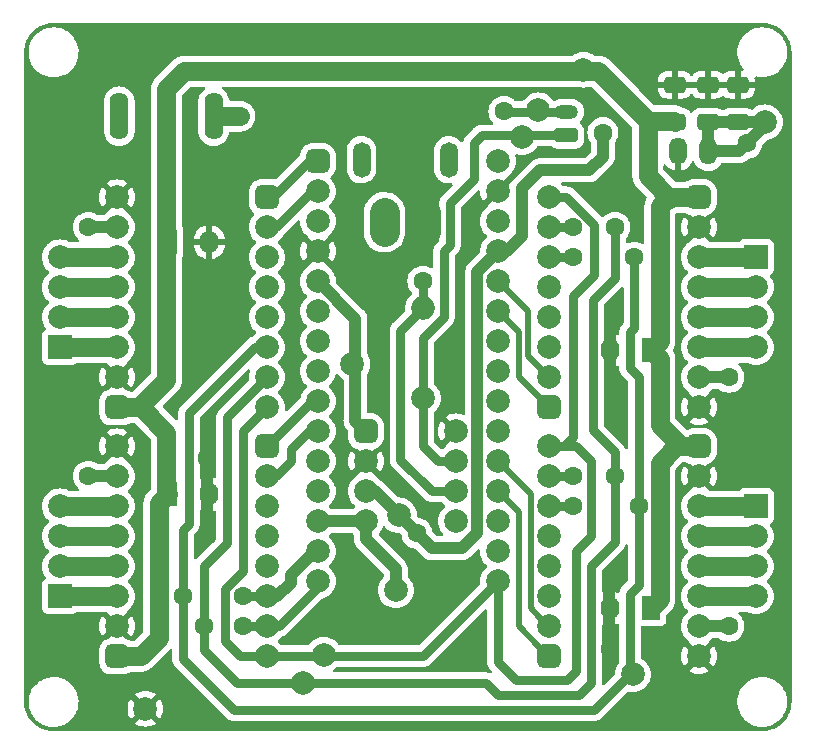
<source format=gbr>
%TF.GenerationSoftware,KiCad,Pcbnew,(6.0.0)*%
%TF.CreationDate,2022-05-09T15:37:34+02:00*%
%TF.ProjectId,Shield BR,53686965-6c64-4204-9252-2e6b69636164,rev?*%
%TF.SameCoordinates,Original*%
%TF.FileFunction,Copper,L2,Bot*%
%TF.FilePolarity,Positive*%
%FSLAX46Y46*%
G04 Gerber Fmt 4.6, Leading zero omitted, Abs format (unit mm)*
G04 Created by KiCad (PCBNEW (6.0.0)) date 2022-05-09 15:37:34*
%MOMM*%
%LPD*%
G01*
G04 APERTURE LIST*
G04 Aperture macros list*
%AMRoundRect*
0 Rectangle with rounded corners*
0 $1 Rounding radius*
0 $2 $3 $4 $5 $6 $7 $8 $9 X,Y pos of 4 corners*
0 Add a 4 corners polygon primitive as box body*
4,1,4,$2,$3,$4,$5,$6,$7,$8,$9,$2,$3,0*
0 Add four circle primitives for the rounded corners*
1,1,$1+$1,$2,$3*
1,1,$1+$1,$4,$5*
1,1,$1+$1,$6,$7*
1,1,$1+$1,$8,$9*
0 Add four rect primitives between the rounded corners*
20,1,$1+$1,$2,$3,$4,$5,0*
20,1,$1+$1,$4,$5,$6,$7,0*
20,1,$1+$1,$6,$7,$8,$9,0*
20,1,$1+$1,$8,$9,$2,$3,0*%
G04 Aperture macros list end*
%TA.AperFunction,ComponentPad*%
%ADD10RoundRect,0.500000X-0.500000X-0.500000X0.500000X-0.500000X0.500000X0.500000X-0.500000X0.500000X0*%
%TD*%
%TA.AperFunction,ComponentPad*%
%ADD11C,2.000000*%
%TD*%
%TA.AperFunction,ComponentPad*%
%ADD12R,2.000000X2.000000*%
%TD*%
%TA.AperFunction,ComponentPad*%
%ADD13RoundRect,0.500000X0.500000X0.500000X-0.500000X0.500000X-0.500000X-0.500000X0.500000X-0.500000X0*%
%TD*%
%TA.AperFunction,ComponentPad*%
%ADD14R,1.500000X2.300000*%
%TD*%
%TA.AperFunction,ComponentPad*%
%ADD15O,1.500000X2.300000*%
%TD*%
%TA.AperFunction,ComponentPad*%
%ADD16O,1.600000X4.000000*%
%TD*%
%TA.AperFunction,WasherPad*%
%ADD17O,1.500000X3.000000*%
%TD*%
%TA.AperFunction,ComponentPad*%
%ADD18O,2.000000X2.000000*%
%TD*%
%TA.AperFunction,ComponentPad*%
%ADD19R,1.600000X2.000000*%
%TD*%
%TA.AperFunction,ComponentPad*%
%ADD20O,1.600000X1.900000*%
%TD*%
%TA.AperFunction,ComponentPad*%
%ADD21RoundRect,0.250000X0.750000X-0.350000X0.750000X0.350000X-0.750000X0.350000X-0.750000X-0.350000X0*%
%TD*%
%TA.AperFunction,ComponentPad*%
%ADD22O,2.000000X1.200000*%
%TD*%
%TA.AperFunction,SMDPad,CuDef*%
%ADD23C,2.000000*%
%TD*%
%TA.AperFunction,SMDPad,CuDef*%
%ADD24RoundRect,0.250000X0.650000X-0.412500X0.650000X0.412500X-0.650000X0.412500X-0.650000X-0.412500X0*%
%TD*%
%TA.AperFunction,ViaPad*%
%ADD25C,0.400000*%
%TD*%
%TA.AperFunction,ViaPad*%
%ADD26C,1.600000*%
%TD*%
%TA.AperFunction,Conductor*%
%ADD27C,0.800000*%
%TD*%
%TA.AperFunction,Conductor*%
%ADD28C,1.600000*%
%TD*%
%TA.AperFunction,Conductor*%
%ADD29C,1.000000*%
%TD*%
%TA.AperFunction,Conductor*%
%ADD30C,2.500000*%
%TD*%
%TA.AperFunction,Conductor*%
%ADD31C,0.500000*%
%TD*%
G04 APERTURE END LIST*
D10*
X103631500Y-75946000D03*
D11*
X103631500Y-78486000D03*
X103631500Y-81026000D03*
X103631500Y-83566000D03*
X103631500Y-86106000D03*
X103631500Y-88646000D03*
X103631500Y-91186000D03*
X103631500Y-93726000D03*
X103631500Y-96266000D03*
X103631500Y-98806000D03*
X103631500Y-101346000D03*
X103631500Y-103886000D03*
X103631500Y-106426000D03*
X103631500Y-108966000D03*
X103631500Y-111506000D03*
X118871500Y-75946000D03*
X118871500Y-78486000D03*
X118871500Y-81026000D03*
X118871500Y-83566000D03*
X118871500Y-86106000D03*
X118871500Y-88646000D03*
X118871500Y-91186000D03*
X118871500Y-93726000D03*
X118871500Y-96266000D03*
X118871500Y-98806000D03*
X118871500Y-101346000D03*
X118871500Y-103886000D03*
X118871500Y-106426000D03*
X118871500Y-108966000D03*
X118871500Y-111506000D03*
D12*
X81788000Y-91694000D03*
D11*
X81788000Y-89154000D03*
X81788000Y-86614000D03*
X81788000Y-84074000D03*
D12*
X140716000Y-84074000D03*
D11*
X140716000Y-86614000D03*
X140716000Y-89154000D03*
X140716000Y-91694000D03*
D12*
X140716000Y-105156000D03*
D11*
X140716000Y-107696000D03*
X140716000Y-110236000D03*
X140716000Y-112776000D03*
D12*
X81788000Y-112776000D03*
D11*
X81788000Y-110236000D03*
X81788000Y-107696000D03*
X81788000Y-105156000D03*
X86614000Y-78994000D03*
X86614000Y-81534000D03*
X86614000Y-84074000D03*
X86614000Y-86614000D03*
X86614000Y-89154000D03*
X86614000Y-91694000D03*
X86614000Y-94234000D03*
D10*
X86614000Y-96774000D03*
X99314000Y-78994000D03*
D11*
X99314000Y-81534000D03*
X99314000Y-84074000D03*
X99314000Y-86614000D03*
X99314000Y-89154000D03*
X99314000Y-91694000D03*
X99314000Y-94234000D03*
X99314000Y-96774000D03*
X135890000Y-96774000D03*
X135890000Y-94234000D03*
X135890000Y-91694000D03*
X135890000Y-89154000D03*
X135890000Y-86614000D03*
X135890000Y-84074000D03*
X135890000Y-81534000D03*
D13*
X135890000Y-78994000D03*
X123190000Y-96774000D03*
D11*
X123190000Y-94234000D03*
X123190000Y-91694000D03*
X123190000Y-89154000D03*
X123190000Y-86614000D03*
X123190000Y-84074000D03*
X123190000Y-81534000D03*
X123190000Y-78994000D03*
X135890000Y-117856000D03*
X135890000Y-115316000D03*
X135890000Y-112776000D03*
X135890000Y-110236000D03*
X135890000Y-107696000D03*
X135890000Y-105156000D03*
X135890000Y-102616000D03*
D13*
X135890000Y-100076000D03*
X123190000Y-117856000D03*
D11*
X123190000Y-115316000D03*
X123190000Y-112776000D03*
X123190000Y-110236000D03*
X123190000Y-107696000D03*
X123190000Y-105156000D03*
X123190000Y-102616000D03*
X123190000Y-100076000D03*
X86614000Y-100076000D03*
X86614000Y-102616000D03*
X86614000Y-105156000D03*
X86614000Y-107696000D03*
X86614000Y-110236000D03*
X86614000Y-112776000D03*
X86614000Y-115316000D03*
D10*
X86614000Y-117856000D03*
X99314000Y-100076000D03*
D11*
X99314000Y-102616000D03*
X99314000Y-105156000D03*
X99314000Y-107696000D03*
X99314000Y-110236000D03*
X99314000Y-112776000D03*
X99314000Y-115316000D03*
X99314000Y-117856000D03*
D14*
X131571500Y-75105500D03*
D15*
X134111500Y-75105500D03*
X136651500Y-75105500D03*
D16*
X94804500Y-72136000D03*
X90804500Y-72136000D03*
X86804500Y-72136000D03*
D17*
X114725500Y-75815301D03*
X107325500Y-75815301D03*
D11*
X112521500Y-96012000D03*
D18*
X112521500Y-88392000D03*
D19*
X131825500Y-91948000D03*
D20*
X128325500Y-91948000D03*
D19*
X131825500Y-113792000D03*
D20*
X128325500Y-113792000D03*
D19*
X90931500Y-104140000D03*
D20*
X94431500Y-104140000D03*
D21*
X124671500Y-73771000D03*
D22*
X124671500Y-71771000D03*
D19*
X90931500Y-82804000D03*
D20*
X94431500Y-82804000D03*
D10*
X107695500Y-98806000D03*
D11*
X107695500Y-101346000D03*
X107695500Y-103886000D03*
X107695500Y-106426000D03*
X115315500Y-106426000D03*
X115315500Y-103886000D03*
X115315500Y-101346000D03*
X115315500Y-98806000D03*
D23*
X106552500Y-93091000D03*
X104139500Y-117729000D03*
X130301500Y-119380000D03*
D24*
X136651500Y-72594000D03*
X136651500Y-69469000D03*
D23*
X102361500Y-120142000D03*
D24*
X139191500Y-72594000D03*
X139191500Y-69469000D03*
D23*
X110489500Y-105918000D03*
X89026500Y-122301000D03*
X126110500Y-68199000D03*
X141477500Y-72644000D03*
X120903500Y-73914000D03*
X110235500Y-112268000D03*
X122300500Y-71628000D03*
D24*
X133857500Y-72594000D03*
X133857500Y-69469000D03*
D25*
X111975500Y-82315301D03*
X113575500Y-80715301D03*
X113575500Y-79915301D03*
X111975500Y-81515301D03*
X112775500Y-80315301D03*
X111975500Y-80715301D03*
X112775500Y-79515301D03*
X111975500Y-79915301D03*
X113575500Y-81515301D03*
X112775500Y-81915301D03*
X113575500Y-82315301D03*
X112775500Y-82715301D03*
D26*
X86613500Y-66802000D03*
X108076500Y-86106000D03*
X129031500Y-96520000D03*
X81025500Y-74930000D03*
X128777500Y-88900000D03*
X141223500Y-117856000D03*
X112521500Y-73533000D03*
X114807500Y-96266000D03*
X128777500Y-110744000D03*
X135381500Y-66294000D03*
X81025500Y-117729000D03*
D25*
X112775500Y-81115301D03*
D26*
X99313500Y-75057000D03*
X105663500Y-114808000D03*
X133095500Y-118364000D03*
X141223500Y-78232000D03*
X94233500Y-107696000D03*
X94233500Y-101092000D03*
X128396500Y-117221000D03*
X94741500Y-88392000D03*
X111759500Y-65532000D03*
X81025500Y-95631000D03*
X116585500Y-118364000D03*
X141223500Y-97790000D03*
X92201500Y-112776000D03*
X130788000Y-105156000D03*
X125221500Y-105156000D03*
X125221500Y-84074000D03*
X97281500Y-112776000D03*
X130428500Y-84074000D03*
X93979500Y-115316000D03*
X97281500Y-115316000D03*
X128777500Y-81534000D03*
X125221500Y-102616000D03*
X128777500Y-102616000D03*
X125221500Y-81534000D03*
X139953500Y-74422000D03*
X127761500Y-73533000D03*
X112013500Y-107442000D03*
X84200500Y-81534000D03*
X84200500Y-102616000D03*
X138429500Y-115316000D03*
X138429500Y-94234000D03*
D25*
X110075500Y-82315301D03*
X108475500Y-80715301D03*
X108475500Y-79915301D03*
X110075500Y-81515301D03*
X109275500Y-80315301D03*
X110075500Y-80715301D03*
X109275500Y-79515301D03*
X110075500Y-79915301D03*
X108475500Y-81515301D03*
X109275500Y-81915301D03*
X108475500Y-82315301D03*
X109275500Y-82715301D03*
X109275500Y-81115301D03*
D26*
X97027500Y-72136000D03*
X112521500Y-86106000D03*
X119379500Y-71730500D03*
D27*
X117490500Y-73771000D02*
X124671500Y-73771000D01*
X116839500Y-74422000D02*
X117490500Y-73771000D01*
X116839500Y-77470000D02*
X116839500Y-74422000D01*
X114807500Y-83058000D02*
X114807500Y-79502000D01*
X114299500Y-89154000D02*
X114299500Y-83566000D01*
X112521500Y-90932000D02*
X114299500Y-89154000D01*
X114299500Y-83566000D02*
X114807500Y-83058000D01*
X114807500Y-79502000D02*
X116839500Y-77470000D01*
X112521500Y-96012000D02*
X112521500Y-90932000D01*
D28*
X132587500Y-79756000D02*
X132587500Y-91186000D01*
X132587500Y-113030000D02*
X131825500Y-113792000D01*
X133349500Y-78994000D02*
X132587500Y-79756000D01*
X90804500Y-94488000D02*
X88518500Y-96774000D01*
X133984500Y-100076000D02*
X132587500Y-101473000D01*
X131571500Y-72517000D02*
X131571500Y-75438000D01*
X90804500Y-72136000D02*
X90804500Y-69850000D01*
X88645500Y-96774000D02*
X90804500Y-98933000D01*
X131825500Y-91948000D02*
X132587500Y-92710000D01*
X131571500Y-72517000D02*
X133780500Y-72517000D01*
X90804500Y-98933000D02*
X90804500Y-104013000D01*
X132587500Y-101473000D02*
X132587500Y-113030000D01*
X90804500Y-72136000D02*
X90804500Y-94488000D01*
X133780500Y-72517000D02*
X133857500Y-72594000D01*
X90804500Y-104013000D02*
X90931500Y-104140000D01*
X134365500Y-100076000D02*
X135890000Y-100076000D01*
X90169500Y-104902000D02*
X90169500Y-116332000D01*
X135890000Y-100076000D02*
X133984500Y-100076000D01*
X127380500Y-68326000D02*
X131571500Y-72517000D01*
X135890000Y-78994000D02*
X133349500Y-78994000D01*
X131571500Y-77216000D02*
X133476500Y-79121000D01*
X92328500Y-68326000D02*
X127380500Y-68326000D01*
X132587500Y-98298000D02*
X134365500Y-100076000D01*
X88518500Y-96774000D02*
X86614000Y-96774000D01*
X90804500Y-69850000D02*
X92328500Y-68326000D01*
X132587500Y-92710000D02*
X132587500Y-98298000D01*
X90931500Y-104140000D02*
X90169500Y-104902000D01*
X131571500Y-75438000D02*
X131571500Y-77216000D01*
X132587500Y-91186000D02*
X131825500Y-91948000D01*
X90169500Y-116332000D02*
X88645500Y-117856000D01*
X88645500Y-117856000D02*
X86614000Y-117856000D01*
D29*
X94233500Y-101092000D02*
X94233500Y-103942000D01*
D30*
X112775500Y-80315301D02*
X112775500Y-81915301D01*
D29*
X128777500Y-88900000D02*
X128325500Y-89352000D01*
X128325500Y-89352000D02*
X128325500Y-91948000D01*
X129031500Y-96520000D02*
X128325500Y-95814000D01*
X128269500Y-113848000D02*
X128325500Y-113792000D01*
X94233500Y-103942000D02*
X94431500Y-104140000D01*
X128269500Y-111252000D02*
X128269500Y-113736000D01*
X128269500Y-116332000D02*
X128269500Y-113848000D01*
X94233500Y-107696000D02*
X94233500Y-104338000D01*
X128777500Y-110744000D02*
X128269500Y-111252000D01*
X128325500Y-95814000D02*
X128325500Y-91948000D01*
X128269500Y-113736000D02*
X128325500Y-113792000D01*
X94233500Y-104338000D02*
X94431500Y-104140000D01*
D27*
X130047500Y-119380000D02*
X126999500Y-122428000D01*
D29*
X100202750Y-112776000D02*
X99314000Y-112776000D01*
D27*
X96519500Y-122428000D02*
X92201500Y-118110000D01*
X99314000Y-91694000D02*
X98297500Y-91694000D01*
X130047500Y-93472000D02*
X130788000Y-94212500D01*
D29*
X101345500Y-110998000D02*
X101345500Y-111633250D01*
D27*
X92709500Y-106680000D02*
X92201500Y-107188000D01*
X130047500Y-112570978D02*
X130047500Y-119380000D01*
X130809500Y-105177500D02*
X130809500Y-111808978D01*
X123190000Y-105156000D02*
X125221500Y-105156000D01*
X99314000Y-112776000D02*
X97281500Y-112776000D01*
X130809500Y-111808978D02*
X130047500Y-112570978D01*
X130428500Y-90043000D02*
X130047500Y-90424000D01*
X92201500Y-118110000D02*
X92201500Y-112776000D01*
X130788000Y-105156000D02*
X130809500Y-105177500D01*
X98297500Y-91694000D02*
X92709500Y-97282000D01*
X92201500Y-107188000D02*
X92201500Y-112776000D01*
X130788000Y-94212500D02*
X130788000Y-105156000D01*
X126999500Y-122428000D02*
X96519500Y-122428000D01*
D29*
X103631500Y-108966000D02*
X103377500Y-108966000D01*
D27*
X123190000Y-84074000D02*
X125221500Y-84074000D01*
D29*
X101345500Y-111633250D02*
X100202750Y-112776000D01*
D27*
X130428500Y-84074000D02*
X130428500Y-90043000D01*
X130047500Y-90424000D02*
X130047500Y-93472000D01*
D29*
X103377500Y-108966000D02*
X101345500Y-110998000D01*
D27*
X92709500Y-97282000D02*
X92709500Y-106680000D01*
X93979500Y-115316000D02*
X93979500Y-117348000D01*
X126745500Y-110236000D02*
X128777500Y-108204000D01*
X93979500Y-117348000D02*
X96773500Y-120142000D01*
X99314000Y-115316000D02*
X97281500Y-115316000D01*
X128777500Y-85852000D02*
X128777500Y-81534000D01*
X96773500Y-120142000D02*
X117855500Y-120142000D01*
X117855500Y-120142000D02*
X118871500Y-121158000D01*
X100329500Y-115316000D02*
X99314000Y-115316000D01*
X128777500Y-108204000D02*
X128777500Y-102616000D01*
X103631500Y-112014000D02*
X100329500Y-115316000D01*
X95931011Y-108284489D02*
X93979500Y-110236000D01*
X126745500Y-120142000D02*
X126745500Y-110236000D01*
X128777500Y-100584000D02*
X126925989Y-98732489D01*
X123190000Y-81534000D02*
X125221500Y-81534000D01*
X118871500Y-121158000D02*
X125729500Y-121158000D01*
X123190000Y-102616000D02*
X125221500Y-102616000D01*
X95931011Y-97616989D02*
X95931011Y-108284489D01*
X99314000Y-94234000D02*
X95931011Y-97616989D01*
X93979500Y-110236000D02*
X93979500Y-115316000D01*
X126925989Y-87703511D02*
X128777500Y-85852000D01*
X126925989Y-98732489D02*
X126925989Y-87703511D01*
X128777500Y-102616000D02*
X128777500Y-100584000D01*
X103631500Y-111506000D02*
X103631500Y-112014000D01*
X125729500Y-121158000D02*
X126745500Y-120142000D01*
X126745500Y-107696000D02*
X126745500Y-101346000D01*
X124660709Y-78994000D02*
X123190000Y-78994000D01*
X126745500Y-101346000D02*
X125475500Y-100076000D01*
X118871500Y-111506000D02*
X112521500Y-117856000D01*
X95781989Y-116610489D02*
X95781989Y-112154881D01*
X97281500Y-98806500D02*
X99314000Y-96774000D01*
X125221500Y-99314000D02*
X125221500Y-87376000D01*
X125475500Y-108966000D02*
X126745500Y-107696000D01*
X118871500Y-111506000D02*
X118871500Y-118364000D01*
X125475500Y-100076000D02*
X123190000Y-100076000D01*
X120395500Y-119888000D02*
X124713500Y-119888000D01*
X99314000Y-117856000D02*
X97027500Y-117856000D01*
X123190000Y-100076000D02*
X124459500Y-100076000D01*
X97027500Y-117856000D02*
X95781989Y-116610489D01*
X97281500Y-110655370D02*
X97281500Y-98806500D01*
X112521500Y-117856000D02*
X99314000Y-117856000D01*
X118871500Y-118364000D02*
X120395500Y-119888000D01*
X125221500Y-87376000D02*
X126999500Y-85598000D01*
X124713500Y-119888000D02*
X125475500Y-119126000D01*
X95781989Y-112154881D02*
X97281500Y-110655370D01*
X126999500Y-85598000D02*
X126999500Y-81332791D01*
X125475500Y-119126000D02*
X125475500Y-108966000D01*
X126999500Y-81332791D02*
X124660709Y-78994000D01*
X124459500Y-100076000D02*
X125221500Y-99314000D01*
D29*
X110235500Y-110490000D02*
X110235500Y-112268000D01*
X107695500Y-107950000D02*
X110235500Y-110490000D01*
X107695500Y-106426000D02*
X103631500Y-106426000D01*
X107695500Y-106426000D02*
X107695500Y-107950000D01*
X106806500Y-89281000D02*
X103631500Y-86106000D01*
X106806500Y-97917000D02*
X106806500Y-89281000D01*
X107695500Y-98806000D02*
X106806500Y-97917000D01*
X115823500Y-108712000D02*
X117093500Y-107442000D01*
X139953500Y-74422000D02*
X139270000Y-75105500D01*
X141477500Y-72644000D02*
X139241500Y-72644000D01*
X117093500Y-107442000D02*
X117093500Y-85344000D01*
X108457500Y-103886000D02*
X107695500Y-103886000D01*
X139953500Y-74422000D02*
X141477500Y-72898000D01*
X141477500Y-72898000D02*
X141477500Y-72644000D01*
X127761500Y-75565000D02*
X126618500Y-76708000D01*
X122427500Y-76708000D02*
X120903500Y-78232000D01*
X139270000Y-75105500D02*
X136651500Y-75105500D01*
X112013500Y-107442000D02*
X113283500Y-108712000D01*
X139241500Y-72644000D02*
X139191500Y-72594000D01*
X117093500Y-85344000D02*
X118871500Y-83566000D01*
X113283500Y-108712000D02*
X115823500Y-108712000D01*
X112013500Y-107442000D02*
X108457500Y-103886000D01*
X139191500Y-72594000D02*
X136651500Y-72594000D01*
X120903500Y-82296000D02*
X119633500Y-83566000D01*
X127761500Y-73533000D02*
X127761500Y-75565000D01*
X119633500Y-83566000D02*
X118871500Y-83566000D01*
X126618500Y-76708000D02*
X122427500Y-76708000D01*
X120903500Y-78232000D02*
X120903500Y-82296000D01*
X136651500Y-72594000D02*
X136651500Y-75105500D01*
X84200500Y-102616000D02*
X86614000Y-102616000D01*
X138429500Y-94234000D02*
X135890000Y-94234000D01*
X84200500Y-81534000D02*
X86614000Y-81534000D01*
X138429500Y-115316000D02*
X135890000Y-115316000D01*
D31*
X118871500Y-103886000D02*
X120650000Y-105664500D01*
X120650000Y-115316000D02*
X122390001Y-117056001D01*
X122390001Y-117056001D02*
X123190000Y-117856000D01*
X120650000Y-105664500D02*
X120650000Y-115316000D01*
X120649500Y-94233500D02*
X123190000Y-96774000D01*
X118871500Y-88646000D02*
X120649500Y-90424000D01*
X120649500Y-90424000D02*
X120649500Y-94233500D01*
D27*
X103631500Y-75946000D02*
X102869500Y-75946000D01*
X102869500Y-75946000D02*
X99821500Y-78994000D01*
X99821500Y-78994000D02*
X99314000Y-78994000D01*
X102869500Y-98806000D02*
X101345500Y-100330000D01*
X101345500Y-101346000D02*
X100075500Y-102616000D01*
X101345500Y-100330000D02*
X101345500Y-101346000D01*
X100075500Y-102616000D02*
X99314000Y-102616000D01*
X103631500Y-98806000D02*
X102869500Y-98806000D01*
D31*
X121666000Y-104130149D02*
X121666000Y-113792000D01*
X118871500Y-101346000D02*
X118881851Y-101346000D01*
X118881851Y-101346000D02*
X121666000Y-104130149D01*
X122390001Y-114516001D02*
X123190000Y-115316000D01*
X121666000Y-113792000D02*
X122390001Y-114516001D01*
X121411500Y-92455500D02*
X123190000Y-94234000D01*
X118871500Y-86106000D02*
X121411500Y-88646000D01*
X121411500Y-88646000D02*
X121411500Y-92455500D01*
D27*
X103123500Y-78486000D02*
X100075500Y-81534000D01*
X103631500Y-78486000D02*
X103123500Y-78486000D01*
X100075500Y-81534000D02*
X99314000Y-81534000D01*
X103123500Y-96266000D02*
X103631500Y-96266000D01*
X102361500Y-97028500D02*
X102361500Y-97028000D01*
X99314000Y-100076000D02*
X102361500Y-97028500D01*
X102361500Y-97028000D02*
X103123500Y-96266000D01*
D28*
X97027500Y-72136000D02*
X94804500Y-72136000D01*
D30*
X109275500Y-80315301D02*
X109275500Y-81915301D01*
D28*
X86614000Y-84074000D02*
X81788000Y-84074000D01*
X86614000Y-86614000D02*
X81788000Y-86614000D01*
X86614000Y-89154000D02*
X81788000Y-89154000D01*
X86614000Y-91694000D02*
X81788000Y-91694000D01*
X135890000Y-91694000D02*
X140716000Y-91694000D01*
X135890000Y-89154000D02*
X140716000Y-89154000D01*
X135890000Y-86614000D02*
X140716000Y-86614000D01*
X135890000Y-84074000D02*
X140716000Y-84074000D01*
X86614000Y-105156000D02*
X81788000Y-105156000D01*
X86614000Y-110236000D02*
X81788000Y-110236000D01*
X135890000Y-112776000D02*
X140716000Y-112776000D01*
X135890000Y-110236000D02*
X140716000Y-110236000D01*
X135890000Y-107696000D02*
X140716000Y-107696000D01*
X135890000Y-105156000D02*
X140716000Y-105156000D01*
X86614000Y-107696000D02*
X81788000Y-107696000D01*
X86614000Y-112776000D02*
X81788000Y-112776000D01*
D27*
X115315500Y-101346000D02*
X113791500Y-101346000D01*
X112521500Y-100076000D02*
X112521500Y-96012000D01*
X113791500Y-101346000D02*
X112521500Y-100076000D01*
X112521500Y-88392000D02*
X110616500Y-90297000D01*
X124671500Y-71771000D02*
X119420000Y-71771000D01*
X110616500Y-101219000D02*
X113283500Y-103886000D01*
X119420000Y-71771000D02*
X119379500Y-71730500D01*
X113283500Y-103886000D02*
X115315500Y-103886000D01*
X110616500Y-90297000D02*
X110616500Y-101219000D01*
X112521500Y-86106000D02*
X112521500Y-88392000D01*
%TA.AperFunction,Conductor*%
G36*
X141221557Y-64235500D02*
G01*
X141236358Y-64237805D01*
X141236361Y-64237805D01*
X141245230Y-64239186D01*
X141262399Y-64236941D01*
X141286339Y-64236108D01*
X141544270Y-64251710D01*
X141559374Y-64253544D01*
X141630148Y-64266514D01*
X141840379Y-64305040D01*
X141855141Y-64308678D01*
X142127908Y-64393675D01*
X142142127Y-64399069D01*
X142402640Y-64516316D01*
X142416109Y-64523385D01*
X142660595Y-64671182D01*
X142673117Y-64679825D01*
X142898007Y-64856016D01*
X142909395Y-64866106D01*
X143111394Y-65068105D01*
X143121484Y-65079493D01*
X143297675Y-65304383D01*
X143306318Y-65316905D01*
X143454115Y-65561391D01*
X143461184Y-65574860D01*
X143578430Y-65835370D01*
X143583825Y-65849592D01*
X143641633Y-66035103D01*
X143668821Y-66122353D01*
X143672460Y-66137121D01*
X143703065Y-66304124D01*
X143723956Y-66418126D01*
X143725790Y-66433230D01*
X143740955Y-66683929D01*
X143739698Y-66710639D01*
X143739695Y-66710859D01*
X143738314Y-66719730D01*
X143739478Y-66728632D01*
X143739478Y-66728635D01*
X143742436Y-66751251D01*
X143743500Y-66767589D01*
X143743500Y-121676672D01*
X143742000Y-121696056D01*
X143738314Y-121719730D01*
X143739954Y-121732270D01*
X143740559Y-121736897D01*
X143741392Y-121760839D01*
X143725790Y-122018770D01*
X143723956Y-122033874D01*
X143673249Y-122310580D01*
X143672462Y-122314873D01*
X143668822Y-122329641D01*
X143583826Y-122602404D01*
X143578431Y-122616627D01*
X143540365Y-122701208D01*
X143461186Y-122877136D01*
X143454115Y-122890609D01*
X143306318Y-123135095D01*
X143297675Y-123147617D01*
X143121484Y-123372507D01*
X143111394Y-123383895D01*
X142909395Y-123585894D01*
X142898007Y-123595984D01*
X142673117Y-123772175D01*
X142660595Y-123780818D01*
X142416109Y-123928615D01*
X142402640Y-123935684D01*
X142142130Y-124052930D01*
X142127908Y-124058325D01*
X141855141Y-124143322D01*
X141840379Y-124146960D01*
X141630148Y-124185486D01*
X141559374Y-124198456D01*
X141544270Y-124200290D01*
X141293571Y-124215455D01*
X141266861Y-124214198D01*
X141266641Y-124214195D01*
X141257770Y-124212814D01*
X141248868Y-124213978D01*
X141248865Y-124213978D01*
X141226249Y-124216936D01*
X141209911Y-124218000D01*
X81300828Y-124218000D01*
X81281443Y-124216500D01*
X81266642Y-124214195D01*
X81266639Y-124214195D01*
X81257770Y-124212814D01*
X81240601Y-124215059D01*
X81216661Y-124215892D01*
X80958730Y-124200290D01*
X80943626Y-124198456D01*
X80872852Y-124185486D01*
X80662621Y-124146960D01*
X80647859Y-124143322D01*
X80375092Y-124058325D01*
X80360870Y-124052930D01*
X80100360Y-123935684D01*
X80086891Y-123928615D01*
X79842405Y-123780818D01*
X79829883Y-123772175D01*
X79604993Y-123595984D01*
X79593605Y-123585894D01*
X79391606Y-123383895D01*
X79381516Y-123372507D01*
X79205325Y-123147617D01*
X79196682Y-123135095D01*
X79048885Y-122890609D01*
X79041814Y-122877136D01*
X78962636Y-122701208D01*
X78924569Y-122616627D01*
X78919174Y-122602404D01*
X78834178Y-122329641D01*
X78830538Y-122314873D01*
X78829752Y-122310580D01*
X78779044Y-122033874D01*
X78777210Y-122018770D01*
X78767527Y-121858703D01*
X79142243Y-121858703D01*
X79179768Y-122143734D01*
X79255629Y-122421036D01*
X79257313Y-122424984D01*
X79332990Y-122602404D01*
X79368423Y-122685476D01*
X79420812Y-122773012D01*
X79491193Y-122890609D01*
X79516061Y-122932161D01*
X79695813Y-123156528D01*
X79769737Y-123226679D01*
X79885102Y-123336156D01*
X79904351Y-123354423D01*
X80137817Y-123522186D01*
X80141612Y-123524195D01*
X80141613Y-123524196D01*
X80182846Y-123546028D01*
X80391892Y-123656712D01*
X80661873Y-123755511D01*
X80942764Y-123816755D01*
X80971341Y-123819004D01*
X81165782Y-123834307D01*
X81165791Y-123834307D01*
X81168239Y-123834500D01*
X81323771Y-123834500D01*
X81325907Y-123834354D01*
X81325918Y-123834354D01*
X81534048Y-123820165D01*
X81534054Y-123820164D01*
X81538325Y-123819873D01*
X81542520Y-123819004D01*
X81542522Y-123819004D01*
X81679083Y-123790724D01*
X81819842Y-123761574D01*
X82090843Y-123665607D01*
X82178862Y-123620177D01*
X82342505Y-123535715D01*
X82342506Y-123535715D01*
X82346312Y-123533750D01*
X82346426Y-123533670D01*
X88158660Y-123533670D01*
X88164387Y-123541320D01*
X88335542Y-123646205D01*
X88344337Y-123650687D01*
X88554488Y-123737734D01*
X88563873Y-123740783D01*
X88785054Y-123793885D01*
X88794801Y-123795428D01*
X89021570Y-123813275D01*
X89031430Y-123813275D01*
X89258199Y-123795428D01*
X89267946Y-123793885D01*
X89489127Y-123740783D01*
X89498512Y-123737734D01*
X89708663Y-123650687D01*
X89717458Y-123646205D01*
X89884945Y-123543568D01*
X89894407Y-123533110D01*
X89890624Y-123524334D01*
X89039312Y-122673022D01*
X89025368Y-122665408D01*
X89023535Y-122665539D01*
X89016920Y-122669790D01*
X88165420Y-123521290D01*
X88158660Y-123533670D01*
X82346426Y-123533670D01*
X82349813Y-123531289D01*
X82349817Y-123531287D01*
X82559534Y-123383895D01*
X82581523Y-123368441D01*
X82792122Y-123172740D01*
X82974213Y-122950268D01*
X83124427Y-122705142D01*
X83139946Y-122669790D01*
X83238257Y-122445830D01*
X83239983Y-122441898D01*
X83278715Y-122305930D01*
X87514225Y-122305930D01*
X87532072Y-122532699D01*
X87533615Y-122542446D01*
X87586717Y-122763627D01*
X87589766Y-122773012D01*
X87676813Y-122983163D01*
X87681295Y-122991958D01*
X87783932Y-123159445D01*
X87794390Y-123168907D01*
X87803166Y-123165124D01*
X88654478Y-122313812D01*
X88660856Y-122302132D01*
X89390908Y-122302132D01*
X89391039Y-122303965D01*
X89395290Y-122310580D01*
X90246790Y-123162080D01*
X90259170Y-123168840D01*
X90266820Y-123163113D01*
X90371705Y-122991958D01*
X90376187Y-122983163D01*
X90463234Y-122773012D01*
X90466283Y-122763627D01*
X90519385Y-122542446D01*
X90520928Y-122532699D01*
X90538775Y-122305930D01*
X90538775Y-122296070D01*
X90520928Y-122069301D01*
X90519385Y-122059554D01*
X90466283Y-121838373D01*
X90463234Y-121828988D01*
X90376187Y-121618837D01*
X90371705Y-121610042D01*
X90269068Y-121442555D01*
X90258610Y-121433093D01*
X90249834Y-121436876D01*
X89398522Y-122288188D01*
X89390908Y-122302132D01*
X88660856Y-122302132D01*
X88662092Y-122299868D01*
X88661961Y-122298035D01*
X88657710Y-122291420D01*
X87806210Y-121439920D01*
X87793830Y-121433160D01*
X87786180Y-121438887D01*
X87681295Y-121610042D01*
X87676813Y-121618837D01*
X87589766Y-121828988D01*
X87586717Y-121838373D01*
X87533615Y-122059554D01*
X87532072Y-122069301D01*
X87514225Y-122296070D01*
X87514225Y-122305930D01*
X83278715Y-122305930D01*
X83318744Y-122165406D01*
X83349015Y-121952704D01*
X83358646Y-121885036D01*
X83358646Y-121885034D01*
X83359251Y-121880784D01*
X83359345Y-121862951D01*
X83360735Y-121597583D01*
X83360735Y-121597576D01*
X83360757Y-121593297D01*
X83351042Y-121519500D01*
X83323792Y-121312522D01*
X83323232Y-121308266D01*
X83320339Y-121297689D01*
X83275139Y-121132468D01*
X83257746Y-121068890D01*
X88158593Y-121068890D01*
X88162376Y-121077666D01*
X89013688Y-121928978D01*
X89027632Y-121936592D01*
X89029465Y-121936461D01*
X89036080Y-121932210D01*
X89887580Y-121080710D01*
X89894340Y-121068330D01*
X89888613Y-121060680D01*
X89717458Y-120955795D01*
X89708663Y-120951313D01*
X89498512Y-120864266D01*
X89489127Y-120861217D01*
X89267946Y-120808115D01*
X89258199Y-120806572D01*
X89031430Y-120788725D01*
X89021570Y-120788725D01*
X88794801Y-120806572D01*
X88785054Y-120808115D01*
X88563873Y-120861217D01*
X88554488Y-120864266D01*
X88344337Y-120951313D01*
X88335542Y-120955795D01*
X88168055Y-121058432D01*
X88158593Y-121068890D01*
X83257746Y-121068890D01*
X83247371Y-121030964D01*
X83227313Y-120983939D01*
X83136263Y-120770476D01*
X83136261Y-120770472D01*
X83134577Y-120766524D01*
X83035492Y-120600965D01*
X82989143Y-120523521D01*
X82989140Y-120523517D01*
X82986939Y-120519839D01*
X82807187Y-120295472D01*
X82667043Y-120162480D01*
X82601758Y-120100527D01*
X82601755Y-120100525D01*
X82598649Y-120097577D01*
X82365183Y-119929814D01*
X82343343Y-119918250D01*
X82320154Y-119905972D01*
X82111108Y-119795288D01*
X81841127Y-119696489D01*
X81560236Y-119635245D01*
X81529185Y-119632801D01*
X81337218Y-119617693D01*
X81337209Y-119617693D01*
X81334761Y-119617500D01*
X81179229Y-119617500D01*
X81177093Y-119617646D01*
X81177082Y-119617646D01*
X80968952Y-119631835D01*
X80968946Y-119631836D01*
X80964675Y-119632127D01*
X80960480Y-119632996D01*
X80960478Y-119632996D01*
X80823916Y-119661277D01*
X80683158Y-119690426D01*
X80412157Y-119786393D01*
X80156688Y-119918250D01*
X80153187Y-119920711D01*
X80153183Y-119920713D01*
X80143094Y-119927804D01*
X79921477Y-120083559D01*
X79906392Y-120097577D01*
X79731598Y-120260006D01*
X79710878Y-120279260D01*
X79528787Y-120501732D01*
X79378573Y-120746858D01*
X79376847Y-120750791D01*
X79376846Y-120750792D01*
X79323034Y-120873380D01*
X79263017Y-121010102D01*
X79261842Y-121014229D01*
X79261841Y-121014230D01*
X79249982Y-121055860D01*
X79184256Y-121286594D01*
X79143749Y-121571216D01*
X79143727Y-121575505D01*
X79143726Y-121575512D01*
X79142349Y-121838373D01*
X79142243Y-121858703D01*
X78767527Y-121858703D01*
X78762045Y-121768071D01*
X78763302Y-121741361D01*
X78763305Y-121741141D01*
X78764686Y-121732270D01*
X78763047Y-121719730D01*
X78760564Y-121700749D01*
X78759500Y-121684411D01*
X78759500Y-118452328D01*
X85105500Y-118452328D01*
X85105808Y-118458408D01*
X85106733Y-118462995D01*
X85106733Y-118462996D01*
X85138820Y-118622129D01*
X85144900Y-118652284D01*
X85220905Y-118834873D01*
X85224332Y-118839992D01*
X85224334Y-118839996D01*
X85327496Y-118994099D01*
X85327500Y-118994104D01*
X85330927Y-118999223D01*
X85470777Y-119139073D01*
X85475896Y-119142500D01*
X85475901Y-119142504D01*
X85630004Y-119245666D01*
X85630008Y-119245668D01*
X85635127Y-119249095D01*
X85817716Y-119325100D01*
X85823752Y-119326317D01*
X85823755Y-119326318D01*
X85951924Y-119352161D01*
X86011592Y-119364192D01*
X86017672Y-119364500D01*
X87210328Y-119364500D01*
X87216408Y-119364192D01*
X87276076Y-119352161D01*
X87404245Y-119326318D01*
X87404248Y-119326317D01*
X87410284Y-119325100D01*
X87592873Y-119249095D01*
X87597992Y-119245668D01*
X87597996Y-119245666D01*
X87687428Y-119185796D01*
X87757521Y-119164500D01*
X88759979Y-119164500D01*
X88811039Y-119155497D01*
X88821935Y-119154062D01*
X88822426Y-119154019D01*
X88873587Y-119149543D01*
X88923663Y-119136125D01*
X88934388Y-119133747D01*
X88954719Y-119130162D01*
X88985459Y-119124742D01*
X89034199Y-119107002D01*
X89044639Y-119103710D01*
X89094743Y-119090284D01*
X89141734Y-119068372D01*
X89151888Y-119064166D01*
X89195440Y-119048314D01*
X89200608Y-119046433D01*
X89245505Y-119020512D01*
X89255250Y-119015439D01*
X89297258Y-118995851D01*
X89297264Y-118995848D01*
X89302249Y-118993523D01*
X89344724Y-118963781D01*
X89353994Y-118957876D01*
X89394122Y-118934709D01*
X89394127Y-118934705D01*
X89398891Y-118931955D01*
X89403106Y-118928418D01*
X89403112Y-118928414D01*
X89438607Y-118898630D01*
X89447327Y-118891938D01*
X89485289Y-118865357D01*
X89485292Y-118865355D01*
X89489800Y-118862198D01*
X90364311Y-117987687D01*
X91077905Y-117274094D01*
X91140217Y-117240068D01*
X91211032Y-117245133D01*
X91267868Y-117287680D01*
X91292679Y-117354200D01*
X91293000Y-117363189D01*
X91293000Y-118028583D01*
X91291449Y-118048292D01*
X91289248Y-118062190D01*
X91289593Y-118068777D01*
X91289593Y-118068782D01*
X91292827Y-118130480D01*
X91293000Y-118137074D01*
X91293000Y-118157610D01*
X91293344Y-118160882D01*
X91293344Y-118160884D01*
X91295147Y-118178042D01*
X91295664Y-118184616D01*
X91297770Y-118224790D01*
X91299243Y-118252903D01*
X91300953Y-118259284D01*
X91300953Y-118259286D01*
X91302883Y-118266491D01*
X91306485Y-118285925D01*
X91307266Y-118293354D01*
X91307268Y-118293363D01*
X91307958Y-118299928D01*
X91329100Y-118364997D01*
X91330967Y-118371299D01*
X91348671Y-118437370D01*
X91355059Y-118449907D01*
X91362625Y-118468173D01*
X91366973Y-118481556D01*
X91370276Y-118487278D01*
X91370277Y-118487279D01*
X91401167Y-118540782D01*
X91404314Y-118546577D01*
X91435371Y-118607530D01*
X91439524Y-118612658D01*
X91439525Y-118612660D01*
X91444227Y-118618466D01*
X91455427Y-118634763D01*
X91459157Y-118641224D01*
X91459160Y-118641228D01*
X91462460Y-118646944D01*
X91466877Y-118651850D01*
X91466881Y-118651855D01*
X91508222Y-118697769D01*
X91512506Y-118702784D01*
X91517402Y-118708830D01*
X91525428Y-118718741D01*
X91539943Y-118733256D01*
X91544484Y-118738041D01*
X91590247Y-118788866D01*
X91595586Y-118792745D01*
X91595587Y-118792746D01*
X91601635Y-118797140D01*
X91616668Y-118809981D01*
X95819519Y-123012832D01*
X95832360Y-123027865D01*
X95840634Y-123039253D01*
X95845543Y-123043673D01*
X95891459Y-123085016D01*
X95896244Y-123089557D01*
X95910759Y-123104072D01*
X95913323Y-123106148D01*
X95926716Y-123116994D01*
X95931731Y-123121278D01*
X95977645Y-123162619D01*
X95977650Y-123162623D01*
X95982556Y-123167040D01*
X95988272Y-123170340D01*
X95988276Y-123170343D01*
X95994737Y-123174073D01*
X96011033Y-123185273D01*
X96021970Y-123194129D01*
X96082921Y-123225185D01*
X96088715Y-123228331D01*
X96147944Y-123262527D01*
X96154226Y-123264568D01*
X96154228Y-123264569D01*
X96161326Y-123266875D01*
X96179592Y-123274440D01*
X96192130Y-123280829D01*
X96198506Y-123282538D01*
X96198510Y-123282539D01*
X96258185Y-123298529D01*
X96264510Y-123300402D01*
X96329572Y-123321542D01*
X96336140Y-123322232D01*
X96336144Y-123322233D01*
X96343561Y-123323012D01*
X96363008Y-123326616D01*
X96376596Y-123330257D01*
X96383195Y-123330603D01*
X96383196Y-123330603D01*
X96444885Y-123333836D01*
X96451460Y-123334353D01*
X96465722Y-123335852D01*
X96471890Y-123336500D01*
X96492425Y-123336500D01*
X96499019Y-123336673D01*
X96560717Y-123339907D01*
X96560722Y-123339907D01*
X96567309Y-123340252D01*
X96581207Y-123338051D01*
X96600916Y-123336500D01*
X126918083Y-123336500D01*
X126937792Y-123338051D01*
X126951690Y-123340252D01*
X126958277Y-123339907D01*
X126958282Y-123339907D01*
X127019980Y-123336673D01*
X127026574Y-123336500D01*
X127047110Y-123336500D01*
X127050382Y-123336156D01*
X127050384Y-123336156D01*
X127067542Y-123334353D01*
X127074116Y-123333836D01*
X127135808Y-123330603D01*
X127135812Y-123330602D01*
X127142403Y-123330257D01*
X127148784Y-123328547D01*
X127148786Y-123328547D01*
X127155991Y-123326617D01*
X127175425Y-123323015D01*
X127182854Y-123322234D01*
X127182863Y-123322232D01*
X127189428Y-123321542D01*
X127254497Y-123300400D01*
X127260799Y-123298533D01*
X127302352Y-123287399D01*
X127320496Y-123282537D01*
X127320497Y-123282537D01*
X127326870Y-123280829D01*
X127339408Y-123274440D01*
X127357674Y-123266875D01*
X127364772Y-123264569D01*
X127364774Y-123264568D01*
X127371056Y-123262527D01*
X127430285Y-123228331D01*
X127436079Y-123225185D01*
X127497030Y-123194129D01*
X127507967Y-123185273D01*
X127524263Y-123174073D01*
X127530724Y-123170343D01*
X127530728Y-123170340D01*
X127536444Y-123167040D01*
X127541350Y-123162623D01*
X127541355Y-123162619D01*
X127587269Y-123121278D01*
X127592284Y-123116994D01*
X127605677Y-123106148D01*
X127608241Y-123104072D01*
X127622756Y-123089557D01*
X127627541Y-123085016D01*
X127673457Y-123043673D01*
X127678366Y-123039253D01*
X127686640Y-123027865D01*
X127699481Y-123012832D01*
X128853610Y-121858703D01*
X139142243Y-121858703D01*
X139179768Y-122143734D01*
X139255629Y-122421036D01*
X139257313Y-122424984D01*
X139332990Y-122602404D01*
X139368423Y-122685476D01*
X139420812Y-122773012D01*
X139491193Y-122890609D01*
X139516061Y-122932161D01*
X139695813Y-123156528D01*
X139769737Y-123226679D01*
X139885102Y-123336156D01*
X139904351Y-123354423D01*
X140137817Y-123522186D01*
X140141612Y-123524195D01*
X140141613Y-123524196D01*
X140182846Y-123546028D01*
X140391892Y-123656712D01*
X140661873Y-123755511D01*
X140942764Y-123816755D01*
X140971341Y-123819004D01*
X141165782Y-123834307D01*
X141165791Y-123834307D01*
X141168239Y-123834500D01*
X141323771Y-123834500D01*
X141325907Y-123834354D01*
X141325918Y-123834354D01*
X141534048Y-123820165D01*
X141534054Y-123820164D01*
X141538325Y-123819873D01*
X141542520Y-123819004D01*
X141542522Y-123819004D01*
X141679083Y-123790724D01*
X141819842Y-123761574D01*
X142090843Y-123665607D01*
X142178862Y-123620177D01*
X142342505Y-123535715D01*
X142342506Y-123535715D01*
X142346312Y-123533750D01*
X142349813Y-123531289D01*
X142349817Y-123531287D01*
X142559534Y-123383895D01*
X142581523Y-123368441D01*
X142792122Y-123172740D01*
X142974213Y-122950268D01*
X143124427Y-122705142D01*
X143139946Y-122669790D01*
X143238257Y-122445830D01*
X143239983Y-122441898D01*
X143318744Y-122165406D01*
X143349015Y-121952704D01*
X143358646Y-121885036D01*
X143358646Y-121885034D01*
X143359251Y-121880784D01*
X143359345Y-121862951D01*
X143360735Y-121597583D01*
X143360735Y-121597576D01*
X143360757Y-121593297D01*
X143351042Y-121519500D01*
X143323792Y-121312522D01*
X143323232Y-121308266D01*
X143320339Y-121297689D01*
X143275139Y-121132468D01*
X143247371Y-121030964D01*
X143227313Y-120983939D01*
X143136263Y-120770476D01*
X143136261Y-120770472D01*
X143134577Y-120766524D01*
X143035492Y-120600965D01*
X142989143Y-120523521D01*
X142989140Y-120523517D01*
X142986939Y-120519839D01*
X142807187Y-120295472D01*
X142667043Y-120162480D01*
X142601758Y-120100527D01*
X142601755Y-120100525D01*
X142598649Y-120097577D01*
X142365183Y-119929814D01*
X142343343Y-119918250D01*
X142320154Y-119905972D01*
X142111108Y-119795288D01*
X141841127Y-119696489D01*
X141560236Y-119635245D01*
X141529185Y-119632801D01*
X141337218Y-119617693D01*
X141337209Y-119617693D01*
X141334761Y-119617500D01*
X141179229Y-119617500D01*
X141177093Y-119617646D01*
X141177082Y-119617646D01*
X140968952Y-119631835D01*
X140968946Y-119631836D01*
X140964675Y-119632127D01*
X140960480Y-119632996D01*
X140960478Y-119632996D01*
X140823916Y-119661277D01*
X140683158Y-119690426D01*
X140412157Y-119786393D01*
X140156688Y-119918250D01*
X140153187Y-119920711D01*
X140153183Y-119920713D01*
X140143094Y-119927804D01*
X139921477Y-120083559D01*
X139906392Y-120097577D01*
X139731598Y-120260006D01*
X139710878Y-120279260D01*
X139528787Y-120501732D01*
X139378573Y-120746858D01*
X139376847Y-120750791D01*
X139376846Y-120750792D01*
X139323034Y-120873380D01*
X139263017Y-121010102D01*
X139261842Y-121014229D01*
X139261841Y-121014230D01*
X139249982Y-121055860D01*
X139184256Y-121286594D01*
X139143749Y-121571216D01*
X139143727Y-121575505D01*
X139143726Y-121575512D01*
X139142349Y-121838373D01*
X139142243Y-121858703D01*
X128853610Y-121858703D01*
X129831831Y-120880482D01*
X129894143Y-120846456D01*
X129950338Y-120847058D01*
X130000368Y-120859069D01*
X130059976Y-120873380D01*
X130059982Y-120873381D01*
X130064789Y-120874535D01*
X130301500Y-120893165D01*
X130538211Y-120874535D01*
X130543018Y-120873381D01*
X130543024Y-120873380D01*
X130721272Y-120830586D01*
X130769094Y-120819105D01*
X130773667Y-120817211D01*
X130983889Y-120730135D01*
X130983893Y-120730133D01*
X130988463Y-120728240D01*
X130992683Y-120725654D01*
X131186702Y-120606759D01*
X131186708Y-120606755D01*
X131190916Y-120604176D01*
X131371469Y-120449969D01*
X131525676Y-120269416D01*
X131528255Y-120265208D01*
X131528259Y-120265202D01*
X131647154Y-120071183D01*
X131649740Y-120066963D01*
X131710319Y-119920713D01*
X131738711Y-119852167D01*
X131738712Y-119852165D01*
X131740605Y-119847594D01*
X131776882Y-119696489D01*
X131794880Y-119621524D01*
X131794881Y-119621518D01*
X131796035Y-119616711D01*
X131814665Y-119380000D01*
X131796035Y-119143289D01*
X131794316Y-119136126D01*
X131782923Y-119088670D01*
X135022160Y-119088670D01*
X135027887Y-119096320D01*
X135199042Y-119201205D01*
X135207837Y-119205687D01*
X135417988Y-119292734D01*
X135427373Y-119295783D01*
X135648554Y-119348885D01*
X135658301Y-119350428D01*
X135885070Y-119368275D01*
X135894930Y-119368275D01*
X136121699Y-119350428D01*
X136131446Y-119348885D01*
X136352627Y-119295783D01*
X136362012Y-119292734D01*
X136572163Y-119205687D01*
X136580958Y-119201205D01*
X136748445Y-119098568D01*
X136757907Y-119088110D01*
X136754124Y-119079334D01*
X135902812Y-118228022D01*
X135888868Y-118220408D01*
X135887035Y-118220539D01*
X135880420Y-118224790D01*
X135028920Y-119076290D01*
X135022160Y-119088670D01*
X131782923Y-119088670D01*
X131755090Y-118972741D01*
X131740605Y-118912406D01*
X131737892Y-118905855D01*
X131651635Y-118697611D01*
X131651633Y-118697607D01*
X131649740Y-118693037D01*
X131644812Y-118684996D01*
X131528259Y-118494798D01*
X131528255Y-118494792D01*
X131525676Y-118490584D01*
X131371469Y-118310031D01*
X131190916Y-118155824D01*
X131016165Y-118048736D01*
X130968534Y-117996088D01*
X130956000Y-117941303D01*
X130956000Y-117860930D01*
X134377725Y-117860930D01*
X134395572Y-118087699D01*
X134397115Y-118097446D01*
X134450217Y-118318627D01*
X134453266Y-118328012D01*
X134540313Y-118538163D01*
X134544795Y-118546958D01*
X134647432Y-118714445D01*
X134657890Y-118723907D01*
X134666666Y-118720124D01*
X135517978Y-117868812D01*
X135524356Y-117857132D01*
X136254408Y-117857132D01*
X136254539Y-117858965D01*
X136258790Y-117865580D01*
X137110290Y-118717080D01*
X137122670Y-118723840D01*
X137130320Y-118718113D01*
X137235205Y-118546958D01*
X137239687Y-118538163D01*
X137326734Y-118328012D01*
X137329783Y-118318627D01*
X137382885Y-118097446D01*
X137384428Y-118087699D01*
X137402275Y-117860930D01*
X137402275Y-117851070D01*
X137384428Y-117624301D01*
X137382885Y-117614554D01*
X137329783Y-117393373D01*
X137326734Y-117383988D01*
X137239687Y-117173837D01*
X137235205Y-117165042D01*
X137132568Y-116997555D01*
X137122110Y-116988093D01*
X137113334Y-116991876D01*
X136262022Y-117843188D01*
X136254408Y-117857132D01*
X135524356Y-117857132D01*
X135525592Y-117854868D01*
X135525461Y-117853035D01*
X135521210Y-117846420D01*
X134669710Y-116994920D01*
X134657330Y-116988160D01*
X134649680Y-116993887D01*
X134544795Y-117165042D01*
X134540313Y-117173837D01*
X134453266Y-117383988D01*
X134450217Y-117393373D01*
X134397115Y-117614554D01*
X134395572Y-117624301D01*
X134377725Y-117851070D01*
X134377725Y-117860930D01*
X130956000Y-117860930D01*
X130956000Y-115426500D01*
X130976002Y-115358379D01*
X131024910Y-115316000D01*
X134376835Y-115316000D01*
X134395465Y-115552711D01*
X134450895Y-115783594D01*
X134452788Y-115788165D01*
X134452789Y-115788167D01*
X134539772Y-115998163D01*
X134541760Y-116002963D01*
X134544346Y-116007183D01*
X134663241Y-116201202D01*
X134663245Y-116201208D01*
X134665824Y-116205416D01*
X134772109Y-116329860D01*
X134809001Y-116373054D01*
X134820031Y-116385969D01*
X134823787Y-116389177D01*
X134823792Y-116389182D01*
X134976616Y-116519706D01*
X135015426Y-116579156D01*
X135017640Y-116613558D01*
X135025877Y-116632667D01*
X135877188Y-117483978D01*
X135891132Y-117491592D01*
X135892965Y-117491461D01*
X135899580Y-117487210D01*
X136751080Y-116635710D01*
X136760260Y-116618898D01*
X136774020Y-116555650D01*
X136802776Y-116520225D01*
X136956213Y-116389177D01*
X136959969Y-116385969D01*
X136963185Y-116382204D01*
X136974746Y-116368668D01*
X137034197Y-116329860D01*
X137070556Y-116324500D01*
X137548760Y-116324500D01*
X137621031Y-116347287D01*
X137772751Y-116453523D01*
X137777733Y-116455846D01*
X137777738Y-116455849D01*
X137975275Y-116547961D01*
X137980257Y-116550284D01*
X137985565Y-116551706D01*
X137985567Y-116551707D01*
X138196098Y-116608119D01*
X138196100Y-116608119D01*
X138201413Y-116609543D01*
X138429500Y-116629498D01*
X138657587Y-116609543D01*
X138662900Y-116608119D01*
X138662902Y-116608119D01*
X138873433Y-116551707D01*
X138873435Y-116551706D01*
X138878743Y-116550284D01*
X138883725Y-116547961D01*
X139081262Y-116455849D01*
X139081267Y-116455846D01*
X139086249Y-116453523D01*
X139208360Y-116368020D01*
X139269289Y-116325357D01*
X139269292Y-116325355D01*
X139273800Y-116322198D01*
X139435698Y-116160300D01*
X139441112Y-116152569D01*
X139542912Y-116007183D01*
X139567023Y-115972749D01*
X139569346Y-115967767D01*
X139569349Y-115967762D01*
X139661461Y-115770225D01*
X139661461Y-115770224D01*
X139663784Y-115765243D01*
X139675690Y-115720812D01*
X139721619Y-115549402D01*
X139721619Y-115549400D01*
X139723043Y-115544087D01*
X139742998Y-115316000D01*
X139723043Y-115087913D01*
X139720732Y-115079289D01*
X139665207Y-114872067D01*
X139665206Y-114872065D01*
X139663784Y-114866757D01*
X139653167Y-114843988D01*
X139569349Y-114664238D01*
X139569346Y-114664233D01*
X139567023Y-114659251D01*
X139435698Y-114471700D01*
X139273800Y-114309802D01*
X139269659Y-114306903D01*
X139230412Y-114247906D01*
X139229290Y-114176918D01*
X139266724Y-114116592D01*
X139330830Y-114086082D01*
X139350732Y-114084500D01*
X139928653Y-114084500D01*
X139994487Y-114103067D01*
X140029037Y-114124240D01*
X140033607Y-114126133D01*
X140033609Y-114126134D01*
X140167599Y-114181634D01*
X140248406Y-114215105D01*
X140296349Y-114226615D01*
X140474476Y-114269380D01*
X140474482Y-114269381D01*
X140479289Y-114270535D01*
X140716000Y-114289165D01*
X140952711Y-114270535D01*
X140957518Y-114269381D01*
X140957524Y-114269380D01*
X141135651Y-114226615D01*
X141183594Y-114215105D01*
X141264401Y-114181634D01*
X141398389Y-114126135D01*
X141398393Y-114126133D01*
X141402963Y-114124240D01*
X141420851Y-114113278D01*
X141601202Y-114002759D01*
X141601208Y-114002755D01*
X141605416Y-114000176D01*
X141785969Y-113845969D01*
X141940176Y-113665416D01*
X141942755Y-113661208D01*
X141942759Y-113661202D01*
X142061654Y-113467183D01*
X142064240Y-113462963D01*
X142080440Y-113423854D01*
X142153211Y-113248167D01*
X142153212Y-113248165D01*
X142155105Y-113243594D01*
X142210535Y-113012711D01*
X142229165Y-112776000D01*
X142210535Y-112539289D01*
X142203658Y-112510642D01*
X142156260Y-112313218D01*
X142155105Y-112308406D01*
X142153211Y-112303833D01*
X142066135Y-112093611D01*
X142066133Y-112093607D01*
X142064240Y-112089037D01*
X142047985Y-112062512D01*
X141942759Y-111890798D01*
X141942755Y-111890792D01*
X141940176Y-111886584D01*
X141785969Y-111706031D01*
X141782213Y-111702823D01*
X141782208Y-111702818D01*
X141663944Y-111601811D01*
X141625134Y-111542361D01*
X141624628Y-111471366D01*
X141663944Y-111410189D01*
X141782208Y-111309182D01*
X141782213Y-111309177D01*
X141785969Y-111305969D01*
X141940176Y-111125416D01*
X141942755Y-111121208D01*
X141942759Y-111121202D01*
X142061654Y-110927183D01*
X142064240Y-110922963D01*
X142107288Y-110819037D01*
X142153211Y-110708167D01*
X142153212Y-110708165D01*
X142155105Y-110703594D01*
X142194805Y-110538232D01*
X142209380Y-110477524D01*
X142209381Y-110477518D01*
X142210535Y-110472711D01*
X142229165Y-110236000D01*
X142210535Y-109999289D01*
X142201698Y-109962477D01*
X142156260Y-109773218D01*
X142155105Y-109768406D01*
X142153211Y-109763833D01*
X142066135Y-109553611D01*
X142066133Y-109553607D01*
X142064240Y-109549037D01*
X142014251Y-109467462D01*
X141942759Y-109350798D01*
X141942755Y-109350792D01*
X141940176Y-109346584D01*
X141785969Y-109166031D01*
X141782213Y-109162823D01*
X141782208Y-109162818D01*
X141663944Y-109061811D01*
X141625134Y-109002361D01*
X141624628Y-108931366D01*
X141663944Y-108870189D01*
X141782208Y-108769182D01*
X141782213Y-108769177D01*
X141785969Y-108765969D01*
X141940176Y-108585416D01*
X141942755Y-108581208D01*
X141942759Y-108581202D01*
X142061654Y-108387183D01*
X142064240Y-108382963D01*
X142070169Y-108368651D01*
X142153211Y-108168167D01*
X142153212Y-108168165D01*
X142155105Y-108163594D01*
X142183639Y-108044741D01*
X142209380Y-107937524D01*
X142209381Y-107937518D01*
X142210535Y-107932711D01*
X142229165Y-107696000D01*
X142210535Y-107459289D01*
X142203355Y-107429380D01*
X142165760Y-107272786D01*
X142155105Y-107228406D01*
X142151371Y-107219392D01*
X142066135Y-107013611D01*
X142066133Y-107013607D01*
X142064240Y-107009037D01*
X142053295Y-106991177D01*
X141942759Y-106810798D01*
X141942755Y-106810792D01*
X141940176Y-106806584D01*
X141936960Y-106802818D01*
X141930829Y-106795639D01*
X141901798Y-106730849D01*
X141912403Y-106660649D01*
X141958527Y-106608181D01*
X141962705Y-106606615D01*
X142079261Y-106519261D01*
X142166615Y-106402705D01*
X142217745Y-106266316D01*
X142224500Y-106204134D01*
X142224500Y-104107866D01*
X142217745Y-104045684D01*
X142166615Y-103909295D01*
X142079261Y-103792739D01*
X141962705Y-103705385D01*
X141826316Y-103654255D01*
X141764134Y-103647500D01*
X139667866Y-103647500D01*
X139605684Y-103654255D01*
X139469295Y-103705385D01*
X139352739Y-103792739D01*
X139347358Y-103799919D01*
X139341008Y-103806269D01*
X139339373Y-103804634D01*
X139292641Y-103839579D01*
X139248671Y-103847500D01*
X136814480Y-103847500D01*
X136746359Y-103827498D01*
X136725385Y-103810595D01*
X135902812Y-102988022D01*
X135888868Y-102980408D01*
X135887035Y-102980539D01*
X135880420Y-102984790D01*
X135028920Y-103836290D01*
X135019740Y-103853102D01*
X135005980Y-103916350D01*
X134977224Y-103951775D01*
X134838862Y-104069948D01*
X134820031Y-104086031D01*
X134665824Y-104266584D01*
X134663245Y-104270792D01*
X134663241Y-104270798D01*
X134551736Y-104452757D01*
X134541760Y-104469037D01*
X134539867Y-104473607D01*
X134539865Y-104473611D01*
X134458582Y-104669847D01*
X134450895Y-104688406D01*
X134442140Y-104724874D01*
X134411671Y-104851787D01*
X134395465Y-104919289D01*
X134376835Y-105156000D01*
X134395465Y-105392711D01*
X134396619Y-105397518D01*
X134396620Y-105397524D01*
X134417270Y-105483536D01*
X134450895Y-105623594D01*
X134452788Y-105628165D01*
X134452789Y-105628167D01*
X134498713Y-105739037D01*
X134541760Y-105842963D01*
X134544346Y-105847183D01*
X134663241Y-106041202D01*
X134663245Y-106041208D01*
X134665824Y-106045416D01*
X134820031Y-106225969D01*
X134823787Y-106229177D01*
X134823792Y-106229182D01*
X134942056Y-106330189D01*
X134980866Y-106389639D01*
X134981372Y-106460634D01*
X134942056Y-106521811D01*
X134823792Y-106622818D01*
X134823787Y-106622823D01*
X134820031Y-106626031D01*
X134665824Y-106806584D01*
X134663245Y-106810792D01*
X134663241Y-106810798D01*
X134552705Y-106991177D01*
X134541760Y-107009037D01*
X134539867Y-107013607D01*
X134539865Y-107013611D01*
X134454629Y-107219392D01*
X134450895Y-107228406D01*
X134440240Y-107272786D01*
X134402646Y-107429380D01*
X134395465Y-107459289D01*
X134376835Y-107696000D01*
X134395465Y-107932711D01*
X134396619Y-107937518D01*
X134396620Y-107937524D01*
X134422361Y-108044741D01*
X134450895Y-108163594D01*
X134452788Y-108168165D01*
X134452789Y-108168167D01*
X134535832Y-108368651D01*
X134541760Y-108382963D01*
X134544346Y-108387183D01*
X134663241Y-108581202D01*
X134663245Y-108581208D01*
X134665824Y-108585416D01*
X134820031Y-108765969D01*
X134823787Y-108769177D01*
X134823792Y-108769182D01*
X134942056Y-108870189D01*
X134980866Y-108929639D01*
X134981372Y-109000634D01*
X134942056Y-109061811D01*
X134823792Y-109162818D01*
X134823787Y-109162823D01*
X134820031Y-109166031D01*
X134665824Y-109346584D01*
X134663245Y-109350792D01*
X134663241Y-109350798D01*
X134591749Y-109467462D01*
X134541760Y-109549037D01*
X134539867Y-109553607D01*
X134539865Y-109553611D01*
X134452789Y-109763833D01*
X134450895Y-109768406D01*
X134449740Y-109773218D01*
X134404303Y-109962477D01*
X134395465Y-109999289D01*
X134376835Y-110236000D01*
X134395465Y-110472711D01*
X134396619Y-110477518D01*
X134396620Y-110477524D01*
X134411195Y-110538232D01*
X134450895Y-110703594D01*
X134452788Y-110708165D01*
X134452789Y-110708167D01*
X134498713Y-110819037D01*
X134541760Y-110922963D01*
X134544346Y-110927183D01*
X134663241Y-111121202D01*
X134663245Y-111121208D01*
X134665824Y-111125416D01*
X134820031Y-111305969D01*
X134823787Y-111309177D01*
X134823792Y-111309182D01*
X134942056Y-111410189D01*
X134980866Y-111469639D01*
X134981372Y-111540634D01*
X134942056Y-111601811D01*
X134823792Y-111702818D01*
X134823787Y-111702823D01*
X134820031Y-111706031D01*
X134665824Y-111886584D01*
X134663245Y-111890792D01*
X134663241Y-111890798D01*
X134558015Y-112062512D01*
X134541760Y-112089037D01*
X134539867Y-112093607D01*
X134539865Y-112093611D01*
X134452789Y-112303833D01*
X134450895Y-112308406D01*
X134449740Y-112313218D01*
X134402343Y-112510642D01*
X134395465Y-112539289D01*
X134376835Y-112776000D01*
X134395465Y-113012711D01*
X134450895Y-113243594D01*
X134452788Y-113248165D01*
X134452789Y-113248167D01*
X134525561Y-113423854D01*
X134541760Y-113462963D01*
X134544346Y-113467183D01*
X134663241Y-113661202D01*
X134663245Y-113661208D01*
X134665824Y-113665416D01*
X134820031Y-113845969D01*
X134823787Y-113849177D01*
X134823792Y-113849182D01*
X134942056Y-113950189D01*
X134980866Y-114009639D01*
X134981372Y-114080634D01*
X134942056Y-114141811D01*
X134823792Y-114242818D01*
X134823787Y-114242823D01*
X134820031Y-114246031D01*
X134665824Y-114426584D01*
X134663245Y-114430792D01*
X134663241Y-114430798D01*
X134635412Y-114476211D01*
X134541760Y-114629037D01*
X134539867Y-114633607D01*
X134539865Y-114633611D01*
X134452914Y-114843531D01*
X134450895Y-114848406D01*
X134431640Y-114928609D01*
X134405204Y-115038724D01*
X134395465Y-115079289D01*
X134376835Y-115316000D01*
X131024910Y-115316000D01*
X131029658Y-115311886D01*
X131082000Y-115300500D01*
X132673634Y-115300500D01*
X132735816Y-115293745D01*
X132872205Y-115242615D01*
X132988761Y-115155261D01*
X133076115Y-115038705D01*
X133127245Y-114902316D01*
X133134000Y-114840134D01*
X133134000Y-114386188D01*
X133154002Y-114318067D01*
X133170905Y-114297093D01*
X133593698Y-113874300D01*
X133611290Y-113849177D01*
X133623438Y-113831827D01*
X133630130Y-113823107D01*
X133659912Y-113787614D01*
X133659915Y-113787610D01*
X133663455Y-113783391D01*
X133666365Y-113778352D01*
X133689380Y-113738490D01*
X133695284Y-113729223D01*
X133721865Y-113691260D01*
X133721868Y-113691255D01*
X133725023Y-113686749D01*
X133746939Y-113639750D01*
X133752012Y-113630006D01*
X133775185Y-113589869D01*
X133777934Y-113585108D01*
X133795667Y-113536387D01*
X133799872Y-113526235D01*
X133819460Y-113484227D01*
X133819460Y-113484226D01*
X133821784Y-113479243D01*
X133835201Y-113429172D01*
X133838505Y-113418692D01*
X133854360Y-113375128D01*
X133856242Y-113369958D01*
X133865246Y-113318895D01*
X133867625Y-113308166D01*
X133879618Y-113263405D01*
X133881043Y-113258087D01*
X133885562Y-113206436D01*
X133886997Y-113195539D01*
X133895044Y-113149900D01*
X133896000Y-113144479D01*
X133896000Y-102620930D01*
X134377725Y-102620930D01*
X134395572Y-102847699D01*
X134397115Y-102857446D01*
X134450217Y-103078627D01*
X134453266Y-103088012D01*
X134540313Y-103298163D01*
X134544795Y-103306958D01*
X134647432Y-103474445D01*
X134657890Y-103483907D01*
X134666666Y-103480124D01*
X135517978Y-102628812D01*
X135524356Y-102617132D01*
X136254408Y-102617132D01*
X136254539Y-102618965D01*
X136258790Y-102625580D01*
X137110290Y-103477080D01*
X137122670Y-103483840D01*
X137130320Y-103478113D01*
X137235205Y-103306958D01*
X137239687Y-103298163D01*
X137326734Y-103088012D01*
X137329783Y-103078627D01*
X137382885Y-102857446D01*
X137384428Y-102847699D01*
X137402275Y-102620930D01*
X137402275Y-102611070D01*
X137384428Y-102384301D01*
X137382885Y-102374554D01*
X137329783Y-102153373D01*
X137326734Y-102143988D01*
X137239687Y-101933837D01*
X137235205Y-101925042D01*
X137132568Y-101757555D01*
X137122110Y-101748093D01*
X137113334Y-101751876D01*
X136262022Y-102603188D01*
X136254408Y-102617132D01*
X135524356Y-102617132D01*
X135525592Y-102614868D01*
X135525461Y-102613035D01*
X135521210Y-102606420D01*
X134669710Y-101754920D01*
X134657330Y-101748160D01*
X134649680Y-101753887D01*
X134544795Y-101925042D01*
X134540313Y-101933837D01*
X134453266Y-102143988D01*
X134450217Y-102153373D01*
X134397115Y-102374554D01*
X134395572Y-102384301D01*
X134377725Y-102611070D01*
X134377725Y-102620930D01*
X133896000Y-102620930D01*
X133896000Y-102067189D01*
X133916002Y-101999068D01*
X133932905Y-101978093D01*
X134489595Y-101421404D01*
X134551907Y-101387379D01*
X134578690Y-101384500D01*
X134746479Y-101384500D01*
X134816571Y-101405796D01*
X134830627Y-101415205D01*
X134906004Y-101465666D01*
X134906008Y-101465668D01*
X134911127Y-101469095D01*
X135093716Y-101545100D01*
X135099752Y-101546317D01*
X135099755Y-101546318D01*
X135162385Y-101558946D01*
X135226575Y-101593365D01*
X135877188Y-102243978D01*
X135891132Y-102251592D01*
X135892965Y-102251461D01*
X135899580Y-102247210D01*
X136553425Y-101593365D01*
X136617615Y-101558946D01*
X136680245Y-101546318D01*
X136680248Y-101546317D01*
X136686284Y-101545100D01*
X136868873Y-101469095D01*
X136873992Y-101465668D01*
X136873996Y-101465666D01*
X137028099Y-101362504D01*
X137028104Y-101362500D01*
X137033223Y-101359073D01*
X137173073Y-101219223D01*
X137176500Y-101214104D01*
X137176504Y-101214099D01*
X137279666Y-101059996D01*
X137279668Y-101059992D01*
X137283095Y-101054873D01*
X137359100Y-100872284D01*
X137380338Y-100766958D01*
X137397267Y-100682996D01*
X137397267Y-100682995D01*
X137398192Y-100678408D01*
X137398500Y-100672328D01*
X137398500Y-99479672D01*
X137398192Y-99473592D01*
X137381143Y-99389037D01*
X137360318Y-99285755D01*
X137360317Y-99285752D01*
X137359100Y-99279716D01*
X137283095Y-99097127D01*
X137279668Y-99092008D01*
X137279666Y-99092004D01*
X137176504Y-98937901D01*
X137176500Y-98937896D01*
X137173073Y-98932777D01*
X137033223Y-98792927D01*
X137028104Y-98789500D01*
X137028099Y-98789496D01*
X136873996Y-98686334D01*
X136873992Y-98686332D01*
X136868873Y-98682905D01*
X136686284Y-98606900D01*
X136680248Y-98605683D01*
X136680245Y-98605682D01*
X136496996Y-98568733D01*
X136496995Y-98568733D01*
X136492408Y-98567808D01*
X136486328Y-98567500D01*
X135293672Y-98567500D01*
X135287592Y-98567808D01*
X135283005Y-98568733D01*
X135283004Y-98568733D01*
X135099755Y-98605682D01*
X135099752Y-98605683D01*
X135093716Y-98606900D01*
X135088027Y-98609268D01*
X135088024Y-98609269D01*
X134926705Y-98676420D01*
X134856129Y-98684133D01*
X134789189Y-98649191D01*
X134146668Y-98006670D01*
X135022160Y-98006670D01*
X135027887Y-98014320D01*
X135199042Y-98119205D01*
X135207837Y-98123687D01*
X135417988Y-98210734D01*
X135427373Y-98213783D01*
X135648554Y-98266885D01*
X135658301Y-98268428D01*
X135885070Y-98286275D01*
X135894930Y-98286275D01*
X136121699Y-98268428D01*
X136131446Y-98266885D01*
X136352627Y-98213783D01*
X136362012Y-98210734D01*
X136572163Y-98123687D01*
X136580958Y-98119205D01*
X136748445Y-98016568D01*
X136757907Y-98006110D01*
X136754124Y-97997334D01*
X135902812Y-97146022D01*
X135888868Y-97138408D01*
X135887035Y-97138539D01*
X135880420Y-97142790D01*
X135028920Y-97994290D01*
X135022160Y-98006670D01*
X134146668Y-98006670D01*
X133932905Y-97792907D01*
X133898879Y-97730595D01*
X133896000Y-97703812D01*
X133896000Y-96778930D01*
X134377725Y-96778930D01*
X134395572Y-97005699D01*
X134397115Y-97015446D01*
X134450217Y-97236627D01*
X134453266Y-97246012D01*
X134540313Y-97456163D01*
X134544795Y-97464958D01*
X134647432Y-97632445D01*
X134657890Y-97641907D01*
X134666666Y-97638124D01*
X135517978Y-96786812D01*
X135524356Y-96775132D01*
X136254408Y-96775132D01*
X136254539Y-96776965D01*
X136258790Y-96783580D01*
X137110290Y-97635080D01*
X137122670Y-97641840D01*
X137130320Y-97636113D01*
X137235205Y-97464958D01*
X137239687Y-97456163D01*
X137326734Y-97246012D01*
X137329783Y-97236627D01*
X137382885Y-97015446D01*
X137384428Y-97005699D01*
X137402275Y-96778930D01*
X137402275Y-96769070D01*
X137384428Y-96542301D01*
X137382885Y-96532554D01*
X137329783Y-96311373D01*
X137326734Y-96301988D01*
X137239687Y-96091837D01*
X137235205Y-96083042D01*
X137132568Y-95915555D01*
X137122110Y-95906093D01*
X137113334Y-95909876D01*
X136262022Y-96761188D01*
X136254408Y-96775132D01*
X135524356Y-96775132D01*
X135525592Y-96772868D01*
X135525461Y-96771035D01*
X135521210Y-96764420D01*
X134669710Y-95912920D01*
X134657330Y-95906160D01*
X134649680Y-95911887D01*
X134544795Y-96083042D01*
X134540313Y-96091837D01*
X134453266Y-96301988D01*
X134450217Y-96311373D01*
X134397115Y-96532554D01*
X134395572Y-96542301D01*
X134377725Y-96769070D01*
X134377725Y-96778930D01*
X133896000Y-96778930D01*
X133896000Y-94234000D01*
X134376835Y-94234000D01*
X134395465Y-94470711D01*
X134396619Y-94475518D01*
X134396620Y-94475524D01*
X134423819Y-94588813D01*
X134450895Y-94701594D01*
X134452788Y-94706165D01*
X134452789Y-94706167D01*
X134539772Y-94916163D01*
X134541760Y-94920963D01*
X134544346Y-94925183D01*
X134663241Y-95119202D01*
X134663245Y-95119208D01*
X134665824Y-95123416D01*
X134770189Y-95245612D01*
X134809001Y-95291054D01*
X134820031Y-95303969D01*
X134823787Y-95307177D01*
X134823792Y-95307182D01*
X134976616Y-95437706D01*
X135015426Y-95497156D01*
X135017640Y-95531558D01*
X135025877Y-95550667D01*
X135877188Y-96401978D01*
X135891132Y-96409592D01*
X135892965Y-96409461D01*
X135899580Y-96405210D01*
X136751080Y-95553710D01*
X136760260Y-95536898D01*
X136774020Y-95473650D01*
X136802776Y-95438225D01*
X136956213Y-95307177D01*
X136959969Y-95303969D01*
X136974746Y-95286668D01*
X137034197Y-95247860D01*
X137070556Y-95242500D01*
X137548760Y-95242500D01*
X137621031Y-95265287D01*
X137772751Y-95371523D01*
X137777733Y-95373846D01*
X137777738Y-95373849D01*
X137975275Y-95465961D01*
X137980257Y-95468284D01*
X137985565Y-95469706D01*
X137985567Y-95469707D01*
X138196098Y-95526119D01*
X138196100Y-95526119D01*
X138201413Y-95527543D01*
X138429500Y-95547498D01*
X138657587Y-95527543D01*
X138662900Y-95526119D01*
X138662902Y-95526119D01*
X138873433Y-95469707D01*
X138873435Y-95469706D01*
X138878743Y-95468284D01*
X138883725Y-95465961D01*
X139081262Y-95373849D01*
X139081267Y-95373846D01*
X139086249Y-95371523D01*
X139215376Y-95281107D01*
X139269289Y-95243357D01*
X139269292Y-95243355D01*
X139273800Y-95240198D01*
X139435698Y-95078300D01*
X139463959Y-95037940D01*
X139517576Y-94961366D01*
X139567023Y-94890749D01*
X139569346Y-94885767D01*
X139569349Y-94885762D01*
X139661461Y-94688225D01*
X139661461Y-94688224D01*
X139663784Y-94683243D01*
X139671744Y-94653538D01*
X139721619Y-94467402D01*
X139721619Y-94467400D01*
X139723043Y-94462087D01*
X139742998Y-94234000D01*
X139723043Y-94005913D01*
X139720591Y-93996763D01*
X139665207Y-93790067D01*
X139665206Y-93790065D01*
X139663784Y-93784757D01*
X139653167Y-93761988D01*
X139569349Y-93582238D01*
X139569346Y-93582233D01*
X139567023Y-93577251D01*
X139459848Y-93424190D01*
X139438857Y-93394211D01*
X139438855Y-93394208D01*
X139435698Y-93389700D01*
X139273800Y-93227802D01*
X139269659Y-93224903D01*
X139230412Y-93165906D01*
X139229290Y-93094918D01*
X139266724Y-93034592D01*
X139330830Y-93004082D01*
X139350732Y-93002500D01*
X139928653Y-93002500D01*
X139994487Y-93021067D01*
X140029037Y-93042240D01*
X140033607Y-93044133D01*
X140033609Y-93044134D01*
X140243833Y-93131211D01*
X140248406Y-93133105D01*
X140296349Y-93144615D01*
X140474476Y-93187380D01*
X140474482Y-93187381D01*
X140479289Y-93188535D01*
X140716000Y-93207165D01*
X140952711Y-93188535D01*
X140957518Y-93187381D01*
X140957524Y-93187380D01*
X141135651Y-93144615D01*
X141183594Y-93133105D01*
X141188167Y-93131211D01*
X141398389Y-93044135D01*
X141398393Y-93044133D01*
X141402963Y-93042240D01*
X141415443Y-93034592D01*
X141601202Y-92920759D01*
X141601208Y-92920755D01*
X141605416Y-92918176D01*
X141785969Y-92763969D01*
X141940176Y-92583416D01*
X141942755Y-92579208D01*
X141942759Y-92579202D01*
X142061654Y-92385183D01*
X142064240Y-92380963D01*
X142066521Y-92375458D01*
X142153211Y-92166167D01*
X142153212Y-92166165D01*
X142155105Y-92161594D01*
X142182199Y-92048740D01*
X142209380Y-91935524D01*
X142209381Y-91935518D01*
X142210535Y-91930711D01*
X142229165Y-91694000D01*
X142210535Y-91457289D01*
X142200164Y-91414087D01*
X142156260Y-91231218D01*
X142155105Y-91226406D01*
X142153211Y-91221833D01*
X142066135Y-91011611D01*
X142066133Y-91011607D01*
X142064240Y-91007037D01*
X142032327Y-90954960D01*
X141942759Y-90808798D01*
X141942755Y-90808792D01*
X141940176Y-90804584D01*
X141785969Y-90624031D01*
X141782213Y-90620823D01*
X141782208Y-90620818D01*
X141663944Y-90519811D01*
X141625134Y-90460361D01*
X141624628Y-90389366D01*
X141663944Y-90328189D01*
X141782208Y-90227182D01*
X141782213Y-90227177D01*
X141785969Y-90223969D01*
X141940176Y-90043416D01*
X141942755Y-90039208D01*
X141942759Y-90039202D01*
X142061654Y-89845183D01*
X142064240Y-89840963D01*
X142068278Y-89831216D01*
X142153211Y-89626167D01*
X142153212Y-89626165D01*
X142155105Y-89621594D01*
X142190300Y-89474997D01*
X142209380Y-89395524D01*
X142209381Y-89395518D01*
X142210535Y-89390711D01*
X142229165Y-89154000D01*
X142210535Y-88917289D01*
X142207811Y-88905940D01*
X142164349Y-88724911D01*
X142155105Y-88686406D01*
X142153211Y-88681833D01*
X142066135Y-88471611D01*
X142066133Y-88471607D01*
X142064240Y-88467037D01*
X142061654Y-88462817D01*
X141942759Y-88268798D01*
X141942755Y-88268792D01*
X141940176Y-88264584D01*
X141785969Y-88084031D01*
X141782213Y-88080823D01*
X141782208Y-88080818D01*
X141663944Y-87979811D01*
X141625134Y-87920361D01*
X141624628Y-87849366D01*
X141663944Y-87788189D01*
X141782208Y-87687182D01*
X141782213Y-87687177D01*
X141785969Y-87683969D01*
X141940176Y-87503416D01*
X141942755Y-87499208D01*
X141942759Y-87499202D01*
X142061654Y-87305183D01*
X142064240Y-87300963D01*
X142112637Y-87184123D01*
X142153211Y-87086167D01*
X142153212Y-87086165D01*
X142155105Y-87081594D01*
X142210535Y-86850711D01*
X142229165Y-86614000D01*
X142210535Y-86377289D01*
X142206580Y-86360813D01*
X142156260Y-86151218D01*
X142155105Y-86146406D01*
X142140411Y-86110931D01*
X142066135Y-85931611D01*
X142066133Y-85931607D01*
X142064240Y-85927037D01*
X142034137Y-85877913D01*
X141942759Y-85728798D01*
X141942755Y-85728792D01*
X141940176Y-85724584D01*
X141936960Y-85720818D01*
X141930829Y-85713639D01*
X141901798Y-85648849D01*
X141912403Y-85578649D01*
X141958527Y-85526181D01*
X141962705Y-85524615D01*
X142079261Y-85437261D01*
X142166615Y-85320705D01*
X142217745Y-85184316D01*
X142224500Y-85122134D01*
X142224500Y-83025866D01*
X142217745Y-82963684D01*
X142166615Y-82827295D01*
X142079261Y-82710739D01*
X141962705Y-82623385D01*
X141826316Y-82572255D01*
X141764134Y-82565500D01*
X139667866Y-82565500D01*
X139605684Y-82572255D01*
X139469295Y-82623385D01*
X139352739Y-82710739D01*
X139347358Y-82717919D01*
X139341008Y-82724269D01*
X139339373Y-82722634D01*
X139292641Y-82757579D01*
X139248671Y-82765500D01*
X136814480Y-82765500D01*
X136746359Y-82745498D01*
X136725385Y-82728595D01*
X135902812Y-81906022D01*
X135888868Y-81898408D01*
X135887035Y-81898539D01*
X135880420Y-81902790D01*
X135028920Y-82754290D01*
X135019740Y-82771102D01*
X135005980Y-82834350D01*
X134977224Y-82869775D01*
X134828824Y-82996521D01*
X134820031Y-83004031D01*
X134665824Y-83184584D01*
X134663245Y-83188792D01*
X134663241Y-83188798D01*
X134574077Y-83334301D01*
X134541760Y-83387037D01*
X134539867Y-83391607D01*
X134539865Y-83391611D01*
X134453612Y-83599847D01*
X134450895Y-83606406D01*
X134445782Y-83627705D01*
X134402630Y-83807446D01*
X134395465Y-83837289D01*
X134376835Y-84074000D01*
X134395465Y-84310711D01*
X134396619Y-84315518D01*
X134396620Y-84315524D01*
X134420589Y-84415362D01*
X134450895Y-84541594D01*
X134452788Y-84546165D01*
X134452789Y-84546167D01*
X134485317Y-84624696D01*
X134541760Y-84760963D01*
X134544346Y-84765183D01*
X134663241Y-84959202D01*
X134663245Y-84959208D01*
X134665824Y-84963416D01*
X134820031Y-85143969D01*
X134823787Y-85147177D01*
X134823792Y-85147182D01*
X134942056Y-85248189D01*
X134980866Y-85307639D01*
X134981372Y-85378634D01*
X134942056Y-85439811D01*
X134823792Y-85540818D01*
X134823787Y-85540823D01*
X134820031Y-85544031D01*
X134665824Y-85724584D01*
X134663245Y-85728792D01*
X134663241Y-85728798D01*
X134571863Y-85877913D01*
X134541760Y-85927037D01*
X134539867Y-85931607D01*
X134539865Y-85931611D01*
X134465589Y-86110931D01*
X134450895Y-86146406D01*
X134449740Y-86151218D01*
X134399421Y-86360813D01*
X134395465Y-86377289D01*
X134376835Y-86614000D01*
X134395465Y-86850711D01*
X134450895Y-87081594D01*
X134452788Y-87086165D01*
X134452789Y-87086167D01*
X134493364Y-87184123D01*
X134541760Y-87300963D01*
X134544346Y-87305183D01*
X134663241Y-87499202D01*
X134663245Y-87499208D01*
X134665824Y-87503416D01*
X134820031Y-87683969D01*
X134823787Y-87687177D01*
X134823792Y-87687182D01*
X134942056Y-87788189D01*
X134980866Y-87847639D01*
X134981372Y-87918634D01*
X134942056Y-87979811D01*
X134823792Y-88080818D01*
X134823787Y-88080823D01*
X134820031Y-88084031D01*
X134665824Y-88264584D01*
X134663245Y-88268792D01*
X134663241Y-88268798D01*
X134544346Y-88462817D01*
X134541760Y-88467037D01*
X134539867Y-88471607D01*
X134539865Y-88471611D01*
X134452789Y-88681833D01*
X134450895Y-88686406D01*
X134441651Y-88724911D01*
X134398190Y-88905940D01*
X134395465Y-88917289D01*
X134376835Y-89154000D01*
X134395465Y-89390711D01*
X134396619Y-89395518D01*
X134396620Y-89395524D01*
X134415700Y-89474997D01*
X134450895Y-89621594D01*
X134452788Y-89626165D01*
X134452789Y-89626167D01*
X134537723Y-89831216D01*
X134541760Y-89840963D01*
X134544346Y-89845183D01*
X134663241Y-90039202D01*
X134663245Y-90039208D01*
X134665824Y-90043416D01*
X134820031Y-90223969D01*
X134823787Y-90227177D01*
X134823792Y-90227182D01*
X134942056Y-90328189D01*
X134980866Y-90387639D01*
X134981372Y-90458634D01*
X134942056Y-90519811D01*
X134823792Y-90620818D01*
X134823787Y-90620823D01*
X134820031Y-90624031D01*
X134665824Y-90804584D01*
X134663245Y-90808792D01*
X134663241Y-90808798D01*
X134573673Y-90954960D01*
X134541760Y-91007037D01*
X134539867Y-91011607D01*
X134539865Y-91011611D01*
X134452789Y-91221833D01*
X134450895Y-91226406D01*
X134449740Y-91231218D01*
X134405837Y-91414087D01*
X134395465Y-91457289D01*
X134376835Y-91694000D01*
X134395465Y-91930711D01*
X134396619Y-91935518D01*
X134396620Y-91935524D01*
X134423801Y-92048740D01*
X134450895Y-92161594D01*
X134452788Y-92166165D01*
X134452789Y-92166167D01*
X134539480Y-92375458D01*
X134541760Y-92380963D01*
X134544346Y-92385183D01*
X134663241Y-92579202D01*
X134663245Y-92579208D01*
X134665824Y-92583416D01*
X134820031Y-92763969D01*
X134823787Y-92767177D01*
X134823792Y-92767182D01*
X134942056Y-92868189D01*
X134980866Y-92927639D01*
X134981372Y-92998634D01*
X134942056Y-93059811D01*
X134823792Y-93160818D01*
X134823787Y-93160823D01*
X134820031Y-93164031D01*
X134665824Y-93344584D01*
X134663245Y-93348792D01*
X134663241Y-93348798D01*
X134573170Y-93495781D01*
X134541760Y-93547037D01*
X134539867Y-93551607D01*
X134539865Y-93551611D01*
X134452789Y-93761833D01*
X134450895Y-93766406D01*
X134443288Y-93798093D01*
X134397654Y-93988173D01*
X134395465Y-93997289D01*
X134376835Y-94234000D01*
X133896000Y-94234000D01*
X133896000Y-92595521D01*
X133886997Y-92544461D01*
X133885562Y-92533564D01*
X133881522Y-92487393D01*
X133881043Y-92481913D01*
X133874100Y-92456000D01*
X133867625Y-92431834D01*
X133865246Y-92421105D01*
X133857197Y-92375458D01*
X133856242Y-92370042D01*
X133838505Y-92321308D01*
X133835201Y-92310828D01*
X133823206Y-92266065D01*
X133821784Y-92260757D01*
X133799872Y-92213765D01*
X133795666Y-92203611D01*
X133793560Y-92197825D01*
X133777934Y-92154892D01*
X133752009Y-92109988D01*
X133746936Y-92100244D01*
X133725023Y-92053251D01*
X133721868Y-92048745D01*
X133721865Y-92048740D01*
X133701930Y-92020269D01*
X133679243Y-91952995D01*
X133696529Y-91884135D01*
X133701930Y-91875731D01*
X133721865Y-91847260D01*
X133721868Y-91847255D01*
X133725023Y-91842749D01*
X133746939Y-91795750D01*
X133752012Y-91786006D01*
X133753086Y-91784147D01*
X133777934Y-91741108D01*
X133795667Y-91692387D01*
X133799872Y-91682235D01*
X133819460Y-91640227D01*
X133819460Y-91640226D01*
X133821784Y-91635243D01*
X133835201Y-91585172D01*
X133838505Y-91574692D01*
X133854360Y-91531128D01*
X133856242Y-91525958D01*
X133865246Y-91474895D01*
X133867625Y-91464166D01*
X133879618Y-91419405D01*
X133881043Y-91414087D01*
X133885562Y-91362436D01*
X133886997Y-91351539D01*
X133895044Y-91305900D01*
X133896000Y-91300479D01*
X133896000Y-81538930D01*
X134377725Y-81538930D01*
X134395572Y-81765699D01*
X134397115Y-81775446D01*
X134450217Y-81996627D01*
X134453266Y-82006012D01*
X134540313Y-82216163D01*
X134544795Y-82224958D01*
X134647432Y-82392445D01*
X134657890Y-82401907D01*
X134666666Y-82398124D01*
X135517978Y-81546812D01*
X135524356Y-81535132D01*
X136254408Y-81535132D01*
X136254539Y-81536965D01*
X136258790Y-81543580D01*
X137110290Y-82395080D01*
X137122670Y-82401840D01*
X137130320Y-82396113D01*
X137235205Y-82224958D01*
X137239687Y-82216163D01*
X137326734Y-82006012D01*
X137329783Y-81996627D01*
X137382885Y-81775446D01*
X137384428Y-81765699D01*
X137402275Y-81538930D01*
X137402275Y-81529070D01*
X137384428Y-81302301D01*
X137382885Y-81292554D01*
X137329783Y-81071373D01*
X137326734Y-81061988D01*
X137239687Y-80851837D01*
X137235205Y-80843042D01*
X137132568Y-80675555D01*
X137122110Y-80666093D01*
X137113334Y-80669876D01*
X136262022Y-81521188D01*
X136254408Y-81535132D01*
X135524356Y-81535132D01*
X135525592Y-81532868D01*
X135525461Y-81531035D01*
X135521210Y-81524420D01*
X134669710Y-80672920D01*
X134657330Y-80666160D01*
X134649680Y-80671887D01*
X134544795Y-80843042D01*
X134540313Y-80851837D01*
X134453266Y-81061988D01*
X134450217Y-81071373D01*
X134397115Y-81292554D01*
X134395572Y-81302301D01*
X134377725Y-81529070D01*
X134377725Y-81538930D01*
X133896000Y-81538930D01*
X133896000Y-80449017D01*
X133916002Y-80380896D01*
X133969658Y-80334403D01*
X133978904Y-80330616D01*
X133997641Y-80323796D01*
X134031607Y-80311433D01*
X134032030Y-80312594D01*
X134077564Y-80302500D01*
X134746479Y-80302500D01*
X134816571Y-80323796D01*
X134832416Y-80334403D01*
X134906004Y-80383666D01*
X134906008Y-80383668D01*
X134911127Y-80387095D01*
X135093716Y-80463100D01*
X135099752Y-80464317D01*
X135099755Y-80464318D01*
X135162385Y-80476946D01*
X135226575Y-80511365D01*
X135877188Y-81161978D01*
X135891132Y-81169592D01*
X135892965Y-81169461D01*
X135899580Y-81165210D01*
X136553425Y-80511365D01*
X136617615Y-80476946D01*
X136680245Y-80464318D01*
X136680248Y-80464317D01*
X136686284Y-80463100D01*
X136868873Y-80387095D01*
X136873992Y-80383668D01*
X136873996Y-80383666D01*
X137028099Y-80280504D01*
X137028104Y-80280500D01*
X137033223Y-80277073D01*
X137173073Y-80137223D01*
X137176500Y-80132104D01*
X137176504Y-80132099D01*
X137279666Y-79977996D01*
X137279668Y-79977992D01*
X137283095Y-79972873D01*
X137359100Y-79790284D01*
X137375253Y-79710176D01*
X137397267Y-79600996D01*
X137397267Y-79600995D01*
X137398192Y-79596408D01*
X137398500Y-79590328D01*
X137398500Y-78397672D01*
X137398192Y-78391592D01*
X137387181Y-78336984D01*
X137360318Y-78203755D01*
X137360317Y-78203752D01*
X137359100Y-78197716D01*
X137289993Y-78031698D01*
X137285464Y-78020818D01*
X137283095Y-78015127D01*
X137279668Y-78010008D01*
X137279666Y-78010004D01*
X137176504Y-77855901D01*
X137176500Y-77855896D01*
X137173073Y-77850777D01*
X137033223Y-77710927D01*
X137028104Y-77707500D01*
X137028099Y-77707496D01*
X136873996Y-77604334D01*
X136873992Y-77604332D01*
X136868873Y-77600905D01*
X136686284Y-77524900D01*
X136680248Y-77523683D01*
X136680245Y-77523682D01*
X136496996Y-77486733D01*
X136496995Y-77486733D01*
X136492408Y-77485808D01*
X136486328Y-77485500D01*
X135293672Y-77485500D01*
X135287592Y-77485808D01*
X135283005Y-77486733D01*
X135283004Y-77486733D01*
X135099755Y-77523682D01*
X135099752Y-77523683D01*
X135093716Y-77524900D01*
X134911127Y-77600905D01*
X134906008Y-77604332D01*
X134906004Y-77604334D01*
X134864404Y-77632183D01*
X134816662Y-77664144D01*
X134816572Y-77664204D01*
X134746479Y-77685500D01*
X133943688Y-77685500D01*
X133875567Y-77665498D01*
X133854593Y-77648595D01*
X132916905Y-76710907D01*
X132882879Y-76648595D01*
X132880000Y-76621812D01*
X132880000Y-76338906D01*
X132900002Y-76270785D01*
X132953658Y-76224292D01*
X133023932Y-76214188D01*
X133088512Y-76243682D01*
X133108322Y-76265380D01*
X133152069Y-76326260D01*
X133159383Y-76334733D01*
X133312582Y-76483192D01*
X133321279Y-76490235D01*
X133498344Y-76609219D01*
X133508142Y-76614605D01*
X133703490Y-76700357D01*
X133714082Y-76703922D01*
X133839884Y-76734124D01*
X133853970Y-76733419D01*
X133857500Y-76724540D01*
X133857500Y-74977500D01*
X133877502Y-74909379D01*
X133931158Y-74862886D01*
X133983500Y-74851500D01*
X134239500Y-74851500D01*
X134307621Y-74871502D01*
X134354114Y-74925158D01*
X134365500Y-74977500D01*
X134365500Y-76723911D01*
X134369605Y-76737893D01*
X134379228Y-76739386D01*
X134379473Y-76739334D01*
X134583383Y-76676602D01*
X134593729Y-76672381D01*
X134783314Y-76574529D01*
X134792745Y-76568543D01*
X134962001Y-76438668D01*
X134970224Y-76431107D01*
X135113812Y-76273306D01*
X135120567Y-76264406D01*
X135233934Y-76083685D01*
X135239011Y-76073719D01*
X135264167Y-76011142D01*
X135308133Y-75955397D01*
X135375258Y-75932272D01*
X135444229Y-75949109D01*
X135494800Y-76003893D01*
X135563878Y-76148718D01*
X135694971Y-76331154D01*
X135762053Y-76396161D01*
X135851862Y-76483192D01*
X135856299Y-76487492D01*
X136042762Y-76612790D01*
X136248467Y-76703088D01*
X136253918Y-76704397D01*
X136253922Y-76704398D01*
X136411729Y-76742284D01*
X136466911Y-76755532D01*
X136550975Y-76760379D01*
X136685583Y-76768140D01*
X136685586Y-76768140D01*
X136691190Y-76768463D01*
X136914215Y-76741475D01*
X137128935Y-76675418D01*
X137133915Y-76672848D01*
X137133919Y-76672846D01*
X137323581Y-76574954D01*
X137323582Y-76574954D01*
X137328564Y-76572382D01*
X137506792Y-76435623D01*
X137657985Y-76269464D01*
X137718469Y-76173044D01*
X137771612Y-76125966D01*
X137825206Y-76114000D01*
X139208157Y-76114000D01*
X139221764Y-76114737D01*
X139253262Y-76118159D01*
X139253267Y-76118159D01*
X139259388Y-76118824D01*
X139285638Y-76116527D01*
X139309388Y-76114450D01*
X139314214Y-76114121D01*
X139316686Y-76114000D01*
X139319769Y-76114000D01*
X139331738Y-76112826D01*
X139362506Y-76109810D01*
X139363819Y-76109688D01*
X139408084Y-76105815D01*
X139456413Y-76101587D01*
X139461532Y-76100100D01*
X139466833Y-76099580D01*
X139555834Y-76072709D01*
X139556967Y-76072374D01*
X139640414Y-76048130D01*
X139640418Y-76048128D01*
X139646336Y-76046409D01*
X139651068Y-76043956D01*
X139656169Y-76042416D01*
X139690292Y-76024273D01*
X139738260Y-75998769D01*
X139739426Y-75998157D01*
X139816453Y-75958229D01*
X139821926Y-75955392D01*
X139826089Y-75952069D01*
X139830796Y-75949566D01*
X139902918Y-75890745D01*
X139903774Y-75890054D01*
X139942973Y-75858762D01*
X139945477Y-75856258D01*
X139946195Y-75855616D01*
X139950528Y-75851915D01*
X139984062Y-75824565D01*
X139991939Y-75815044D01*
X140013287Y-75789238D01*
X140021277Y-75780458D01*
X140044617Y-75757118D01*
X140106929Y-75723092D01*
X140122729Y-75720692D01*
X140181587Y-75715543D01*
X140345953Y-75671501D01*
X140397433Y-75657707D01*
X140397435Y-75657706D01*
X140402743Y-75656284D01*
X140407725Y-75653961D01*
X140605262Y-75561849D01*
X140605267Y-75561846D01*
X140610249Y-75559523D01*
X140777312Y-75442544D01*
X140793289Y-75431357D01*
X140793292Y-75431355D01*
X140797800Y-75428198D01*
X140959698Y-75266300D01*
X141091023Y-75078749D01*
X141093346Y-75073767D01*
X141093349Y-75073762D01*
X141185461Y-74876225D01*
X141185461Y-74876224D01*
X141187784Y-74871243D01*
X141203360Y-74813115D01*
X141228228Y-74720305D01*
X141247043Y-74650087D01*
X141252192Y-74591231D01*
X141278055Y-74525113D01*
X141288618Y-74513117D01*
X141625972Y-74175763D01*
X141688284Y-74141737D01*
X141705178Y-74139247D01*
X141709264Y-74138925D01*
X141709272Y-74138924D01*
X141714211Y-74138535D01*
X141945094Y-74083105D01*
X141982534Y-74067597D01*
X142159889Y-73994135D01*
X142159893Y-73994133D01*
X142164463Y-73992240D01*
X142175591Y-73985421D01*
X142362702Y-73870759D01*
X142362708Y-73870755D01*
X142366916Y-73868176D01*
X142547469Y-73713969D01*
X142701676Y-73533416D01*
X142704255Y-73529208D01*
X142704259Y-73529202D01*
X142823154Y-73335183D01*
X142825740Y-73330963D01*
X142834261Y-73310393D01*
X142914711Y-73116167D01*
X142914712Y-73116165D01*
X142916605Y-73111594D01*
X142949683Y-72973815D01*
X142970880Y-72885524D01*
X142970881Y-72885518D01*
X142972035Y-72880711D01*
X142990665Y-72644000D01*
X142972035Y-72407289D01*
X142969958Y-72398634D01*
X142917760Y-72181218D01*
X142916605Y-72176406D01*
X142902136Y-72141475D01*
X142827635Y-71961611D01*
X142827633Y-71961607D01*
X142825740Y-71957037D01*
X142765517Y-71858762D01*
X142704259Y-71758798D01*
X142704255Y-71758792D01*
X142701676Y-71754584D01*
X142558858Y-71587366D01*
X142550677Y-71577787D01*
X142547469Y-71574031D01*
X142366916Y-71419824D01*
X142362708Y-71417245D01*
X142362702Y-71417241D01*
X142168683Y-71298346D01*
X142164463Y-71295760D01*
X142159893Y-71293867D01*
X142159889Y-71293865D01*
X141949667Y-71206789D01*
X141949665Y-71206788D01*
X141945094Y-71204895D01*
X141864891Y-71185640D01*
X141719024Y-71150620D01*
X141719018Y-71150619D01*
X141714211Y-71149465D01*
X141477500Y-71130835D01*
X141240789Y-71149465D01*
X141235982Y-71150619D01*
X141235976Y-71150620D01*
X141090109Y-71185640D01*
X141009906Y-71204895D01*
X141005335Y-71206788D01*
X141005333Y-71206789D01*
X140795111Y-71293865D01*
X140795107Y-71293867D01*
X140790537Y-71295760D01*
X140786317Y-71298346D01*
X140592298Y-71417241D01*
X140592292Y-71417245D01*
X140588084Y-71419824D01*
X140432911Y-71552354D01*
X140368122Y-71581385D01*
X140297922Y-71570780D01*
X140284971Y-71563806D01*
X140208668Y-71516772D01*
X140170468Y-71493225D01*
X140170466Y-71493224D01*
X140164238Y-71489385D01*
X140003754Y-71436155D01*
X140002889Y-71435868D01*
X140002887Y-71435868D01*
X139996361Y-71433703D01*
X139989525Y-71433003D01*
X139989522Y-71433002D01*
X139946469Y-71428591D01*
X139891900Y-71423000D01*
X138491100Y-71423000D01*
X138487854Y-71423337D01*
X138487850Y-71423337D01*
X138392192Y-71433262D01*
X138392188Y-71433263D01*
X138385334Y-71433974D01*
X138378798Y-71436155D01*
X138378796Y-71436155D01*
X138263135Y-71474743D01*
X138217554Y-71489950D01*
X138211322Y-71493806D01*
X138211323Y-71493806D01*
X138093618Y-71566644D01*
X138027315Y-71585500D01*
X137815879Y-71585500D01*
X137749763Y-71566760D01*
X137630468Y-71493225D01*
X137630466Y-71493224D01*
X137624238Y-71489385D01*
X137463754Y-71436155D01*
X137462889Y-71435868D01*
X137462887Y-71435868D01*
X137456361Y-71433703D01*
X137449525Y-71433003D01*
X137449522Y-71433002D01*
X137406469Y-71428591D01*
X137351900Y-71423000D01*
X135951100Y-71423000D01*
X135947854Y-71423337D01*
X135947850Y-71423337D01*
X135852192Y-71433262D01*
X135852188Y-71433263D01*
X135845334Y-71433974D01*
X135838798Y-71436155D01*
X135838796Y-71436155D01*
X135723135Y-71474743D01*
X135677554Y-71489950D01*
X135527152Y-71583022D01*
X135402195Y-71708197D01*
X135398355Y-71714427D01*
X135398354Y-71714428D01*
X135361749Y-71773813D01*
X135308977Y-71821306D01*
X135238906Y-71832730D01*
X135173782Y-71804456D01*
X135147345Y-71774000D01*
X135109832Y-71713380D01*
X135105978Y-71707152D01*
X134980803Y-71582195D01*
X134967559Y-71574031D01*
X134836468Y-71493225D01*
X134836466Y-71493224D01*
X134830238Y-71489385D01*
X134669754Y-71436155D01*
X134668889Y-71435868D01*
X134668887Y-71435868D01*
X134662361Y-71433703D01*
X134655525Y-71433003D01*
X134655522Y-71433002D01*
X134612469Y-71428591D01*
X134557900Y-71423000D01*
X134539134Y-71423000D01*
X134466863Y-71400213D01*
X134462085Y-71396867D01*
X134437249Y-71379477D01*
X134432264Y-71377152D01*
X134432258Y-71377149D01*
X134390250Y-71357561D01*
X134380505Y-71352488D01*
X134335608Y-71326567D01*
X134286889Y-71308834D01*
X134276734Y-71304628D01*
X134249009Y-71291700D01*
X134229743Y-71282716D01*
X134179639Y-71269290D01*
X134169199Y-71265998D01*
X134120459Y-71248258D01*
X134089719Y-71242838D01*
X134069388Y-71239253D01*
X134058663Y-71236875D01*
X134008587Y-71223457D01*
X133956935Y-71218938D01*
X133946038Y-71217503D01*
X133894979Y-71208500D01*
X132165688Y-71208500D01*
X132097567Y-71188498D01*
X132076593Y-71171595D01*
X130833593Y-69928595D01*
X132449501Y-69928595D01*
X132449838Y-69935114D01*
X132459757Y-70030706D01*
X132462649Y-70044100D01*
X132514088Y-70198284D01*
X132520261Y-70211462D01*
X132605563Y-70349307D01*
X132614599Y-70360708D01*
X132729329Y-70475239D01*
X132740740Y-70484251D01*
X132878743Y-70569316D01*
X132891924Y-70575463D01*
X133046210Y-70626638D01*
X133059586Y-70629505D01*
X133153938Y-70639172D01*
X133160354Y-70639500D01*
X133585385Y-70639500D01*
X133600624Y-70635025D01*
X133601829Y-70633635D01*
X133603500Y-70625952D01*
X133603500Y-70621384D01*
X134111500Y-70621384D01*
X134115975Y-70636623D01*
X134117365Y-70637828D01*
X134125048Y-70639499D01*
X134554595Y-70639499D01*
X134561114Y-70639162D01*
X134656706Y-70629243D01*
X134670100Y-70626351D01*
X134824284Y-70574912D01*
X134837462Y-70568739D01*
X134975307Y-70483437D01*
X134986708Y-70474401D01*
X135101239Y-70359671D01*
X135110251Y-70348260D01*
X135147251Y-70288235D01*
X135200023Y-70240742D01*
X135270095Y-70229318D01*
X135335219Y-70257592D01*
X135361656Y-70288048D01*
X135399568Y-70349313D01*
X135408599Y-70360708D01*
X135523329Y-70475239D01*
X135534740Y-70484251D01*
X135672743Y-70569316D01*
X135685924Y-70575463D01*
X135840210Y-70626638D01*
X135853586Y-70629505D01*
X135947938Y-70639172D01*
X135954354Y-70639500D01*
X136379385Y-70639500D01*
X136394624Y-70635025D01*
X136395829Y-70633635D01*
X136397500Y-70625952D01*
X136397500Y-70621384D01*
X136905500Y-70621384D01*
X136909975Y-70636623D01*
X136911365Y-70637828D01*
X136919048Y-70639499D01*
X137348595Y-70639499D01*
X137355114Y-70639162D01*
X137450706Y-70629243D01*
X137464100Y-70626351D01*
X137618284Y-70574912D01*
X137631462Y-70568739D01*
X137769307Y-70483437D01*
X137780708Y-70474401D01*
X137832336Y-70422683D01*
X137894619Y-70388604D01*
X137965439Y-70393607D01*
X138010528Y-70422529D01*
X138063329Y-70475239D01*
X138074740Y-70484251D01*
X138212743Y-70569316D01*
X138225924Y-70575463D01*
X138380210Y-70626638D01*
X138393586Y-70629505D01*
X138487938Y-70639172D01*
X138494354Y-70639500D01*
X138919385Y-70639500D01*
X138934624Y-70635025D01*
X138935829Y-70633635D01*
X138937500Y-70625952D01*
X138937500Y-70621384D01*
X139445500Y-70621384D01*
X139449975Y-70636623D01*
X139451365Y-70637828D01*
X139459048Y-70639499D01*
X139888595Y-70639499D01*
X139895114Y-70639162D01*
X139990706Y-70629243D01*
X140004100Y-70626351D01*
X140158284Y-70574912D01*
X140171462Y-70568739D01*
X140309307Y-70483437D01*
X140320708Y-70474401D01*
X140435239Y-70359671D01*
X140444251Y-70348260D01*
X140529316Y-70210257D01*
X140535463Y-70197076D01*
X140586638Y-70042790D01*
X140589505Y-70029414D01*
X140599172Y-69935062D01*
X140599500Y-69928646D01*
X140599500Y-69741115D01*
X140595025Y-69725876D01*
X140593635Y-69724671D01*
X140585952Y-69723000D01*
X139463615Y-69723000D01*
X139448376Y-69727475D01*
X139447171Y-69728865D01*
X139445500Y-69736548D01*
X139445500Y-70621384D01*
X138937500Y-70621384D01*
X138937500Y-69741115D01*
X138933025Y-69725876D01*
X138931635Y-69724671D01*
X138923952Y-69723000D01*
X136923615Y-69723000D01*
X136908376Y-69727475D01*
X136907171Y-69728865D01*
X136905500Y-69736548D01*
X136905500Y-70621384D01*
X136397500Y-70621384D01*
X136397500Y-69741115D01*
X136393025Y-69725876D01*
X136391635Y-69724671D01*
X136383952Y-69723000D01*
X134129615Y-69723000D01*
X134114376Y-69727475D01*
X134113171Y-69728865D01*
X134111500Y-69736548D01*
X134111500Y-70621384D01*
X133603500Y-70621384D01*
X133603500Y-69741115D01*
X133599025Y-69725876D01*
X133597635Y-69724671D01*
X133589952Y-69723000D01*
X132467616Y-69723000D01*
X132452377Y-69727475D01*
X132451172Y-69728865D01*
X132449501Y-69736548D01*
X132449501Y-69928595D01*
X130833593Y-69928595D01*
X130101883Y-69196885D01*
X132449500Y-69196885D01*
X132453975Y-69212124D01*
X132455365Y-69213329D01*
X132463048Y-69215000D01*
X133585385Y-69215000D01*
X133600624Y-69210525D01*
X133601829Y-69209135D01*
X133603500Y-69201452D01*
X133603500Y-69196885D01*
X134111500Y-69196885D01*
X134115975Y-69212124D01*
X134117365Y-69213329D01*
X134125048Y-69215000D01*
X136379385Y-69215000D01*
X136394624Y-69210525D01*
X136395829Y-69209135D01*
X136397500Y-69201452D01*
X136397500Y-69196885D01*
X136905500Y-69196885D01*
X136909975Y-69212124D01*
X136911365Y-69213329D01*
X136919048Y-69215000D01*
X138919385Y-69215000D01*
X138934624Y-69210525D01*
X138935829Y-69209135D01*
X138937500Y-69201452D01*
X138937500Y-68316616D01*
X138933025Y-68301377D01*
X138931635Y-68300172D01*
X138923952Y-68298501D01*
X138494405Y-68298501D01*
X138487886Y-68298838D01*
X138392294Y-68308757D01*
X138378900Y-68311649D01*
X138224716Y-68363088D01*
X138211538Y-68369261D01*
X138073693Y-68454563D01*
X138062292Y-68463599D01*
X138010664Y-68515317D01*
X137948381Y-68549396D01*
X137877561Y-68544393D01*
X137832472Y-68515471D01*
X137779671Y-68462761D01*
X137768260Y-68453749D01*
X137630257Y-68368684D01*
X137617076Y-68362537D01*
X137462790Y-68311362D01*
X137449414Y-68308495D01*
X137355062Y-68298828D01*
X137348645Y-68298500D01*
X136923615Y-68298500D01*
X136908376Y-68302975D01*
X136907171Y-68304365D01*
X136905500Y-68312048D01*
X136905500Y-69196885D01*
X136397500Y-69196885D01*
X136397500Y-68316616D01*
X136393025Y-68301377D01*
X136391635Y-68300172D01*
X136383952Y-68298501D01*
X135954405Y-68298501D01*
X135947886Y-68298838D01*
X135852294Y-68308757D01*
X135838900Y-68311649D01*
X135684716Y-68363088D01*
X135671538Y-68369261D01*
X135533693Y-68454563D01*
X135522292Y-68463599D01*
X135407761Y-68578329D01*
X135398749Y-68589740D01*
X135361749Y-68649765D01*
X135308977Y-68697258D01*
X135238905Y-68708682D01*
X135173781Y-68680408D01*
X135147344Y-68649952D01*
X135109432Y-68588687D01*
X135100401Y-68577292D01*
X134985671Y-68462761D01*
X134974260Y-68453749D01*
X134836257Y-68368684D01*
X134823076Y-68362537D01*
X134668790Y-68311362D01*
X134655414Y-68308495D01*
X134561062Y-68298828D01*
X134554645Y-68298500D01*
X134129615Y-68298500D01*
X134114376Y-68302975D01*
X134113171Y-68304365D01*
X134111500Y-68312048D01*
X134111500Y-69196885D01*
X133603500Y-69196885D01*
X133603500Y-68316616D01*
X133599025Y-68301377D01*
X133597635Y-68300172D01*
X133589952Y-68298501D01*
X133160405Y-68298501D01*
X133153886Y-68298838D01*
X133058294Y-68308757D01*
X133044900Y-68311649D01*
X132890716Y-68363088D01*
X132877538Y-68369261D01*
X132739693Y-68454563D01*
X132728292Y-68463599D01*
X132613761Y-68578329D01*
X132604749Y-68589740D01*
X132519684Y-68727743D01*
X132513537Y-68740924D01*
X132462362Y-68895210D01*
X132459495Y-68908586D01*
X132449828Y-69002938D01*
X132449500Y-69009355D01*
X132449500Y-69196885D01*
X130101883Y-69196885D01*
X128224800Y-67319802D01*
X128220292Y-67316645D01*
X128220289Y-67316643D01*
X128182327Y-67290062D01*
X128173607Y-67283370D01*
X128138112Y-67253586D01*
X128138106Y-67253582D01*
X128133891Y-67250045D01*
X128129127Y-67247295D01*
X128129122Y-67247291D01*
X128088994Y-67224124D01*
X128079720Y-67218216D01*
X128041759Y-67191635D01*
X128037249Y-67188477D01*
X128032264Y-67186152D01*
X128032258Y-67186149D01*
X127990250Y-67166561D01*
X127980505Y-67161488D01*
X127935608Y-67135567D01*
X127886889Y-67117834D01*
X127876734Y-67113628D01*
X127875659Y-67113127D01*
X127829743Y-67091716D01*
X127779639Y-67078290D01*
X127769199Y-67074998D01*
X127720459Y-67057258D01*
X127689719Y-67051838D01*
X127669388Y-67048253D01*
X127658663Y-67045875D01*
X127608587Y-67032457D01*
X127556935Y-67027938D01*
X127546038Y-67026503D01*
X127500406Y-67018457D01*
X127494979Y-67017500D01*
X127096367Y-67017500D01*
X127028246Y-66997498D01*
X127014535Y-66987310D01*
X127003676Y-66978035D01*
X127003673Y-66978033D01*
X126999916Y-66974824D01*
X126995708Y-66972245D01*
X126995702Y-66972241D01*
X126810425Y-66858703D01*
X139142243Y-66858703D01*
X139179768Y-67143734D01*
X139255629Y-67421036D01*
X139368423Y-67685476D01*
X139516061Y-67932161D01*
X139518742Y-67935508D01*
X139518748Y-67935516D01*
X139645493Y-68093720D01*
X139672475Y-68159389D01*
X139659670Y-68229221D01*
X139611143Y-68281045D01*
X139547159Y-68298500D01*
X139463615Y-68298500D01*
X139448376Y-68302975D01*
X139447171Y-68304365D01*
X139445500Y-68312048D01*
X139445500Y-69196885D01*
X139449975Y-69212124D01*
X139451365Y-69213329D01*
X139459048Y-69215000D01*
X140581384Y-69215000D01*
X140596623Y-69210525D01*
X140597828Y-69209135D01*
X140599499Y-69201452D01*
X140599499Y-69009405D01*
X140599162Y-69002886D01*
X140589421Y-68909003D01*
X140602286Y-68839182D01*
X140650857Y-68787400D01*
X140719713Y-68770098D01*
X140741589Y-68772892D01*
X140942764Y-68816755D01*
X140971341Y-68819004D01*
X141165782Y-68834307D01*
X141165791Y-68834307D01*
X141168239Y-68834500D01*
X141323771Y-68834500D01*
X141325907Y-68834354D01*
X141325918Y-68834354D01*
X141534048Y-68820165D01*
X141534054Y-68820164D01*
X141538325Y-68819873D01*
X141542520Y-68819004D01*
X141542522Y-68819004D01*
X141765189Y-68772892D01*
X141819842Y-68761574D01*
X142090843Y-68665607D01*
X142346312Y-68533750D01*
X142349813Y-68531289D01*
X142349817Y-68531287D01*
X142463917Y-68451096D01*
X142581523Y-68368441D01*
X142675572Y-68281045D01*
X142788979Y-68175661D01*
X142788981Y-68175658D01*
X142792122Y-68172740D01*
X142974213Y-67950268D01*
X143124427Y-67705142D01*
X143239983Y-67441898D01*
X143263208Y-67360368D01*
X143317568Y-67169534D01*
X143318744Y-67165406D01*
X143359251Y-66880784D01*
X143359345Y-66862951D01*
X143360735Y-66597583D01*
X143360735Y-66597576D01*
X143360757Y-66593297D01*
X143323232Y-66308266D01*
X143247371Y-66030964D01*
X143236795Y-66006170D01*
X143136263Y-65770476D01*
X143136261Y-65770472D01*
X143134577Y-65766524D01*
X143015709Y-65567910D01*
X142989143Y-65523521D01*
X142989140Y-65523517D01*
X142986939Y-65519839D01*
X142807187Y-65295472D01*
X142598649Y-65097577D01*
X142365183Y-64929814D01*
X142343343Y-64918250D01*
X142320154Y-64905972D01*
X142111108Y-64795288D01*
X141841127Y-64696489D01*
X141560236Y-64635245D01*
X141529185Y-64632801D01*
X141337218Y-64617693D01*
X141337209Y-64617693D01*
X141334761Y-64617500D01*
X141179229Y-64617500D01*
X141177093Y-64617646D01*
X141177082Y-64617646D01*
X140968952Y-64631835D01*
X140968946Y-64631836D01*
X140964675Y-64632127D01*
X140960480Y-64632996D01*
X140960478Y-64632996D01*
X140823916Y-64661277D01*
X140683158Y-64690426D01*
X140412157Y-64786393D01*
X140408348Y-64788359D01*
X140277265Y-64856016D01*
X140156688Y-64918250D01*
X140153187Y-64920711D01*
X140153183Y-64920713D01*
X140143094Y-64927804D01*
X139921477Y-65083559D01*
X139710878Y-65279260D01*
X139528787Y-65501732D01*
X139378573Y-65746858D01*
X139263017Y-66010102D01*
X139184256Y-66286594D01*
X139143749Y-66571216D01*
X139143727Y-66575505D01*
X139143726Y-66575512D01*
X139142271Y-66853346D01*
X139142243Y-66858703D01*
X126810425Y-66858703D01*
X126801683Y-66853346D01*
X126797463Y-66850760D01*
X126792893Y-66848867D01*
X126792889Y-66848865D01*
X126582667Y-66761789D01*
X126582665Y-66761788D01*
X126578094Y-66759895D01*
X126489140Y-66738539D01*
X126352024Y-66705620D01*
X126352018Y-66705619D01*
X126347211Y-66704465D01*
X126110500Y-66685835D01*
X125873789Y-66704465D01*
X125868982Y-66705619D01*
X125868976Y-66705620D01*
X125731860Y-66738539D01*
X125642906Y-66759895D01*
X125638335Y-66761788D01*
X125638333Y-66761789D01*
X125428111Y-66848865D01*
X125428107Y-66848867D01*
X125423537Y-66850760D01*
X125419317Y-66853346D01*
X125225298Y-66972241D01*
X125225292Y-66972245D01*
X125221084Y-66974824D01*
X125217327Y-66978033D01*
X125217324Y-66978035D01*
X125206465Y-66987310D01*
X125141675Y-67016342D01*
X125124633Y-67017500D01*
X92271373Y-67017500D01*
X92271366Y-67017501D01*
X92214020Y-67017501D01*
X92162948Y-67026506D01*
X92152092Y-67027935D01*
X92100413Y-67032457D01*
X92095103Y-67033880D01*
X92095102Y-67033880D01*
X92050334Y-67045875D01*
X92039604Y-67048254D01*
X91993962Y-67056302D01*
X91993961Y-67056302D01*
X91988541Y-67057258D01*
X91939801Y-67074998D01*
X91929361Y-67078290D01*
X91879257Y-67091716D01*
X91833341Y-67113127D01*
X91832266Y-67113628D01*
X91822111Y-67117834D01*
X91773392Y-67135567D01*
X91728495Y-67161488D01*
X91718750Y-67166561D01*
X91676742Y-67186149D01*
X91676736Y-67186152D01*
X91671751Y-67188477D01*
X91667241Y-67191635D01*
X91629280Y-67218216D01*
X91620006Y-67224124D01*
X91579878Y-67247291D01*
X91579873Y-67247295D01*
X91575109Y-67250045D01*
X91570898Y-67253578D01*
X91570893Y-67253582D01*
X91535396Y-67283369D01*
X91526672Y-67290063D01*
X91488707Y-67316645D01*
X91488698Y-67316652D01*
X91484200Y-67319802D01*
X91443651Y-67360351D01*
X91443645Y-67360356D01*
X89960200Y-68843802D01*
X89798302Y-69005700D01*
X89795145Y-69010208D01*
X89795143Y-69010211D01*
X89768562Y-69048173D01*
X89761870Y-69056893D01*
X89732086Y-69092388D01*
X89732082Y-69092394D01*
X89728545Y-69096609D01*
X89725795Y-69101373D01*
X89725791Y-69101378D01*
X89702624Y-69141506D01*
X89696719Y-69150776D01*
X89666977Y-69193251D01*
X89664652Y-69198236D01*
X89664649Y-69198242D01*
X89645061Y-69240250D01*
X89639988Y-69249995D01*
X89614067Y-69294892D01*
X89612186Y-69300060D01*
X89596334Y-69343612D01*
X89592128Y-69353766D01*
X89570216Y-69400757D01*
X89556790Y-69450861D01*
X89553498Y-69461301D01*
X89535758Y-69510041D01*
X89534803Y-69515459D01*
X89526753Y-69561112D01*
X89524375Y-69571837D01*
X89510957Y-69621913D01*
X89509524Y-69638291D01*
X89506438Y-69673565D01*
X89505003Y-69684461D01*
X89496000Y-69735521D01*
X89496000Y-93893812D01*
X89475998Y-93961933D01*
X89459095Y-93982907D01*
X88013407Y-95428595D01*
X87951095Y-95462621D01*
X87924312Y-95465500D01*
X87757521Y-95465500D01*
X87687428Y-95444204D01*
X87677722Y-95437706D01*
X87633630Y-95408189D01*
X87597996Y-95384334D01*
X87597992Y-95384332D01*
X87592873Y-95380905D01*
X87410284Y-95304900D01*
X87404248Y-95303683D01*
X87404245Y-95303682D01*
X87341615Y-95291054D01*
X87277425Y-95256635D01*
X86626812Y-94606022D01*
X86612868Y-94598408D01*
X86611035Y-94598539D01*
X86604420Y-94602790D01*
X85950575Y-95256635D01*
X85886385Y-95291054D01*
X85823755Y-95303682D01*
X85823752Y-95303683D01*
X85817716Y-95304900D01*
X85635127Y-95380905D01*
X85630008Y-95384332D01*
X85630004Y-95384334D01*
X85475901Y-95487496D01*
X85475896Y-95487500D01*
X85470777Y-95490927D01*
X85330927Y-95630777D01*
X85327500Y-95635896D01*
X85327496Y-95635901D01*
X85224334Y-95790004D01*
X85224332Y-95790008D01*
X85220905Y-95795127D01*
X85144900Y-95977716D01*
X85143683Y-95983752D01*
X85143682Y-95983755D01*
X85122857Y-96087037D01*
X85105808Y-96171592D01*
X85105500Y-96177672D01*
X85105500Y-97370328D01*
X85105808Y-97376408D01*
X85106733Y-97380995D01*
X85106733Y-97380996D01*
X85140598Y-97548947D01*
X85144900Y-97570284D01*
X85147266Y-97575968D01*
X85147267Y-97575971D01*
X85183401Y-97662777D01*
X85220905Y-97752873D01*
X85224332Y-97757992D01*
X85224334Y-97757996D01*
X85327496Y-97912099D01*
X85327500Y-97912104D01*
X85330927Y-97917223D01*
X85470777Y-98057073D01*
X85475896Y-98060500D01*
X85475901Y-98060504D01*
X85630004Y-98163666D01*
X85630008Y-98163668D01*
X85635127Y-98167095D01*
X85817716Y-98243100D01*
X85823752Y-98244317D01*
X85823755Y-98244318D01*
X86007004Y-98281267D01*
X86011592Y-98282192D01*
X86017672Y-98282500D01*
X87210328Y-98282500D01*
X87216408Y-98282192D01*
X87220996Y-98281267D01*
X87404245Y-98244318D01*
X87404248Y-98244317D01*
X87410284Y-98243100D01*
X87592873Y-98167095D01*
X87597992Y-98163668D01*
X87597996Y-98163666D01*
X87687428Y-98103796D01*
X87757521Y-98082500D01*
X88051312Y-98082500D01*
X88119433Y-98102502D01*
X88140407Y-98119405D01*
X89459095Y-99438093D01*
X89493121Y-99500405D01*
X89496000Y-99527188D01*
X89496000Y-103672812D01*
X89475998Y-103740933D01*
X89459095Y-103761907D01*
X89163302Y-104057700D01*
X89160145Y-104062208D01*
X89160143Y-104062211D01*
X89133562Y-104100173D01*
X89126870Y-104108893D01*
X89097086Y-104144388D01*
X89097082Y-104144394D01*
X89093545Y-104148609D01*
X89090795Y-104153373D01*
X89090791Y-104153378D01*
X89067624Y-104193506D01*
X89061719Y-104202776D01*
X89031977Y-104245251D01*
X89029652Y-104250236D01*
X89029649Y-104250242D01*
X89010061Y-104292250D01*
X89004988Y-104301995D01*
X88979067Y-104346892D01*
X88977186Y-104352060D01*
X88961334Y-104395612D01*
X88957128Y-104405766D01*
X88935216Y-104452757D01*
X88921790Y-104502861D01*
X88918498Y-104513301D01*
X88900758Y-104562041D01*
X88899803Y-104567459D01*
X88891753Y-104613112D01*
X88889375Y-104623837D01*
X88875957Y-104673913D01*
X88875478Y-104679392D01*
X88871438Y-104725565D01*
X88870003Y-104736461D01*
X88861000Y-104787521D01*
X88861000Y-115737810D01*
X88840998Y-115805931D01*
X88824096Y-115826905D01*
X88140407Y-116510595D01*
X88078094Y-116544620D01*
X88051311Y-116547500D01*
X87757521Y-116547500D01*
X87687428Y-116526204D01*
X87677722Y-116519706D01*
X87655491Y-116504824D01*
X87597996Y-116466334D01*
X87597992Y-116466332D01*
X87592873Y-116462905D01*
X87410284Y-116386900D01*
X87404248Y-116385683D01*
X87404245Y-116385682D01*
X87341615Y-116373054D01*
X87277425Y-116338635D01*
X86626812Y-115688022D01*
X86612868Y-115680408D01*
X86611035Y-115680539D01*
X86604420Y-115684790D01*
X85950575Y-116338635D01*
X85886385Y-116373054D01*
X85823755Y-116385682D01*
X85823752Y-116385683D01*
X85817716Y-116386900D01*
X85635127Y-116462905D01*
X85630008Y-116466332D01*
X85630004Y-116466334D01*
X85475901Y-116569496D01*
X85475896Y-116569500D01*
X85470777Y-116572927D01*
X85330927Y-116712777D01*
X85327500Y-116717896D01*
X85327496Y-116717901D01*
X85224334Y-116872004D01*
X85224332Y-116872008D01*
X85220905Y-116877127D01*
X85144900Y-117059716D01*
X85143683Y-117065752D01*
X85143682Y-117065755D01*
X85121889Y-117173837D01*
X85105808Y-117253592D01*
X85105500Y-117259672D01*
X85105500Y-118452328D01*
X78759500Y-118452328D01*
X78759500Y-115320930D01*
X85101725Y-115320930D01*
X85119572Y-115547699D01*
X85121115Y-115557446D01*
X85174217Y-115778627D01*
X85177266Y-115788012D01*
X85264313Y-115998163D01*
X85268795Y-116006958D01*
X85371432Y-116174445D01*
X85381890Y-116183907D01*
X85390666Y-116180124D01*
X86241978Y-115328812D01*
X86248356Y-115317132D01*
X86978408Y-115317132D01*
X86978539Y-115318965D01*
X86982790Y-115325580D01*
X87834290Y-116177080D01*
X87846670Y-116183840D01*
X87854320Y-116178113D01*
X87959205Y-116006958D01*
X87963687Y-115998163D01*
X88050734Y-115788012D01*
X88053783Y-115778627D01*
X88106885Y-115557446D01*
X88108428Y-115547699D01*
X88126275Y-115320930D01*
X88126275Y-115311070D01*
X88108428Y-115084301D01*
X88106885Y-115074554D01*
X88053783Y-114853373D01*
X88050734Y-114843988D01*
X87963687Y-114633837D01*
X87959205Y-114625042D01*
X87856568Y-114457555D01*
X87846110Y-114448093D01*
X87837334Y-114451876D01*
X86986022Y-115303188D01*
X86978408Y-115317132D01*
X86248356Y-115317132D01*
X86249592Y-115314868D01*
X86249461Y-115313035D01*
X86245210Y-115306420D01*
X85393710Y-114454920D01*
X85381330Y-114448160D01*
X85373680Y-114453887D01*
X85268795Y-114625042D01*
X85264313Y-114633837D01*
X85177266Y-114843988D01*
X85174217Y-114853373D01*
X85121115Y-115074554D01*
X85119572Y-115084301D01*
X85101725Y-115311070D01*
X85101725Y-115320930D01*
X78759500Y-115320930D01*
X78759500Y-110236000D01*
X80274835Y-110236000D01*
X80293465Y-110472711D01*
X80294619Y-110477518D01*
X80294620Y-110477524D01*
X80309195Y-110538232D01*
X80348895Y-110703594D01*
X80350788Y-110708165D01*
X80350789Y-110708167D01*
X80396713Y-110819037D01*
X80439760Y-110922963D01*
X80442346Y-110927183D01*
X80561241Y-111121202D01*
X80561245Y-111121208D01*
X80563824Y-111125416D01*
X80567037Y-111129178D01*
X80567040Y-111129182D01*
X80573171Y-111136361D01*
X80602202Y-111201151D01*
X80591597Y-111271351D01*
X80545473Y-111323819D01*
X80541295Y-111325385D01*
X80424739Y-111412739D01*
X80337385Y-111529295D01*
X80286255Y-111665684D01*
X80279500Y-111727866D01*
X80279500Y-113824134D01*
X80286255Y-113886316D01*
X80337385Y-114022705D01*
X80424739Y-114139261D01*
X80541295Y-114226615D01*
X80677684Y-114277745D01*
X80739866Y-114284500D01*
X82836134Y-114284500D01*
X82898316Y-114277745D01*
X83034705Y-114226615D01*
X83151261Y-114139261D01*
X83156642Y-114132081D01*
X83162992Y-114125731D01*
X83164627Y-114127366D01*
X83211359Y-114092421D01*
X83255329Y-114084500D01*
X85689520Y-114084500D01*
X85757641Y-114104502D01*
X85778615Y-114121405D01*
X86601188Y-114943978D01*
X86615132Y-114951592D01*
X86616965Y-114951461D01*
X86623580Y-114947210D01*
X87475080Y-114095710D01*
X87484260Y-114078898D01*
X87498020Y-114015650D01*
X87526776Y-113980225D01*
X87680213Y-113849177D01*
X87683969Y-113845969D01*
X87838176Y-113665416D01*
X87840755Y-113661208D01*
X87840759Y-113661202D01*
X87959654Y-113467183D01*
X87962240Y-113462963D01*
X87978440Y-113423854D01*
X88051211Y-113248167D01*
X88051212Y-113248165D01*
X88053105Y-113243594D01*
X88108535Y-113012711D01*
X88127165Y-112776000D01*
X88108535Y-112539289D01*
X88101658Y-112510642D01*
X88054260Y-112313218D01*
X88053105Y-112308406D01*
X88051211Y-112303833D01*
X87964135Y-112093611D01*
X87964133Y-112093607D01*
X87962240Y-112089037D01*
X87945985Y-112062512D01*
X87840759Y-111890798D01*
X87840755Y-111890792D01*
X87838176Y-111886584D01*
X87683969Y-111706031D01*
X87680213Y-111702823D01*
X87680208Y-111702818D01*
X87561944Y-111601811D01*
X87523134Y-111542361D01*
X87522628Y-111471366D01*
X87561944Y-111410189D01*
X87680208Y-111309182D01*
X87680213Y-111309177D01*
X87683969Y-111305969D01*
X87838176Y-111125416D01*
X87840755Y-111121208D01*
X87840759Y-111121202D01*
X87959654Y-110927183D01*
X87962240Y-110922963D01*
X88005288Y-110819037D01*
X88051211Y-110708167D01*
X88051212Y-110708165D01*
X88053105Y-110703594D01*
X88092805Y-110538232D01*
X88107380Y-110477524D01*
X88107381Y-110477518D01*
X88108535Y-110472711D01*
X88127165Y-110236000D01*
X88108535Y-109999289D01*
X88099698Y-109962477D01*
X88054260Y-109773218D01*
X88053105Y-109768406D01*
X88051211Y-109763833D01*
X87964135Y-109553611D01*
X87964133Y-109553607D01*
X87962240Y-109549037D01*
X87912251Y-109467462D01*
X87840759Y-109350798D01*
X87840755Y-109350792D01*
X87838176Y-109346584D01*
X87683969Y-109166031D01*
X87680213Y-109162823D01*
X87680208Y-109162818D01*
X87561944Y-109061811D01*
X87523134Y-109002361D01*
X87522628Y-108931366D01*
X87561944Y-108870189D01*
X87680208Y-108769182D01*
X87680213Y-108769177D01*
X87683969Y-108765969D01*
X87838176Y-108585416D01*
X87840755Y-108581208D01*
X87840759Y-108581202D01*
X87959654Y-108387183D01*
X87962240Y-108382963D01*
X87968169Y-108368651D01*
X88051211Y-108168167D01*
X88051212Y-108168165D01*
X88053105Y-108163594D01*
X88081639Y-108044741D01*
X88107380Y-107937524D01*
X88107381Y-107937518D01*
X88108535Y-107932711D01*
X88127165Y-107696000D01*
X88108535Y-107459289D01*
X88101355Y-107429380D01*
X88063760Y-107272786D01*
X88053105Y-107228406D01*
X88049371Y-107219392D01*
X87964135Y-107013611D01*
X87964133Y-107013607D01*
X87962240Y-107009037D01*
X87951295Y-106991177D01*
X87840759Y-106810798D01*
X87840755Y-106810792D01*
X87838176Y-106806584D01*
X87683969Y-106626031D01*
X87680213Y-106622823D01*
X87680208Y-106622818D01*
X87561944Y-106521811D01*
X87523134Y-106462361D01*
X87522628Y-106391366D01*
X87561944Y-106330189D01*
X87680208Y-106229182D01*
X87680213Y-106229177D01*
X87683969Y-106225969D01*
X87838176Y-106045416D01*
X87840755Y-106041208D01*
X87840759Y-106041202D01*
X87959654Y-105847183D01*
X87962240Y-105842963D01*
X88005288Y-105739037D01*
X88051211Y-105628167D01*
X88051212Y-105628165D01*
X88053105Y-105623594D01*
X88086730Y-105483536D01*
X88107380Y-105397524D01*
X88107381Y-105397518D01*
X88108535Y-105392711D01*
X88127165Y-105156000D01*
X88108535Y-104919289D01*
X88092330Y-104851787D01*
X88061860Y-104724874D01*
X88053105Y-104688406D01*
X88045418Y-104669847D01*
X87964135Y-104473611D01*
X87964133Y-104473607D01*
X87962240Y-104469037D01*
X87952264Y-104452757D01*
X87840759Y-104270798D01*
X87840755Y-104270792D01*
X87838176Y-104266584D01*
X87683969Y-104086031D01*
X87680213Y-104082823D01*
X87680208Y-104082818D01*
X87561944Y-103981811D01*
X87523134Y-103922361D01*
X87522628Y-103851366D01*
X87561944Y-103790189D01*
X87680208Y-103689182D01*
X87680213Y-103689177D01*
X87683969Y-103685969D01*
X87838176Y-103505416D01*
X87840755Y-103501208D01*
X87840759Y-103501202D01*
X87959654Y-103307183D01*
X87962240Y-103302963D01*
X87964229Y-103298163D01*
X88051211Y-103088167D01*
X88051212Y-103088165D01*
X88053105Y-103083594D01*
X88079863Y-102972140D01*
X88107380Y-102857524D01*
X88107381Y-102857518D01*
X88108535Y-102852711D01*
X88127165Y-102616000D01*
X88108535Y-102379289D01*
X88078061Y-102252353D01*
X88072360Y-102228609D01*
X88053105Y-102148406D01*
X88051211Y-102143833D01*
X87964135Y-101933611D01*
X87964133Y-101933607D01*
X87962240Y-101929037D01*
X87951778Y-101911964D01*
X87840759Y-101730798D01*
X87840755Y-101730792D01*
X87838176Y-101726584D01*
X87698745Y-101563332D01*
X87687177Y-101549787D01*
X87683969Y-101546031D01*
X87680213Y-101542823D01*
X87680208Y-101542818D01*
X87527384Y-101412294D01*
X87488574Y-101352844D01*
X87486360Y-101318442D01*
X87478123Y-101299333D01*
X86626812Y-100448022D01*
X86612868Y-100440408D01*
X86611035Y-100440539D01*
X86604420Y-100444790D01*
X85752920Y-101296290D01*
X85743740Y-101313102D01*
X85729980Y-101376350D01*
X85701224Y-101411775D01*
X85628393Y-101473979D01*
X85544031Y-101546031D01*
X85540823Y-101549787D01*
X85540822Y-101549788D01*
X85529254Y-101563332D01*
X85469803Y-101602140D01*
X85433444Y-101607500D01*
X85081240Y-101607500D01*
X85008969Y-101584713D01*
X84990323Y-101571657D01*
X84857249Y-101478477D01*
X84852267Y-101476154D01*
X84852262Y-101476151D01*
X84654725Y-101384039D01*
X84654724Y-101384039D01*
X84649743Y-101381716D01*
X84644435Y-101380294D01*
X84644433Y-101380293D01*
X84433902Y-101323881D01*
X84433900Y-101323881D01*
X84428587Y-101322457D01*
X84200500Y-101302502D01*
X83972413Y-101322457D01*
X83967100Y-101323881D01*
X83967098Y-101323881D01*
X83756567Y-101380293D01*
X83756565Y-101380294D01*
X83751257Y-101381716D01*
X83746276Y-101384039D01*
X83746275Y-101384039D01*
X83548738Y-101476151D01*
X83548733Y-101476154D01*
X83543751Y-101478477D01*
X83455893Y-101539996D01*
X83360711Y-101606643D01*
X83360708Y-101606645D01*
X83356200Y-101609802D01*
X83194302Y-101771700D01*
X83191145Y-101776208D01*
X83191143Y-101776211D01*
X83100166Y-101906140D01*
X83062977Y-101959251D01*
X83060654Y-101964233D01*
X83060651Y-101964238D01*
X82976833Y-102143988D01*
X82966216Y-102166757D01*
X82964794Y-102172065D01*
X82964793Y-102172067D01*
X82909268Y-102379289D01*
X82906957Y-102387913D01*
X82887002Y-102616000D01*
X82906957Y-102844087D01*
X82908381Y-102849400D01*
X82908381Y-102849402D01*
X82960639Y-103044428D01*
X82966216Y-103065243D01*
X82968539Y-103070224D01*
X82968539Y-103070225D01*
X83060651Y-103267762D01*
X83060654Y-103267767D01*
X83062977Y-103272749D01*
X83194302Y-103460300D01*
X83356200Y-103622198D01*
X83360341Y-103625097D01*
X83399588Y-103684094D01*
X83400710Y-103755082D01*
X83363276Y-103815408D01*
X83299170Y-103845918D01*
X83279268Y-103847500D01*
X82575347Y-103847500D01*
X82509513Y-103828933D01*
X82474963Y-103807760D01*
X82470393Y-103805867D01*
X82470391Y-103805866D01*
X82260167Y-103718789D01*
X82260165Y-103718788D01*
X82255594Y-103716895D01*
X82126778Y-103685969D01*
X82029524Y-103662620D01*
X82029518Y-103662619D01*
X82024711Y-103661465D01*
X81788000Y-103642835D01*
X81551289Y-103661465D01*
X81546482Y-103662619D01*
X81546476Y-103662620D01*
X81449222Y-103685969D01*
X81320406Y-103716895D01*
X81315835Y-103718788D01*
X81315833Y-103718789D01*
X81105611Y-103805865D01*
X81105607Y-103805867D01*
X81101037Y-103807760D01*
X81096819Y-103810345D01*
X81096817Y-103810346D01*
X80902798Y-103929241D01*
X80902792Y-103929245D01*
X80898584Y-103931824D01*
X80718031Y-104086031D01*
X80563824Y-104266584D01*
X80561245Y-104270792D01*
X80561241Y-104270798D01*
X80449736Y-104452757D01*
X80439760Y-104469037D01*
X80437867Y-104473607D01*
X80437865Y-104473611D01*
X80356582Y-104669847D01*
X80348895Y-104688406D01*
X80340140Y-104724874D01*
X80309671Y-104851787D01*
X80293465Y-104919289D01*
X80274835Y-105156000D01*
X80293465Y-105392711D01*
X80294619Y-105397518D01*
X80294620Y-105397524D01*
X80315270Y-105483536D01*
X80348895Y-105623594D01*
X80350788Y-105628165D01*
X80350789Y-105628167D01*
X80396713Y-105739037D01*
X80439760Y-105842963D01*
X80442346Y-105847183D01*
X80561241Y-106041202D01*
X80561245Y-106041208D01*
X80563824Y-106045416D01*
X80718031Y-106225969D01*
X80721787Y-106229177D01*
X80721792Y-106229182D01*
X80840056Y-106330189D01*
X80878866Y-106389639D01*
X80879372Y-106460634D01*
X80840056Y-106521811D01*
X80721792Y-106622818D01*
X80721787Y-106622823D01*
X80718031Y-106626031D01*
X80563824Y-106806584D01*
X80561245Y-106810792D01*
X80561241Y-106810798D01*
X80450705Y-106991177D01*
X80439760Y-107009037D01*
X80437867Y-107013607D01*
X80437865Y-107013611D01*
X80352629Y-107219392D01*
X80348895Y-107228406D01*
X80338240Y-107272786D01*
X80300646Y-107429380D01*
X80293465Y-107459289D01*
X80274835Y-107696000D01*
X80293465Y-107932711D01*
X80294619Y-107937518D01*
X80294620Y-107937524D01*
X80320361Y-108044741D01*
X80348895Y-108163594D01*
X80350788Y-108168165D01*
X80350789Y-108168167D01*
X80433832Y-108368651D01*
X80439760Y-108382963D01*
X80442346Y-108387183D01*
X80561241Y-108581202D01*
X80561245Y-108581208D01*
X80563824Y-108585416D01*
X80718031Y-108765969D01*
X80721787Y-108769177D01*
X80721792Y-108769182D01*
X80840056Y-108870189D01*
X80878866Y-108929639D01*
X80879372Y-109000634D01*
X80840056Y-109061811D01*
X80721792Y-109162818D01*
X80721787Y-109162823D01*
X80718031Y-109166031D01*
X80563824Y-109346584D01*
X80561245Y-109350792D01*
X80561241Y-109350798D01*
X80489749Y-109467462D01*
X80439760Y-109549037D01*
X80437867Y-109553607D01*
X80437865Y-109553611D01*
X80350789Y-109763833D01*
X80348895Y-109768406D01*
X80347740Y-109773218D01*
X80302303Y-109962477D01*
X80293465Y-109999289D01*
X80274835Y-110236000D01*
X78759500Y-110236000D01*
X78759500Y-100080930D01*
X85101725Y-100080930D01*
X85119572Y-100307699D01*
X85121115Y-100317446D01*
X85174217Y-100538627D01*
X85177266Y-100548012D01*
X85264313Y-100758163D01*
X85268795Y-100766958D01*
X85371432Y-100934445D01*
X85381890Y-100943907D01*
X85390666Y-100940124D01*
X86241978Y-100088812D01*
X86248356Y-100077132D01*
X86978408Y-100077132D01*
X86978539Y-100078965D01*
X86982790Y-100085580D01*
X87834290Y-100937080D01*
X87846670Y-100943840D01*
X87854320Y-100938113D01*
X87959205Y-100766958D01*
X87963687Y-100758163D01*
X88050734Y-100548012D01*
X88053783Y-100538627D01*
X88106885Y-100317446D01*
X88108428Y-100307699D01*
X88126275Y-100080930D01*
X88126275Y-100071070D01*
X88108428Y-99844301D01*
X88106885Y-99834554D01*
X88053783Y-99613373D01*
X88050734Y-99603988D01*
X87963687Y-99393837D01*
X87959205Y-99385042D01*
X87856568Y-99217555D01*
X87846110Y-99208093D01*
X87837334Y-99211876D01*
X86986022Y-100063188D01*
X86978408Y-100077132D01*
X86248356Y-100077132D01*
X86249592Y-100074868D01*
X86249461Y-100073035D01*
X86245210Y-100066420D01*
X85393710Y-99214920D01*
X85381330Y-99208160D01*
X85373680Y-99213887D01*
X85268795Y-99385042D01*
X85264313Y-99393837D01*
X85177266Y-99603988D01*
X85174217Y-99613373D01*
X85121115Y-99834554D01*
X85119572Y-99844301D01*
X85101725Y-100071070D01*
X85101725Y-100080930D01*
X78759500Y-100080930D01*
X78759500Y-98843890D01*
X85746093Y-98843890D01*
X85749876Y-98852666D01*
X86601188Y-99703978D01*
X86615132Y-99711592D01*
X86616965Y-99711461D01*
X86623580Y-99707210D01*
X87475080Y-98855710D01*
X87481840Y-98843330D01*
X87476113Y-98835680D01*
X87304958Y-98730795D01*
X87296163Y-98726313D01*
X87086012Y-98639266D01*
X87076627Y-98636217D01*
X86855446Y-98583115D01*
X86845699Y-98581572D01*
X86618930Y-98563725D01*
X86609070Y-98563725D01*
X86382301Y-98581572D01*
X86372554Y-98583115D01*
X86151373Y-98636217D01*
X86141988Y-98639266D01*
X85931837Y-98726313D01*
X85923042Y-98730795D01*
X85755555Y-98833432D01*
X85746093Y-98843890D01*
X78759500Y-98843890D01*
X78759500Y-94238930D01*
X85101725Y-94238930D01*
X85119572Y-94465699D01*
X85121115Y-94475446D01*
X85174217Y-94696627D01*
X85177266Y-94706012D01*
X85264313Y-94916163D01*
X85268795Y-94924958D01*
X85371432Y-95092445D01*
X85381890Y-95101907D01*
X85390666Y-95098124D01*
X86241978Y-94246812D01*
X86248356Y-94235132D01*
X86978408Y-94235132D01*
X86978539Y-94236965D01*
X86982790Y-94243580D01*
X87834290Y-95095080D01*
X87846670Y-95101840D01*
X87854320Y-95096113D01*
X87959205Y-94924958D01*
X87963687Y-94916163D01*
X88050734Y-94706012D01*
X88053783Y-94696627D01*
X88106885Y-94475446D01*
X88108428Y-94465699D01*
X88126275Y-94238930D01*
X88126275Y-94229070D01*
X88108428Y-94002301D01*
X88106885Y-93992554D01*
X88053783Y-93771373D01*
X88050734Y-93761988D01*
X87963687Y-93551837D01*
X87959205Y-93543042D01*
X87856568Y-93375555D01*
X87846110Y-93366093D01*
X87837334Y-93369876D01*
X86986022Y-94221188D01*
X86978408Y-94235132D01*
X86248356Y-94235132D01*
X86249592Y-94232868D01*
X86249461Y-94231035D01*
X86245210Y-94224420D01*
X85393710Y-93372920D01*
X85381330Y-93366160D01*
X85373680Y-93371887D01*
X85268795Y-93543042D01*
X85264313Y-93551837D01*
X85177266Y-93761988D01*
X85174217Y-93771373D01*
X85121115Y-93992554D01*
X85119572Y-94002301D01*
X85101725Y-94229070D01*
X85101725Y-94238930D01*
X78759500Y-94238930D01*
X78759500Y-89154000D01*
X80274835Y-89154000D01*
X80293465Y-89390711D01*
X80294619Y-89395518D01*
X80294620Y-89395524D01*
X80313700Y-89474997D01*
X80348895Y-89621594D01*
X80350788Y-89626165D01*
X80350789Y-89626167D01*
X80435723Y-89831216D01*
X80439760Y-89840963D01*
X80442346Y-89845183D01*
X80561241Y-90039202D01*
X80561245Y-90039208D01*
X80563824Y-90043416D01*
X80567037Y-90047178D01*
X80567040Y-90047182D01*
X80573171Y-90054361D01*
X80602202Y-90119151D01*
X80591597Y-90189351D01*
X80545473Y-90241819D01*
X80541295Y-90243385D01*
X80424739Y-90330739D01*
X80337385Y-90447295D01*
X80286255Y-90583684D01*
X80279500Y-90645866D01*
X80279500Y-92742134D01*
X80286255Y-92804316D01*
X80337385Y-92940705D01*
X80424739Y-93057261D01*
X80541295Y-93144615D01*
X80677684Y-93195745D01*
X80739866Y-93202500D01*
X82836134Y-93202500D01*
X82898316Y-93195745D01*
X83034705Y-93144615D01*
X83151261Y-93057261D01*
X83156642Y-93050081D01*
X83162992Y-93043731D01*
X83164627Y-93045366D01*
X83211359Y-93010421D01*
X83255329Y-93002500D01*
X85689520Y-93002500D01*
X85757641Y-93022502D01*
X85778615Y-93039405D01*
X86601188Y-93861978D01*
X86615132Y-93869592D01*
X86616965Y-93869461D01*
X86623580Y-93865210D01*
X87475080Y-93013710D01*
X87484260Y-92996898D01*
X87498020Y-92933650D01*
X87526776Y-92898225D01*
X87680213Y-92767177D01*
X87683969Y-92763969D01*
X87838176Y-92583416D01*
X87840755Y-92579208D01*
X87840759Y-92579202D01*
X87959654Y-92385183D01*
X87962240Y-92380963D01*
X87964521Y-92375458D01*
X88051211Y-92166167D01*
X88051212Y-92166165D01*
X88053105Y-92161594D01*
X88080199Y-92048740D01*
X88107380Y-91935524D01*
X88107381Y-91935518D01*
X88108535Y-91930711D01*
X88127165Y-91694000D01*
X88108535Y-91457289D01*
X88098164Y-91414087D01*
X88054260Y-91231218D01*
X88053105Y-91226406D01*
X88051211Y-91221833D01*
X87964135Y-91011611D01*
X87964133Y-91011607D01*
X87962240Y-91007037D01*
X87930327Y-90954960D01*
X87840759Y-90808798D01*
X87840755Y-90808792D01*
X87838176Y-90804584D01*
X87683969Y-90624031D01*
X87680213Y-90620823D01*
X87680208Y-90620818D01*
X87561944Y-90519811D01*
X87523134Y-90460361D01*
X87522628Y-90389366D01*
X87561944Y-90328189D01*
X87680208Y-90227182D01*
X87680213Y-90227177D01*
X87683969Y-90223969D01*
X87838176Y-90043416D01*
X87840755Y-90039208D01*
X87840759Y-90039202D01*
X87959654Y-89845183D01*
X87962240Y-89840963D01*
X87966278Y-89831216D01*
X88051211Y-89626167D01*
X88051212Y-89626165D01*
X88053105Y-89621594D01*
X88088300Y-89474997D01*
X88107380Y-89395524D01*
X88107381Y-89395518D01*
X88108535Y-89390711D01*
X88127165Y-89154000D01*
X88108535Y-88917289D01*
X88105811Y-88905940D01*
X88062349Y-88724911D01*
X88053105Y-88686406D01*
X88051211Y-88681833D01*
X87964135Y-88471611D01*
X87964133Y-88471607D01*
X87962240Y-88467037D01*
X87959654Y-88462817D01*
X87840759Y-88268798D01*
X87840755Y-88268792D01*
X87838176Y-88264584D01*
X87683969Y-88084031D01*
X87680213Y-88080823D01*
X87680208Y-88080818D01*
X87561944Y-87979811D01*
X87523134Y-87920361D01*
X87522628Y-87849366D01*
X87561944Y-87788189D01*
X87680208Y-87687182D01*
X87680213Y-87687177D01*
X87683969Y-87683969D01*
X87838176Y-87503416D01*
X87840755Y-87499208D01*
X87840759Y-87499202D01*
X87959654Y-87305183D01*
X87962240Y-87300963D01*
X88010637Y-87184123D01*
X88051211Y-87086167D01*
X88051212Y-87086165D01*
X88053105Y-87081594D01*
X88108535Y-86850711D01*
X88127165Y-86614000D01*
X88108535Y-86377289D01*
X88104580Y-86360813D01*
X88054260Y-86151218D01*
X88053105Y-86146406D01*
X88038411Y-86110931D01*
X87964135Y-85931611D01*
X87964133Y-85931607D01*
X87962240Y-85927037D01*
X87932137Y-85877913D01*
X87840759Y-85728798D01*
X87840755Y-85728792D01*
X87838176Y-85724584D01*
X87683969Y-85544031D01*
X87680213Y-85540823D01*
X87680208Y-85540818D01*
X87561944Y-85439811D01*
X87523134Y-85380361D01*
X87522628Y-85309366D01*
X87561944Y-85248189D01*
X87680208Y-85147182D01*
X87680213Y-85147177D01*
X87683969Y-85143969D01*
X87838176Y-84963416D01*
X87840755Y-84959208D01*
X87840759Y-84959202D01*
X87959654Y-84765183D01*
X87962240Y-84760963D01*
X88018684Y-84624696D01*
X88051211Y-84546167D01*
X88051212Y-84546165D01*
X88053105Y-84541594D01*
X88083411Y-84415362D01*
X88107380Y-84315524D01*
X88107381Y-84315518D01*
X88108535Y-84310711D01*
X88127165Y-84074000D01*
X88108535Y-83837289D01*
X88101371Y-83807446D01*
X88058218Y-83627705D01*
X88053105Y-83606406D01*
X88050388Y-83599847D01*
X87964135Y-83391611D01*
X87964133Y-83391607D01*
X87962240Y-83387037D01*
X87929923Y-83334301D01*
X87840759Y-83188798D01*
X87840755Y-83188792D01*
X87838176Y-83184584D01*
X87683969Y-83004031D01*
X87680213Y-83000823D01*
X87680208Y-83000818D01*
X87561944Y-82899811D01*
X87523134Y-82840361D01*
X87522628Y-82769366D01*
X87561944Y-82708189D01*
X87680208Y-82607182D01*
X87680213Y-82607177D01*
X87683969Y-82603969D01*
X87838176Y-82423416D01*
X87840755Y-82419208D01*
X87840759Y-82419202D01*
X87959654Y-82225183D01*
X87962240Y-82220963D01*
X87964229Y-82216163D01*
X88051211Y-82006167D01*
X88051212Y-82006165D01*
X88053105Y-82001594D01*
X88077878Y-81898408D01*
X88107380Y-81775524D01*
X88107381Y-81775518D01*
X88108535Y-81770711D01*
X88127165Y-81534000D01*
X88108535Y-81297289D01*
X88053105Y-81066406D01*
X88051211Y-81061833D01*
X87964135Y-80851611D01*
X87964133Y-80851607D01*
X87962240Y-80847037D01*
X87959654Y-80842817D01*
X87840759Y-80648798D01*
X87840755Y-80648792D01*
X87838176Y-80644584D01*
X87698745Y-80481332D01*
X87687177Y-80467787D01*
X87683969Y-80464031D01*
X87680213Y-80460823D01*
X87680208Y-80460818D01*
X87527384Y-80330294D01*
X87488574Y-80270844D01*
X87486360Y-80236442D01*
X87478123Y-80217333D01*
X86626812Y-79366022D01*
X86612868Y-79358408D01*
X86611035Y-79358539D01*
X86604420Y-79362790D01*
X85752920Y-80214290D01*
X85743740Y-80231102D01*
X85729980Y-80294350D01*
X85701224Y-80329775D01*
X85619430Y-80399634D01*
X85544031Y-80464031D01*
X85540823Y-80467787D01*
X85540822Y-80467788D01*
X85529254Y-80481332D01*
X85469803Y-80520140D01*
X85433444Y-80525500D01*
X85081240Y-80525500D01*
X85008969Y-80502713D01*
X84963768Y-80471063D01*
X84857249Y-80396477D01*
X84852267Y-80394154D01*
X84852262Y-80394151D01*
X84654725Y-80302039D01*
X84654724Y-80302039D01*
X84649743Y-80299716D01*
X84644435Y-80298294D01*
X84644433Y-80298293D01*
X84433902Y-80241881D01*
X84433900Y-80241881D01*
X84428587Y-80240457D01*
X84200500Y-80220502D01*
X83972413Y-80240457D01*
X83967100Y-80241881D01*
X83967098Y-80241881D01*
X83756567Y-80298293D01*
X83756565Y-80298294D01*
X83751257Y-80299716D01*
X83746276Y-80302039D01*
X83746275Y-80302039D01*
X83548738Y-80394151D01*
X83548733Y-80394154D01*
X83543751Y-80396477D01*
X83451986Y-80460732D01*
X83360711Y-80524643D01*
X83360708Y-80524645D01*
X83356200Y-80527802D01*
X83194302Y-80689700D01*
X83191145Y-80694208D01*
X83191143Y-80694211D01*
X83182048Y-80707200D01*
X83062977Y-80877251D01*
X83060654Y-80882233D01*
X83060651Y-80882238D01*
X82976833Y-81061988D01*
X82966216Y-81084757D01*
X82964794Y-81090065D01*
X82964793Y-81090067D01*
X82909268Y-81297289D01*
X82906957Y-81305913D01*
X82887002Y-81534000D01*
X82906957Y-81762087D01*
X82908381Y-81767400D01*
X82908381Y-81767402D01*
X82946913Y-81911202D01*
X82966216Y-81983243D01*
X82968539Y-81988224D01*
X82968539Y-81988225D01*
X83060651Y-82185762D01*
X83060654Y-82185767D01*
X83062977Y-82190749D01*
X83131883Y-82289156D01*
X83176428Y-82352773D01*
X83194302Y-82378300D01*
X83356200Y-82540198D01*
X83360341Y-82543097D01*
X83399588Y-82602094D01*
X83400710Y-82673082D01*
X83363276Y-82733408D01*
X83299170Y-82763918D01*
X83279268Y-82765500D01*
X82575347Y-82765500D01*
X82509513Y-82746933D01*
X82474963Y-82725760D01*
X82470393Y-82723867D01*
X82470391Y-82723866D01*
X82260167Y-82636789D01*
X82260165Y-82636788D01*
X82255594Y-82634895D01*
X82126778Y-82603969D01*
X82029524Y-82580620D01*
X82029518Y-82580619D01*
X82024711Y-82579465D01*
X81788000Y-82560835D01*
X81551289Y-82579465D01*
X81546482Y-82580619D01*
X81546476Y-82580620D01*
X81449222Y-82603969D01*
X81320406Y-82634895D01*
X81315835Y-82636788D01*
X81315833Y-82636789D01*
X81105611Y-82723865D01*
X81105607Y-82723867D01*
X81101037Y-82725760D01*
X81096819Y-82728345D01*
X81096817Y-82728346D01*
X80902798Y-82847241D01*
X80902792Y-82847245D01*
X80898584Y-82849824D01*
X80769792Y-82959823D01*
X80727088Y-82996296D01*
X80718031Y-83004031D01*
X80563824Y-83184584D01*
X80561245Y-83188792D01*
X80561241Y-83188798D01*
X80472077Y-83334301D01*
X80439760Y-83387037D01*
X80437867Y-83391607D01*
X80437865Y-83391611D01*
X80351612Y-83599847D01*
X80348895Y-83606406D01*
X80343782Y-83627705D01*
X80300630Y-83807446D01*
X80293465Y-83837289D01*
X80274835Y-84074000D01*
X80293465Y-84310711D01*
X80294619Y-84315518D01*
X80294620Y-84315524D01*
X80318589Y-84415362D01*
X80348895Y-84541594D01*
X80350788Y-84546165D01*
X80350789Y-84546167D01*
X80383317Y-84624696D01*
X80439760Y-84760963D01*
X80442346Y-84765183D01*
X80561241Y-84959202D01*
X80561245Y-84959208D01*
X80563824Y-84963416D01*
X80718031Y-85143969D01*
X80721787Y-85147177D01*
X80721792Y-85147182D01*
X80840056Y-85248189D01*
X80878866Y-85307639D01*
X80879372Y-85378634D01*
X80840056Y-85439811D01*
X80721792Y-85540818D01*
X80721787Y-85540823D01*
X80718031Y-85544031D01*
X80563824Y-85724584D01*
X80561245Y-85728792D01*
X80561241Y-85728798D01*
X80469863Y-85877913D01*
X80439760Y-85927037D01*
X80437867Y-85931607D01*
X80437865Y-85931611D01*
X80363589Y-86110931D01*
X80348895Y-86146406D01*
X80347740Y-86151218D01*
X80297421Y-86360813D01*
X80293465Y-86377289D01*
X80274835Y-86614000D01*
X80293465Y-86850711D01*
X80348895Y-87081594D01*
X80350788Y-87086165D01*
X80350789Y-87086167D01*
X80391364Y-87184123D01*
X80439760Y-87300963D01*
X80442346Y-87305183D01*
X80561241Y-87499202D01*
X80561245Y-87499208D01*
X80563824Y-87503416D01*
X80718031Y-87683969D01*
X80721787Y-87687177D01*
X80721792Y-87687182D01*
X80840056Y-87788189D01*
X80878866Y-87847639D01*
X80879372Y-87918634D01*
X80840056Y-87979811D01*
X80721792Y-88080818D01*
X80721787Y-88080823D01*
X80718031Y-88084031D01*
X80563824Y-88264584D01*
X80561245Y-88268792D01*
X80561241Y-88268798D01*
X80442346Y-88462817D01*
X80439760Y-88467037D01*
X80437867Y-88471607D01*
X80437865Y-88471611D01*
X80350789Y-88681833D01*
X80348895Y-88686406D01*
X80339651Y-88724911D01*
X80296190Y-88905940D01*
X80293465Y-88917289D01*
X80274835Y-89154000D01*
X78759500Y-89154000D01*
X78759500Y-78998930D01*
X85101725Y-78998930D01*
X85119572Y-79225699D01*
X85121115Y-79235446D01*
X85174217Y-79456627D01*
X85177266Y-79466012D01*
X85264313Y-79676163D01*
X85268795Y-79684958D01*
X85371432Y-79852445D01*
X85381890Y-79861907D01*
X85390666Y-79858124D01*
X86241978Y-79006812D01*
X86248356Y-78995132D01*
X86978408Y-78995132D01*
X86978539Y-78996965D01*
X86982790Y-79003580D01*
X87834290Y-79855080D01*
X87846670Y-79861840D01*
X87854320Y-79856113D01*
X87959205Y-79684958D01*
X87963687Y-79676163D01*
X88050734Y-79466012D01*
X88053783Y-79456627D01*
X88106885Y-79235446D01*
X88108428Y-79225699D01*
X88126275Y-78998930D01*
X88126275Y-78989070D01*
X88108428Y-78762301D01*
X88106885Y-78752554D01*
X88053783Y-78531373D01*
X88050734Y-78521988D01*
X87963687Y-78311837D01*
X87959205Y-78303042D01*
X87856568Y-78135555D01*
X87846110Y-78126093D01*
X87837334Y-78129876D01*
X86986022Y-78981188D01*
X86978408Y-78995132D01*
X86248356Y-78995132D01*
X86249592Y-78992868D01*
X86249461Y-78991035D01*
X86245210Y-78984420D01*
X85393710Y-78132920D01*
X85381330Y-78126160D01*
X85373680Y-78131887D01*
X85268795Y-78303042D01*
X85264313Y-78311837D01*
X85177266Y-78521988D01*
X85174217Y-78531373D01*
X85121115Y-78752554D01*
X85119572Y-78762301D01*
X85101725Y-78989070D01*
X85101725Y-78998930D01*
X78759500Y-78998930D01*
X78759500Y-77761890D01*
X85746093Y-77761890D01*
X85749876Y-77770666D01*
X86601188Y-78621978D01*
X86615132Y-78629592D01*
X86616965Y-78629461D01*
X86623580Y-78625210D01*
X87475080Y-77773710D01*
X87481840Y-77761330D01*
X87476113Y-77753680D01*
X87304958Y-77648795D01*
X87296163Y-77644313D01*
X87086012Y-77557266D01*
X87076627Y-77554217D01*
X86855446Y-77501115D01*
X86845699Y-77499572D01*
X86618930Y-77481725D01*
X86609070Y-77481725D01*
X86382301Y-77499572D01*
X86372554Y-77501115D01*
X86151373Y-77554217D01*
X86141988Y-77557266D01*
X85931837Y-77644313D01*
X85923042Y-77648795D01*
X85755555Y-77751432D01*
X85746093Y-77761890D01*
X78759500Y-77761890D01*
X78759500Y-73393127D01*
X85496000Y-73393127D01*
X85496238Y-73395844D01*
X85496238Y-73395851D01*
X85500536Y-73444979D01*
X85510957Y-73564087D01*
X85512381Y-73569400D01*
X85512381Y-73569402D01*
X85565168Y-73766402D01*
X85570216Y-73785243D01*
X85572539Y-73790224D01*
X85572539Y-73790225D01*
X85664651Y-73987762D01*
X85664654Y-73987767D01*
X85666977Y-73992749D01*
X85728919Y-74081211D01*
X85789818Y-74168183D01*
X85798302Y-74180300D01*
X85960200Y-74342198D01*
X85964708Y-74345355D01*
X85964711Y-74345357D01*
X86005635Y-74374012D01*
X86147751Y-74473523D01*
X86152733Y-74475846D01*
X86152738Y-74475849D01*
X86312907Y-74550536D01*
X86355257Y-74570284D01*
X86360565Y-74571706D01*
X86360567Y-74571707D01*
X86571098Y-74628119D01*
X86571100Y-74628119D01*
X86576413Y-74629543D01*
X86804500Y-74649498D01*
X87032587Y-74629543D01*
X87037900Y-74628119D01*
X87037902Y-74628119D01*
X87248433Y-74571707D01*
X87248435Y-74571706D01*
X87253743Y-74570284D01*
X87296093Y-74550536D01*
X87456262Y-74475849D01*
X87456267Y-74475846D01*
X87461249Y-74473523D01*
X87603365Y-74374012D01*
X87644289Y-74345357D01*
X87644292Y-74345355D01*
X87648800Y-74342198D01*
X87810698Y-74180300D01*
X87819183Y-74168183D01*
X87880081Y-74081211D01*
X87942023Y-73992749D01*
X87944346Y-73987767D01*
X87944349Y-73987762D01*
X88036461Y-73790225D01*
X88036461Y-73790224D01*
X88038784Y-73785243D01*
X88043833Y-73766402D01*
X88096619Y-73569402D01*
X88096619Y-73569400D01*
X88098043Y-73564087D01*
X88108464Y-73444979D01*
X88112762Y-73395851D01*
X88112762Y-73395844D01*
X88113000Y-73393127D01*
X88113000Y-70878873D01*
X88108506Y-70827500D01*
X88106218Y-70801358D01*
X88098043Y-70707913D01*
X88085951Y-70662785D01*
X88040207Y-70492067D01*
X88040206Y-70492065D01*
X88038784Y-70486757D01*
X88033022Y-70474401D01*
X87944349Y-70284238D01*
X87944346Y-70284233D01*
X87942023Y-70279251D01*
X87827169Y-70115223D01*
X87813857Y-70096211D01*
X87813855Y-70096208D01*
X87810698Y-70091700D01*
X87648800Y-69929802D01*
X87644292Y-69926645D01*
X87644289Y-69926643D01*
X87524851Y-69843012D01*
X87461249Y-69798477D01*
X87456267Y-69796154D01*
X87456262Y-69796151D01*
X87258725Y-69704039D01*
X87258724Y-69704039D01*
X87253743Y-69701716D01*
X87248435Y-69700294D01*
X87248433Y-69700293D01*
X87037902Y-69643881D01*
X87037900Y-69643881D01*
X87032587Y-69642457D01*
X86804500Y-69622502D01*
X86576413Y-69642457D01*
X86571100Y-69643881D01*
X86571098Y-69643881D01*
X86360567Y-69700293D01*
X86360565Y-69700294D01*
X86355257Y-69701716D01*
X86350276Y-69704039D01*
X86350275Y-69704039D01*
X86152738Y-69796151D01*
X86152733Y-69796154D01*
X86147751Y-69798477D01*
X86084149Y-69843012D01*
X85964711Y-69926643D01*
X85964708Y-69926645D01*
X85960200Y-69929802D01*
X85798302Y-70091700D01*
X85795145Y-70096208D01*
X85795143Y-70096211D01*
X85781831Y-70115223D01*
X85666977Y-70279251D01*
X85664654Y-70284233D01*
X85664651Y-70284238D01*
X85575978Y-70474401D01*
X85570216Y-70486757D01*
X85568794Y-70492065D01*
X85568793Y-70492067D01*
X85523049Y-70662785D01*
X85510957Y-70707913D01*
X85502782Y-70801358D01*
X85500495Y-70827500D01*
X85496000Y-70878873D01*
X85496000Y-73393127D01*
X78759500Y-73393127D01*
X78759500Y-66858703D01*
X79142243Y-66858703D01*
X79179768Y-67143734D01*
X79255629Y-67421036D01*
X79368423Y-67685476D01*
X79516061Y-67932161D01*
X79695813Y-68156528D01*
X79712897Y-68172740D01*
X79859277Y-68311649D01*
X79904351Y-68354423D01*
X80137817Y-68522186D01*
X80141612Y-68524195D01*
X80141613Y-68524196D01*
X80163369Y-68535715D01*
X80391892Y-68656712D01*
X80661873Y-68755511D01*
X80942764Y-68816755D01*
X80971341Y-68819004D01*
X81165782Y-68834307D01*
X81165791Y-68834307D01*
X81168239Y-68834500D01*
X81323771Y-68834500D01*
X81325907Y-68834354D01*
X81325918Y-68834354D01*
X81534048Y-68820165D01*
X81534054Y-68820164D01*
X81538325Y-68819873D01*
X81542520Y-68819004D01*
X81542522Y-68819004D01*
X81765189Y-68772892D01*
X81819842Y-68761574D01*
X82090843Y-68665607D01*
X82346312Y-68533750D01*
X82349813Y-68531289D01*
X82349817Y-68531287D01*
X82463917Y-68451096D01*
X82581523Y-68368441D01*
X82675572Y-68281045D01*
X82788979Y-68175661D01*
X82788981Y-68175658D01*
X82792122Y-68172740D01*
X82974213Y-67950268D01*
X83124427Y-67705142D01*
X83239983Y-67441898D01*
X83263208Y-67360368D01*
X83317568Y-67169534D01*
X83318744Y-67165406D01*
X83359251Y-66880784D01*
X83359345Y-66862951D01*
X83360735Y-66597583D01*
X83360735Y-66597576D01*
X83360757Y-66593297D01*
X83323232Y-66308266D01*
X83247371Y-66030964D01*
X83236795Y-66006170D01*
X83136263Y-65770476D01*
X83136261Y-65770472D01*
X83134577Y-65766524D01*
X83015709Y-65567910D01*
X82989143Y-65523521D01*
X82989140Y-65523517D01*
X82986939Y-65519839D01*
X82807187Y-65295472D01*
X82598649Y-65097577D01*
X82365183Y-64929814D01*
X82343343Y-64918250D01*
X82320154Y-64905972D01*
X82111108Y-64795288D01*
X81841127Y-64696489D01*
X81560236Y-64635245D01*
X81529185Y-64632801D01*
X81337218Y-64617693D01*
X81337209Y-64617693D01*
X81334761Y-64617500D01*
X81179229Y-64617500D01*
X81177093Y-64617646D01*
X81177082Y-64617646D01*
X80968952Y-64631835D01*
X80968946Y-64631836D01*
X80964675Y-64632127D01*
X80960480Y-64632996D01*
X80960478Y-64632996D01*
X80823916Y-64661277D01*
X80683158Y-64690426D01*
X80412157Y-64786393D01*
X80408348Y-64788359D01*
X80277265Y-64856016D01*
X80156688Y-64918250D01*
X80153187Y-64920711D01*
X80153183Y-64920713D01*
X80143094Y-64927804D01*
X79921477Y-65083559D01*
X79710878Y-65279260D01*
X79528787Y-65501732D01*
X79378573Y-65746858D01*
X79263017Y-66010102D01*
X79184256Y-66286594D01*
X79143749Y-66571216D01*
X79143727Y-66575505D01*
X79143726Y-66575512D01*
X79142271Y-66853346D01*
X79142243Y-66858703D01*
X78759500Y-66858703D01*
X78759500Y-66775328D01*
X78761000Y-66755943D01*
X78763305Y-66741142D01*
X78763305Y-66741139D01*
X78764686Y-66732270D01*
X78762441Y-66715101D01*
X78761608Y-66691161D01*
X78777210Y-66433230D01*
X78779044Y-66418126D01*
X78799935Y-66304124D01*
X78830540Y-66137121D01*
X78834179Y-66122353D01*
X78861368Y-66035103D01*
X78919175Y-65849592D01*
X78924570Y-65835370D01*
X79041816Y-65574860D01*
X79048885Y-65561391D01*
X79196682Y-65316905D01*
X79205325Y-65304383D01*
X79381516Y-65079493D01*
X79391606Y-65068105D01*
X79593605Y-64866106D01*
X79604993Y-64856016D01*
X79829883Y-64679825D01*
X79842405Y-64671182D01*
X80086891Y-64523385D01*
X80100360Y-64516316D01*
X80360873Y-64399069D01*
X80375092Y-64393675D01*
X80647859Y-64308678D01*
X80662621Y-64305040D01*
X80872852Y-64266514D01*
X80943626Y-64253544D01*
X80958730Y-64251710D01*
X81209429Y-64236545D01*
X81236139Y-64237802D01*
X81236359Y-64237805D01*
X81245230Y-64239186D01*
X81254132Y-64238022D01*
X81254135Y-64238022D01*
X81276751Y-64235064D01*
X81293089Y-64234000D01*
X141202172Y-64234000D01*
X141221557Y-64235500D01*
G37*
%TD.AperFunction*%
%TA.AperFunction,Conductor*%
G36*
X129830595Y-108368651D02*
G01*
X129882901Y-108416657D01*
X129901000Y-108481722D01*
X129901000Y-111380475D01*
X129880998Y-111448596D01*
X129864095Y-111469570D01*
X129462668Y-111870997D01*
X129447635Y-111883838D01*
X129443856Y-111886584D01*
X129436247Y-111892112D01*
X129431827Y-111897021D01*
X129390484Y-111942937D01*
X129385943Y-111947722D01*
X129371428Y-111962237D01*
X129369352Y-111964801D01*
X129358506Y-111978194D01*
X129354222Y-111983209D01*
X129312881Y-112029123D01*
X129312877Y-112029128D01*
X129308460Y-112034034D01*
X129305160Y-112039750D01*
X129305157Y-112039754D01*
X129301427Y-112046215D01*
X129290227Y-112062511D01*
X129281371Y-112073448D01*
X129260450Y-112114508D01*
X129250315Y-112134399D01*
X129247169Y-112140193D01*
X129212973Y-112199422D01*
X129210932Y-112205704D01*
X129210931Y-112205706D01*
X129208625Y-112212804D01*
X129201060Y-112231070D01*
X129194671Y-112243608D01*
X129192963Y-112249981D01*
X129192963Y-112249982D01*
X129176969Y-112309673D01*
X129175100Y-112315981D01*
X129153958Y-112381050D01*
X129153268Y-112387615D01*
X129153266Y-112387624D01*
X129152485Y-112395053D01*
X129148886Y-112414477D01*
X129147677Y-112418991D01*
X129110732Y-112479615D01*
X129046874Y-112510642D01*
X128972718Y-112500584D01*
X128779553Y-112410510D01*
X128769261Y-112406764D01*
X128596997Y-112360606D01*
X128582901Y-112360942D01*
X128579500Y-112368884D01*
X128579500Y-115209967D01*
X128583473Y-115223498D01*
X128592022Y-115224727D01*
X128769261Y-115177236D01*
X128779553Y-115173490D01*
X128959750Y-115089462D01*
X129029941Y-115078801D01*
X129094754Y-115107781D01*
X129133611Y-115167200D01*
X129139000Y-115203657D01*
X129139000Y-118371887D01*
X129118998Y-118440008D01*
X129108813Y-118453715D01*
X129097762Y-118466654D01*
X129080534Y-118486825D01*
X129080531Y-118486829D01*
X129077324Y-118490584D01*
X129074745Y-118494792D01*
X129074741Y-118494798D01*
X128958188Y-118684996D01*
X128953260Y-118693037D01*
X128951367Y-118697607D01*
X128951365Y-118697611D01*
X128865108Y-118905855D01*
X128862395Y-118912406D01*
X128847910Y-118972741D01*
X128808685Y-119136126D01*
X128806965Y-119143289D01*
X128799401Y-119239397D01*
X128794173Y-119305822D01*
X128768887Y-119372163D01*
X128757656Y-119385031D01*
X127869095Y-120273592D01*
X127806783Y-120307618D01*
X127735968Y-120302553D01*
X127679132Y-120260006D01*
X127654321Y-120193486D01*
X127654000Y-120184497D01*
X127654000Y-120169074D01*
X127654173Y-120162480D01*
X127657407Y-120100782D01*
X127657407Y-120100777D01*
X127657752Y-120094190D01*
X127655551Y-120080292D01*
X127654000Y-120060583D01*
X127654000Y-115269873D01*
X127674002Y-115201752D01*
X127727658Y-115155259D01*
X127797932Y-115145155D01*
X127833251Y-115155679D01*
X127871442Y-115173488D01*
X127881739Y-115177236D01*
X128054003Y-115223394D01*
X128068099Y-115223058D01*
X128071500Y-115215116D01*
X128071500Y-112374033D01*
X128067527Y-112360502D01*
X128058978Y-112359273D01*
X127881739Y-112406764D01*
X127871442Y-112410512D01*
X127833251Y-112428321D01*
X127763059Y-112438983D01*
X127698246Y-112410004D01*
X127659390Y-112350584D01*
X127654000Y-112314127D01*
X127654000Y-110664503D01*
X127674002Y-110596382D01*
X127690905Y-110575408D01*
X129362332Y-108903981D01*
X129377365Y-108891140D01*
X129383413Y-108886746D01*
X129383414Y-108886745D01*
X129388753Y-108882866D01*
X129434516Y-108832041D01*
X129439057Y-108827256D01*
X129453572Y-108812741D01*
X129466494Y-108796784D01*
X129470778Y-108791769D01*
X129512119Y-108745855D01*
X129512123Y-108745850D01*
X129516540Y-108740944D01*
X129519840Y-108735228D01*
X129519843Y-108735224D01*
X129523573Y-108728763D01*
X129534773Y-108712466D01*
X129539475Y-108706660D01*
X129539476Y-108706658D01*
X129543629Y-108701530D01*
X129574686Y-108640577D01*
X129577833Y-108634782D01*
X129608723Y-108581279D01*
X129608724Y-108581278D01*
X129612027Y-108575556D01*
X129616375Y-108562173D01*
X129623941Y-108543907D01*
X129626384Y-108539112D01*
X129630329Y-108531370D01*
X129648033Y-108465298D01*
X129649896Y-108459008D01*
X129655168Y-108442782D01*
X129695242Y-108384179D01*
X129760639Y-108356543D01*
X129830595Y-108368651D01*
G37*
%TD.AperFunction*%
%TA.AperFunction,Conductor*%
G36*
X117881032Y-113885447D02*
G01*
X117937868Y-113927994D01*
X117962679Y-113994514D01*
X117963000Y-114003503D01*
X117963000Y-118282583D01*
X117961449Y-118302292D01*
X117959248Y-118316190D01*
X117959593Y-118322777D01*
X117959593Y-118322782D01*
X117962827Y-118384480D01*
X117963000Y-118391074D01*
X117963000Y-118411610D01*
X117963344Y-118414882D01*
X117963344Y-118414884D01*
X117965147Y-118432042D01*
X117965664Y-118438616D01*
X117968609Y-118494798D01*
X117969243Y-118506903D01*
X117970953Y-118513284D01*
X117970953Y-118513286D01*
X117972883Y-118520491D01*
X117976485Y-118539925D01*
X117977266Y-118547354D01*
X117977268Y-118547363D01*
X117977958Y-118553928D01*
X117999100Y-118618997D01*
X118000967Y-118625299D01*
X118018671Y-118691370D01*
X118022019Y-118697940D01*
X118025059Y-118703907D01*
X118032625Y-118722174D01*
X118034650Y-118728405D01*
X118036973Y-118735556D01*
X118040276Y-118741278D01*
X118040277Y-118741279D01*
X118052444Y-118762353D01*
X118069992Y-118792746D01*
X118071167Y-118794782D01*
X118074314Y-118800577D01*
X118105371Y-118861530D01*
X118109524Y-118866658D01*
X118109525Y-118866660D01*
X118114227Y-118872466D01*
X118125427Y-118888763D01*
X118129157Y-118895224D01*
X118129160Y-118895228D01*
X118132460Y-118900944D01*
X118136877Y-118905850D01*
X118136881Y-118905855D01*
X118178222Y-118951769D01*
X118182506Y-118956784D01*
X118184704Y-118959498D01*
X118195428Y-118972741D01*
X118209943Y-118987256D01*
X118214484Y-118992041D01*
X118260247Y-119042866D01*
X118265586Y-119046745D01*
X118265587Y-119046746D01*
X118271635Y-119051140D01*
X118286668Y-119063981D01*
X118299768Y-119077081D01*
X118333794Y-119139393D01*
X118328729Y-119210208D01*
X118286182Y-119267044D01*
X118219662Y-119291855D01*
X118178064Y-119287883D01*
X118116788Y-119271464D01*
X118110497Y-119269600D01*
X118045428Y-119248458D01*
X118038863Y-119247768D01*
X118038854Y-119247766D01*
X118031425Y-119246985D01*
X118011991Y-119243383D01*
X118004786Y-119241453D01*
X118004784Y-119241453D01*
X117998403Y-119239743D01*
X117991812Y-119239398D01*
X117991808Y-119239397D01*
X117930116Y-119236164D01*
X117923542Y-119235647D01*
X117906384Y-119233844D01*
X117906382Y-119233844D01*
X117903110Y-119233500D01*
X117882574Y-119233500D01*
X117875980Y-119233327D01*
X117814282Y-119230093D01*
X117814277Y-119230093D01*
X117807690Y-119229748D01*
X117793792Y-119231949D01*
X117774083Y-119233500D01*
X105018232Y-119233500D01*
X104950111Y-119213498D01*
X104903618Y-119159842D01*
X104893514Y-119089568D01*
X104923008Y-119024988D01*
X104952397Y-119000067D01*
X105028916Y-118953176D01*
X105202315Y-118805079D01*
X105205713Y-118802177D01*
X105209469Y-118798969D01*
X105209939Y-118799519D01*
X105268797Y-118767379D01*
X105295580Y-118764500D01*
X112440083Y-118764500D01*
X112459792Y-118766051D01*
X112473690Y-118768252D01*
X112480277Y-118767907D01*
X112480282Y-118767907D01*
X112541980Y-118764673D01*
X112548574Y-118764500D01*
X112569110Y-118764500D01*
X112572382Y-118764156D01*
X112572384Y-118764156D01*
X112589542Y-118762353D01*
X112596116Y-118761836D01*
X112657808Y-118758603D01*
X112657812Y-118758602D01*
X112664403Y-118758257D01*
X112670784Y-118756547D01*
X112670786Y-118756547D01*
X112677991Y-118754617D01*
X112697425Y-118751015D01*
X112704854Y-118750234D01*
X112704863Y-118750232D01*
X112711428Y-118749542D01*
X112776497Y-118728400D01*
X112782799Y-118726533D01*
X112848870Y-118708829D01*
X112861408Y-118702440D01*
X112879674Y-118694875D01*
X112886772Y-118692569D01*
X112886774Y-118692568D01*
X112893056Y-118690527D01*
X112952285Y-118656331D01*
X112958079Y-118653185D01*
X112960689Y-118651855D01*
X113019030Y-118622129D01*
X113029967Y-118613273D01*
X113046263Y-118602073D01*
X113052724Y-118598343D01*
X113052728Y-118598340D01*
X113058444Y-118595040D01*
X113063350Y-118590623D01*
X113063355Y-118590619D01*
X113109269Y-118549278D01*
X113114284Y-118544994D01*
X113127677Y-118534148D01*
X113130241Y-118532072D01*
X113144756Y-118517557D01*
X113149541Y-118513016D01*
X113195457Y-118471673D01*
X113200366Y-118467253D01*
X113206551Y-118458741D01*
X113208640Y-118455865D01*
X113221481Y-118440832D01*
X117747905Y-113914408D01*
X117810217Y-113880382D01*
X117881032Y-113885447D01*
G37*
%TD.AperFunction*%
%TA.AperFunction,Conductor*%
G36*
X109303353Y-106862313D02*
G01*
X109334871Y-106888844D01*
X109419531Y-106987969D01*
X109600084Y-107142176D01*
X109604292Y-107144755D01*
X109604298Y-107144759D01*
X109748650Y-107233218D01*
X109802537Y-107266240D01*
X109807107Y-107268133D01*
X109807111Y-107268135D01*
X109930334Y-107319175D01*
X110021906Y-107357105D01*
X110063680Y-107367134D01*
X110247976Y-107411380D01*
X110247982Y-107411381D01*
X110252789Y-107412535D01*
X110489500Y-107431165D01*
X110494430Y-107430777D01*
X110494431Y-107430777D01*
X110512182Y-107429380D01*
X110581662Y-107443976D01*
X110611163Y-107465897D01*
X110678382Y-107533116D01*
X110712408Y-107595428D01*
X110714808Y-107611227D01*
X110719957Y-107670087D01*
X110779216Y-107891243D01*
X110781539Y-107896224D01*
X110781539Y-107896225D01*
X110873651Y-108093762D01*
X110873654Y-108093767D01*
X110875977Y-108098749D01*
X110930249Y-108176257D01*
X110999607Y-108275310D01*
X111007302Y-108286300D01*
X111169200Y-108448198D01*
X111173708Y-108451355D01*
X111173711Y-108451357D01*
X111184595Y-108458978D01*
X111356751Y-108579523D01*
X111361733Y-108581846D01*
X111361738Y-108581849D01*
X111546472Y-108667991D01*
X111564257Y-108676284D01*
X111569565Y-108677706D01*
X111569567Y-108677707D01*
X111627713Y-108693287D01*
X111785413Y-108735543D01*
X111844271Y-108740692D01*
X111910388Y-108766555D01*
X111922384Y-108777118D01*
X112526645Y-109381379D01*
X112535747Y-109391522D01*
X112559468Y-109421025D01*
X112597956Y-109453320D01*
X112601575Y-109456478D01*
X112603390Y-109458124D01*
X112605575Y-109460309D01*
X112607955Y-109462264D01*
X112607965Y-109462273D01*
X112638736Y-109487549D01*
X112639751Y-109488391D01*
X112649893Y-109496901D01*
X112710974Y-109548154D01*
X112715648Y-109550723D01*
X112719761Y-109554102D01*
X112725198Y-109557017D01*
X112725199Y-109557018D01*
X112801547Y-109597955D01*
X112802677Y-109598568D01*
X112814867Y-109605269D01*
X112870592Y-109635904D01*
X112884287Y-109643433D01*
X112889369Y-109645045D01*
X112894063Y-109647562D01*
X112983031Y-109674762D01*
X112984059Y-109675082D01*
X113072806Y-109703235D01*
X113078102Y-109703829D01*
X113083198Y-109705387D01*
X113175757Y-109714790D01*
X113176893Y-109714911D01*
X113210508Y-109718681D01*
X113223230Y-109720108D01*
X113223234Y-109720108D01*
X113226727Y-109720500D01*
X113230254Y-109720500D01*
X113231239Y-109720555D01*
X113236919Y-109721002D01*
X113266325Y-109723989D01*
X113273837Y-109724752D01*
X113273839Y-109724752D01*
X113279962Y-109725374D01*
X113325608Y-109721059D01*
X113337467Y-109720500D01*
X115761657Y-109720500D01*
X115775264Y-109721237D01*
X115806762Y-109724659D01*
X115806767Y-109724659D01*
X115812888Y-109725324D01*
X115839138Y-109723027D01*
X115862888Y-109720950D01*
X115867714Y-109720621D01*
X115870186Y-109720500D01*
X115873269Y-109720500D01*
X115885238Y-109719326D01*
X115916006Y-109716310D01*
X115917319Y-109716188D01*
X115961584Y-109712315D01*
X116009913Y-109708087D01*
X116015032Y-109706600D01*
X116020333Y-109706080D01*
X116109334Y-109679209D01*
X116110467Y-109678874D01*
X116193914Y-109654630D01*
X116193918Y-109654628D01*
X116199836Y-109652909D01*
X116204568Y-109650456D01*
X116209669Y-109648916D01*
X116216673Y-109645192D01*
X116291760Y-109605269D01*
X116292926Y-109604657D01*
X116369953Y-109564729D01*
X116375426Y-109561892D01*
X116379589Y-109558569D01*
X116384296Y-109556066D01*
X116456418Y-109497245D01*
X116457274Y-109496554D01*
X116496473Y-109465262D01*
X116498977Y-109462758D01*
X116499695Y-109462116D01*
X116504028Y-109458415D01*
X116537562Y-109431065D01*
X116566791Y-109395733D01*
X116574772Y-109386963D01*
X117147806Y-108813929D01*
X117210118Y-108779904D01*
X117280933Y-108784968D01*
X117337769Y-108827515D01*
X117362580Y-108894035D01*
X117362513Y-108912909D01*
X117359947Y-108945520D01*
X117358335Y-108966000D01*
X117376965Y-109202711D01*
X117378119Y-109207518D01*
X117378120Y-109207524D01*
X117395329Y-109279204D01*
X117432395Y-109433594D01*
X117434288Y-109438165D01*
X117434289Y-109438167D01*
X117521023Y-109647562D01*
X117523260Y-109652963D01*
X117525846Y-109657183D01*
X117644741Y-109851202D01*
X117644745Y-109851208D01*
X117647324Y-109855416D01*
X117801531Y-110035969D01*
X117805287Y-110039177D01*
X117805292Y-110039182D01*
X117923556Y-110140189D01*
X117962366Y-110199639D01*
X117962872Y-110270634D01*
X117923556Y-110331811D01*
X117805292Y-110432818D01*
X117805287Y-110432823D01*
X117801531Y-110436031D01*
X117647324Y-110616584D01*
X117644745Y-110620792D01*
X117644741Y-110620798D01*
X117525846Y-110814817D01*
X117523260Y-110819037D01*
X117521367Y-110823607D01*
X117521365Y-110823611D01*
X117434289Y-111033833D01*
X117432395Y-111038406D01*
X117431240Y-111043218D01*
X117378824Y-111261547D01*
X117376965Y-111269289D01*
X117358335Y-111506000D01*
X117370439Y-111659785D01*
X117355843Y-111729264D01*
X117333922Y-111758765D01*
X112182092Y-116910595D01*
X112119780Y-116944621D01*
X112092997Y-116947500D01*
X105500371Y-116947500D01*
X105432250Y-116927498D01*
X105392938Y-116887335D01*
X105366259Y-116843798D01*
X105366255Y-116843792D01*
X105363676Y-116839584D01*
X105209469Y-116659031D01*
X105028916Y-116504824D01*
X105024708Y-116502245D01*
X105024702Y-116502241D01*
X104830683Y-116383346D01*
X104826463Y-116380760D01*
X104821893Y-116378867D01*
X104821889Y-116378865D01*
X104611667Y-116291789D01*
X104611665Y-116291788D01*
X104607094Y-116289895D01*
X104526891Y-116270640D01*
X104381024Y-116235620D01*
X104381018Y-116235619D01*
X104376211Y-116234465D01*
X104139500Y-116215835D01*
X103902789Y-116234465D01*
X103897982Y-116235619D01*
X103897976Y-116235620D01*
X103752109Y-116270640D01*
X103671906Y-116289895D01*
X103667335Y-116291788D01*
X103667333Y-116291789D01*
X103457111Y-116378865D01*
X103457107Y-116378867D01*
X103452537Y-116380760D01*
X103448317Y-116383346D01*
X103254298Y-116502241D01*
X103254292Y-116502245D01*
X103250084Y-116504824D01*
X103069531Y-116659031D01*
X102915324Y-116839584D01*
X102912745Y-116843792D01*
X102912741Y-116843798D01*
X102886062Y-116887335D01*
X102833414Y-116934966D01*
X102778629Y-116947500D01*
X100579964Y-116947500D01*
X100511843Y-116927498D01*
X100484153Y-116903331D01*
X100387177Y-116789787D01*
X100383969Y-116786031D01*
X100380213Y-116782823D01*
X100380208Y-116782818D01*
X100261944Y-116681811D01*
X100223134Y-116622361D01*
X100222628Y-116551366D01*
X100261944Y-116490189D01*
X100380208Y-116389182D01*
X100380213Y-116389177D01*
X100383969Y-116385969D01*
X100387178Y-116382212D01*
X100387182Y-116382208D01*
X100517421Y-116229717D01*
X100574293Y-116191715D01*
X100584506Y-116188397D01*
X100590801Y-116186532D01*
X100622222Y-116178113D01*
X100650494Y-116170538D01*
X100650499Y-116170536D01*
X100656870Y-116168829D01*
X100669408Y-116162440D01*
X100687674Y-116154875D01*
X100694772Y-116152569D01*
X100694774Y-116152568D01*
X100701056Y-116150527D01*
X100760285Y-116116331D01*
X100766079Y-116113185D01*
X100827030Y-116082129D01*
X100837967Y-116073273D01*
X100854263Y-116062073D01*
X100860724Y-116058343D01*
X100860728Y-116058340D01*
X100866444Y-116055040D01*
X100871350Y-116050623D01*
X100871355Y-116050619D01*
X100917269Y-116009278D01*
X100922284Y-116004994D01*
X100935677Y-115994148D01*
X100938241Y-115992072D01*
X100952756Y-115977557D01*
X100957541Y-115973016D01*
X101003457Y-115931673D01*
X101008366Y-115927253D01*
X101016640Y-115915865D01*
X101029481Y-115900832D01*
X103924100Y-113006213D01*
X103983781Y-112972789D01*
X104040454Y-112959183D01*
X104099094Y-112945105D01*
X104103667Y-112943211D01*
X104313889Y-112856135D01*
X104313893Y-112856133D01*
X104318463Y-112854240D01*
X104322683Y-112851654D01*
X104516702Y-112732759D01*
X104516708Y-112732755D01*
X104520916Y-112730176D01*
X104701469Y-112575969D01*
X104855676Y-112395416D01*
X104858255Y-112391208D01*
X104858259Y-112391202D01*
X104977154Y-112197183D01*
X104979740Y-112192963D01*
X104994028Y-112158470D01*
X105068711Y-111978167D01*
X105068712Y-111978165D01*
X105070605Y-111973594D01*
X105091494Y-111886584D01*
X105124880Y-111747524D01*
X105124881Y-111747518D01*
X105126035Y-111742711D01*
X105144665Y-111506000D01*
X105126035Y-111269289D01*
X105124177Y-111261547D01*
X105071760Y-111043218D01*
X105070605Y-111038406D01*
X105068711Y-111033833D01*
X104981635Y-110823611D01*
X104981633Y-110823607D01*
X104979740Y-110819037D01*
X104977154Y-110814817D01*
X104858259Y-110620798D01*
X104858255Y-110620792D01*
X104855676Y-110616584D01*
X104701469Y-110436031D01*
X104697713Y-110432823D01*
X104697708Y-110432818D01*
X104579444Y-110331811D01*
X104540634Y-110272361D01*
X104540128Y-110201366D01*
X104579444Y-110140189D01*
X104697708Y-110039182D01*
X104697713Y-110039177D01*
X104701469Y-110035969D01*
X104855676Y-109855416D01*
X104858255Y-109851208D01*
X104858259Y-109851202D01*
X104977154Y-109657183D01*
X104979740Y-109652963D01*
X104981978Y-109647562D01*
X105068711Y-109438167D01*
X105068712Y-109438165D01*
X105070605Y-109433594D01*
X105107671Y-109279204D01*
X105124880Y-109207524D01*
X105124881Y-109207518D01*
X105126035Y-109202711D01*
X105144665Y-108966000D01*
X105126035Y-108729289D01*
X105124880Y-108724475D01*
X105089860Y-108578609D01*
X105070605Y-108498406D01*
X105068711Y-108493833D01*
X104981635Y-108283611D01*
X104981633Y-108283607D01*
X104979740Y-108279037D01*
X104953619Y-108236412D01*
X104858259Y-108080798D01*
X104858255Y-108080792D01*
X104855676Y-108076584D01*
X104711842Y-107908176D01*
X104704677Y-107899787D01*
X104701469Y-107896031D01*
X104697713Y-107892823D01*
X104697708Y-107892818D01*
X104579444Y-107791811D01*
X104540634Y-107732361D01*
X104540128Y-107661366D01*
X104579444Y-107600189D01*
X104697708Y-107499182D01*
X104697713Y-107499177D01*
X104701469Y-107495969D01*
X104716246Y-107478668D01*
X104775697Y-107439860D01*
X104812056Y-107434500D01*
X106514944Y-107434500D01*
X106583065Y-107454502D01*
X106610754Y-107478668D01*
X106625531Y-107495969D01*
X106629287Y-107499177D01*
X106629288Y-107499178D01*
X106642832Y-107510746D01*
X106681640Y-107570197D01*
X106687000Y-107606556D01*
X106687000Y-107888157D01*
X106686263Y-107901764D01*
X106685567Y-107908176D01*
X106682176Y-107939388D01*
X106682713Y-107945523D01*
X106686550Y-107989388D01*
X106686879Y-107994214D01*
X106687000Y-107996686D01*
X106687000Y-107999769D01*
X106687301Y-108002837D01*
X106691190Y-108042506D01*
X106691312Y-108043819D01*
X106695185Y-108088084D01*
X106699413Y-108136413D01*
X106700900Y-108141532D01*
X106701420Y-108146833D01*
X106728291Y-108235834D01*
X106728626Y-108236967D01*
X106744627Y-108292039D01*
X106754591Y-108326336D01*
X106757044Y-108331068D01*
X106758584Y-108336169D01*
X106761478Y-108341612D01*
X106802231Y-108418260D01*
X106802843Y-108419426D01*
X106824977Y-108462126D01*
X106845608Y-108501926D01*
X106848931Y-108506089D01*
X106851434Y-108510796D01*
X106910255Y-108582918D01*
X106910946Y-108583774D01*
X106942238Y-108622973D01*
X106944742Y-108625477D01*
X106945384Y-108626195D01*
X106949085Y-108630528D01*
X106976435Y-108664062D01*
X106981182Y-108667989D01*
X106981184Y-108667991D01*
X107011762Y-108693287D01*
X107020542Y-108701277D01*
X109190095Y-110870830D01*
X109224121Y-110933142D01*
X109227000Y-110959925D01*
X109227000Y-111087444D01*
X109206998Y-111155565D01*
X109182832Y-111183254D01*
X109169288Y-111194822D01*
X109165531Y-111198031D01*
X109162323Y-111201787D01*
X109144532Y-111222618D01*
X109011324Y-111378584D01*
X109008745Y-111382792D01*
X109008741Y-111382798D01*
X108909655Y-111544492D01*
X108887260Y-111581037D01*
X108885367Y-111585607D01*
X108885365Y-111585611D01*
X108803470Y-111783325D01*
X108796395Y-111800406D01*
X108791882Y-111819204D01*
X108753097Y-111980757D01*
X108740965Y-112031289D01*
X108722335Y-112268000D01*
X108740965Y-112504711D01*
X108742119Y-112509518D01*
X108742120Y-112509524D01*
X108768352Y-112618788D01*
X108796395Y-112735594D01*
X108798288Y-112740165D01*
X108798289Y-112740167D01*
X108883177Y-112945105D01*
X108887260Y-112954963D01*
X108889846Y-112959183D01*
X109008741Y-113153202D01*
X109008745Y-113153208D01*
X109011324Y-113157416D01*
X109165531Y-113337969D01*
X109346084Y-113492176D01*
X109350292Y-113494755D01*
X109350298Y-113494759D01*
X109544317Y-113613654D01*
X109548537Y-113616240D01*
X109553107Y-113618133D01*
X109553111Y-113618135D01*
X109749094Y-113699313D01*
X109767906Y-113707105D01*
X109808743Y-113716909D01*
X109993976Y-113761380D01*
X109993982Y-113761381D01*
X109998789Y-113762535D01*
X110235500Y-113781165D01*
X110472211Y-113762535D01*
X110477018Y-113761381D01*
X110477024Y-113761380D01*
X110662257Y-113716909D01*
X110703094Y-113707105D01*
X110721906Y-113699313D01*
X110917889Y-113618135D01*
X110917893Y-113618133D01*
X110922463Y-113616240D01*
X110926683Y-113613654D01*
X111120702Y-113494759D01*
X111120708Y-113494755D01*
X111124916Y-113492176D01*
X111305469Y-113337969D01*
X111459676Y-113157416D01*
X111462255Y-113153208D01*
X111462259Y-113153202D01*
X111581154Y-112959183D01*
X111583740Y-112954963D01*
X111587824Y-112945105D01*
X111672711Y-112740167D01*
X111672712Y-112740165D01*
X111674605Y-112735594D01*
X111702648Y-112618788D01*
X111728880Y-112509524D01*
X111728881Y-112509518D01*
X111730035Y-112504711D01*
X111748665Y-112268000D01*
X111730035Y-112031289D01*
X111717904Y-111980757D01*
X111679118Y-111819204D01*
X111674605Y-111800406D01*
X111667530Y-111783325D01*
X111585635Y-111585611D01*
X111585633Y-111585607D01*
X111583740Y-111581037D01*
X111561345Y-111544492D01*
X111462259Y-111382798D01*
X111462255Y-111382792D01*
X111459676Y-111378584D01*
X111326468Y-111222618D01*
X111308677Y-111201787D01*
X111305469Y-111198031D01*
X111301712Y-111194822D01*
X111288168Y-111183254D01*
X111249360Y-111123803D01*
X111244000Y-111087444D01*
X111244000Y-110551840D01*
X111244737Y-110538232D01*
X111248159Y-110506736D01*
X111248159Y-110506732D01*
X111248824Y-110500611D01*
X111246383Y-110472711D01*
X111244450Y-110450609D01*
X111244121Y-110445784D01*
X111244000Y-110443313D01*
X111244000Y-110440231D01*
X111239809Y-110397489D01*
X111239687Y-110396174D01*
X111234056Y-110331811D01*
X111231587Y-110303587D01*
X111230100Y-110298468D01*
X111229580Y-110293167D01*
X111202699Y-110204133D01*
X111202364Y-110203000D01*
X111178127Y-110119578D01*
X111178125Y-110119574D01*
X111176408Y-110113663D01*
X111173957Y-110108934D01*
X111172416Y-110103831D01*
X111128730Y-110021669D01*
X111128183Y-110020627D01*
X111088228Y-109943545D01*
X111088227Y-109943544D01*
X111085392Y-109938074D01*
X111082069Y-109933911D01*
X111079566Y-109929204D01*
X111020763Y-109857105D01*
X111020000Y-109856160D01*
X110988761Y-109817027D01*
X110986270Y-109814536D01*
X110985620Y-109813809D01*
X110981908Y-109809463D01*
X110958455Y-109780708D01*
X110954565Y-109775938D01*
X110949823Y-109772015D01*
X110949821Y-109772013D01*
X110919227Y-109746703D01*
X110910447Y-109738713D01*
X108802792Y-107631058D01*
X108768766Y-107568746D01*
X108773831Y-107497931D01*
X108796074Y-107460135D01*
X108884070Y-107357105D01*
X108916466Y-107319175D01*
X108916469Y-107319171D01*
X108919676Y-107315416D01*
X108922255Y-107311208D01*
X108922259Y-107311202D01*
X109041154Y-107117183D01*
X109043740Y-107112963D01*
X109069176Y-107051556D01*
X109122650Y-106922457D01*
X109167198Y-106867176D01*
X109234562Y-106844755D01*
X109303353Y-106862313D01*
G37*
%TD.AperFunction*%
%TA.AperFunction,Conductor*%
G36*
X97818195Y-93562284D02*
G01*
X97875031Y-93604831D01*
X97899842Y-93671351D01*
X97890572Y-93728558D01*
X97876789Y-93761832D01*
X97876789Y-93761833D01*
X97874895Y-93766406D01*
X97867288Y-93798093D01*
X97821654Y-93988173D01*
X97819465Y-93997289D01*
X97800835Y-94234000D01*
X97812939Y-94387785D01*
X97798343Y-94457264D01*
X97776422Y-94486765D01*
X95346179Y-96917008D01*
X95331146Y-96929849D01*
X95326453Y-96933259D01*
X95319758Y-96938123D01*
X95310189Y-96948751D01*
X95273995Y-96988948D01*
X95269454Y-96993733D01*
X95254939Y-97008248D01*
X95252863Y-97010812D01*
X95242017Y-97024205D01*
X95237733Y-97029220D01*
X95196392Y-97075134D01*
X95196388Y-97075139D01*
X95191971Y-97080045D01*
X95188671Y-97085761D01*
X95188668Y-97085765D01*
X95184938Y-97092226D01*
X95173738Y-97108522D01*
X95164882Y-97119459D01*
X95148708Y-97151202D01*
X95133826Y-97180410D01*
X95130680Y-97186204D01*
X95096484Y-97245433D01*
X95094443Y-97251716D01*
X95092138Y-97258810D01*
X95084571Y-97277079D01*
X95078182Y-97289619D01*
X95065763Y-97335969D01*
X95060480Y-97355684D01*
X95058611Y-97361992D01*
X95037469Y-97427061D01*
X95036779Y-97433626D01*
X95036777Y-97433635D01*
X95035996Y-97441064D01*
X95032394Y-97460498D01*
X95030464Y-97467703D01*
X95028754Y-97474086D01*
X95028409Y-97480677D01*
X95028408Y-97480681D01*
X95025175Y-97542373D01*
X95024658Y-97548947D01*
X95022855Y-97566105D01*
X95022511Y-97569379D01*
X95022511Y-97589915D01*
X95022338Y-97596509D01*
X95019934Y-97642382D01*
X95018759Y-97664799D01*
X95019791Y-97671314D01*
X95020960Y-97678694D01*
X95022511Y-97698406D01*
X95022511Y-102630013D01*
X95002509Y-102698134D01*
X94948853Y-102744627D01*
X94878579Y-102754731D01*
X94863900Y-102751720D01*
X94702997Y-102708606D01*
X94688901Y-102708942D01*
X94685500Y-102716884D01*
X94685500Y-105557967D01*
X94689473Y-105571498D01*
X94698022Y-105572727D01*
X94863900Y-105528280D01*
X94934876Y-105529970D01*
X94993672Y-105569764D01*
X95021620Y-105635028D01*
X95022511Y-105649987D01*
X95022511Y-107855986D01*
X95002509Y-107924107D01*
X94985606Y-107945081D01*
X93394668Y-109536019D01*
X93379635Y-109548860D01*
X93368247Y-109557134D01*
X93361409Y-109564729D01*
X93329636Y-109600016D01*
X93269190Y-109637256D01*
X93198207Y-109635904D01*
X93139222Y-109596391D01*
X93110964Y-109531260D01*
X93110000Y-109515706D01*
X93110000Y-107616504D01*
X93130002Y-107548383D01*
X93146905Y-107527409D01*
X93294339Y-107379975D01*
X93309373Y-107367134D01*
X93315409Y-107362749D01*
X93315411Y-107362747D01*
X93320753Y-107358866D01*
X93366507Y-107308051D01*
X93371048Y-107303266D01*
X93385572Y-107288742D01*
X93398523Y-107272749D01*
X93402769Y-107267778D01*
X93448540Y-107216944D01*
X93451841Y-107211227D01*
X93455574Y-107204762D01*
X93466771Y-107188471D01*
X93471471Y-107182667D01*
X93471475Y-107182661D01*
X93475629Y-107177531D01*
X93506689Y-107116572D01*
X93509836Y-107110777D01*
X93540723Y-107057279D01*
X93540723Y-107057278D01*
X93544027Y-107051556D01*
X93548375Y-107038173D01*
X93555941Y-107019907D01*
X93559332Y-107013252D01*
X93562329Y-107007370D01*
X93580029Y-106941315D01*
X93581902Y-106934991D01*
X93593867Y-106898167D01*
X93603042Y-106869928D01*
X93603843Y-106862313D01*
X93604512Y-106855939D01*
X93608117Y-106836486D01*
X93610047Y-106829285D01*
X93611757Y-106822904D01*
X93612103Y-106816304D01*
X93615336Y-106754615D01*
X93615853Y-106748040D01*
X93617656Y-106730882D01*
X93618000Y-106727610D01*
X93618000Y-106707075D01*
X93618173Y-106700481D01*
X93621407Y-106638783D01*
X93621407Y-106638778D01*
X93621752Y-106632191D01*
X93619551Y-106618293D01*
X93618000Y-106598584D01*
X93618000Y-105551657D01*
X93638002Y-105483536D01*
X93691658Y-105437043D01*
X93761932Y-105426939D01*
X93797250Y-105437462D01*
X93977447Y-105521490D01*
X93987739Y-105525236D01*
X94160003Y-105571394D01*
X94174099Y-105571058D01*
X94177500Y-105563116D01*
X94177500Y-102722033D01*
X94173527Y-102708502D01*
X94164978Y-102707273D01*
X93987739Y-102754764D01*
X93977447Y-102758510D01*
X93797250Y-102842538D01*
X93727059Y-102853199D01*
X93662246Y-102824219D01*
X93623389Y-102764800D01*
X93618000Y-102728343D01*
X93618000Y-97710503D01*
X93638002Y-97642382D01*
X93654905Y-97621408D01*
X97685068Y-93591245D01*
X97747380Y-93557219D01*
X97818195Y-93562284D01*
G37*
%TD.AperFunction*%
%TA.AperFunction,Conductor*%
G36*
X94050435Y-69654502D02*
G01*
X94096928Y-69708158D01*
X94107032Y-69778432D01*
X94077538Y-69843012D01*
X94054585Y-69863713D01*
X93964711Y-69926643D01*
X93964708Y-69926645D01*
X93960200Y-69929802D01*
X93798302Y-70091700D01*
X93795145Y-70096208D01*
X93795143Y-70096211D01*
X93781831Y-70115223D01*
X93666977Y-70279251D01*
X93664654Y-70284233D01*
X93664651Y-70284238D01*
X93575978Y-70474401D01*
X93570216Y-70486757D01*
X93568794Y-70492065D01*
X93568793Y-70492067D01*
X93523049Y-70662785D01*
X93510957Y-70707913D01*
X93502782Y-70801358D01*
X93500495Y-70827500D01*
X93496000Y-70878873D01*
X93496000Y-72073366D01*
X93495521Y-72084348D01*
X93491002Y-72136000D01*
X93491481Y-72141475D01*
X93495521Y-72187652D01*
X93496000Y-72198634D01*
X93496000Y-73393127D01*
X93496238Y-73395844D01*
X93496238Y-73395851D01*
X93500536Y-73444979D01*
X93510957Y-73564087D01*
X93512381Y-73569400D01*
X93512381Y-73569402D01*
X93565168Y-73766402D01*
X93570216Y-73785243D01*
X93572539Y-73790224D01*
X93572539Y-73790225D01*
X93664651Y-73987762D01*
X93664654Y-73987767D01*
X93666977Y-73992749D01*
X93728919Y-74081211D01*
X93789818Y-74168183D01*
X93798302Y-74180300D01*
X93960200Y-74342198D01*
X93964708Y-74345355D01*
X93964711Y-74345357D01*
X94005635Y-74374012D01*
X94147751Y-74473523D01*
X94152733Y-74475846D01*
X94152738Y-74475849D01*
X94312907Y-74550536D01*
X94355257Y-74570284D01*
X94360565Y-74571706D01*
X94360567Y-74571707D01*
X94571098Y-74628119D01*
X94571100Y-74628119D01*
X94576413Y-74629543D01*
X94804500Y-74649498D01*
X95032587Y-74629543D01*
X95037900Y-74628119D01*
X95037902Y-74628119D01*
X95248433Y-74571707D01*
X95248435Y-74571706D01*
X95253743Y-74570284D01*
X95296093Y-74550536D01*
X95456262Y-74475849D01*
X95456267Y-74475846D01*
X95461249Y-74473523D01*
X95603365Y-74374012D01*
X95644289Y-74345357D01*
X95644292Y-74345355D01*
X95648800Y-74342198D01*
X95810698Y-74180300D01*
X95819183Y-74168183D01*
X95880081Y-74081211D01*
X95942023Y-73992749D01*
X95944346Y-73987767D01*
X95944349Y-73987762D01*
X96036461Y-73790225D01*
X96036461Y-73790224D01*
X96038784Y-73785243D01*
X96043833Y-73766402D01*
X96077793Y-73639659D01*
X96098043Y-73564087D01*
X96098522Y-73558606D01*
X96099478Y-73553188D01*
X96100824Y-73553425D01*
X96124312Y-73493393D01*
X96181819Y-73451757D01*
X96223964Y-73444500D01*
X96964866Y-73444500D01*
X96975848Y-73444979D01*
X97027500Y-73449498D01*
X97084627Y-73444500D01*
X97107065Y-73442537D01*
X97255587Y-73429543D01*
X97260900Y-73428119D01*
X97260902Y-73428119D01*
X97471433Y-73371707D01*
X97471435Y-73371706D01*
X97476743Y-73370284D01*
X97561068Y-73330963D01*
X97679262Y-73275849D01*
X97679267Y-73275846D01*
X97684249Y-73273523D01*
X97830474Y-73171135D01*
X97867289Y-73145357D01*
X97867292Y-73145355D01*
X97871800Y-73142198D01*
X98033698Y-72980300D01*
X98072729Y-72924559D01*
X98103431Y-72880711D01*
X98165023Y-72792749D01*
X98167346Y-72787767D01*
X98167349Y-72787762D01*
X98259461Y-72590225D01*
X98259461Y-72590224D01*
X98261784Y-72585243D01*
X98277444Y-72526802D01*
X98319619Y-72369402D01*
X98319619Y-72369400D01*
X98321043Y-72364087D01*
X98340998Y-72136000D01*
X98321043Y-71907913D01*
X98300524Y-71831336D01*
X98263207Y-71692067D01*
X98263206Y-71692065D01*
X98261784Y-71686757D01*
X98234574Y-71628404D01*
X98167349Y-71484238D01*
X98167346Y-71484233D01*
X98165023Y-71479251D01*
X98056795Y-71324686D01*
X98036857Y-71296211D01*
X98036855Y-71296208D01*
X98033698Y-71291700D01*
X97871800Y-71129802D01*
X97867292Y-71126645D01*
X97867289Y-71126643D01*
X97785313Y-71069243D01*
X97684249Y-70998477D01*
X97679267Y-70996154D01*
X97679262Y-70996151D01*
X97481725Y-70904039D01*
X97481724Y-70904039D01*
X97476743Y-70901716D01*
X97471435Y-70900294D01*
X97471433Y-70900293D01*
X97260902Y-70843881D01*
X97260900Y-70843881D01*
X97255587Y-70842457D01*
X97027500Y-70822502D01*
X97022025Y-70822981D01*
X96975848Y-70827021D01*
X96964866Y-70827500D01*
X96223964Y-70827500D01*
X96155843Y-70807498D01*
X96109350Y-70753842D01*
X96100083Y-70718705D01*
X96099478Y-70718812D01*
X96098522Y-70713393D01*
X96098043Y-70707913D01*
X96038784Y-70486757D01*
X96033022Y-70474401D01*
X95944349Y-70284238D01*
X95944346Y-70284233D01*
X95942023Y-70279251D01*
X95827169Y-70115223D01*
X95813857Y-70096211D01*
X95813855Y-70096208D01*
X95810698Y-70091700D01*
X95648800Y-69929802D01*
X95644292Y-69926645D01*
X95644289Y-69926643D01*
X95554415Y-69863713D01*
X95510087Y-69808256D01*
X95502778Y-69737637D01*
X95534809Y-69674276D01*
X95596010Y-69638291D01*
X95626686Y-69634500D01*
X125613110Y-69634500D01*
X125642649Y-69639174D01*
X125642906Y-69638105D01*
X125868976Y-69692380D01*
X125868982Y-69692381D01*
X125873789Y-69693535D01*
X126110500Y-69712165D01*
X126347211Y-69693535D01*
X126352018Y-69692381D01*
X126352024Y-69692380D01*
X126578094Y-69638105D01*
X126578351Y-69639174D01*
X126607890Y-69634500D01*
X126786312Y-69634500D01*
X126854433Y-69654502D01*
X126875407Y-69671405D01*
X130226095Y-73022093D01*
X130260121Y-73084405D01*
X130263000Y-73111188D01*
X130263000Y-77330479D01*
X130263956Y-77335900D01*
X130272003Y-77381538D01*
X130273438Y-77392435D01*
X130277957Y-77444087D01*
X130291037Y-77492901D01*
X130291374Y-77494157D01*
X130293753Y-77504888D01*
X130302758Y-77555959D01*
X130320498Y-77604699D01*
X130323790Y-77615139D01*
X130337216Y-77665243D01*
X130355150Y-77703703D01*
X130359128Y-77712234D01*
X130363334Y-77722388D01*
X130381067Y-77771108D01*
X130405099Y-77812732D01*
X130406985Y-77815999D01*
X130412061Y-77825750D01*
X130431649Y-77867758D01*
X130431652Y-77867764D01*
X130433977Y-77872749D01*
X130437135Y-77877259D01*
X130463716Y-77915220D01*
X130469624Y-77924494D01*
X130492791Y-77964622D01*
X130492795Y-77964627D01*
X130495545Y-77969391D01*
X130499082Y-77973606D01*
X130499086Y-77973612D01*
X130528870Y-78009107D01*
X130535562Y-78017827D01*
X130545275Y-78031698D01*
X130565302Y-78060300D01*
X131438753Y-78933751D01*
X131472779Y-78996063D01*
X131467714Y-79066878D01*
X131455645Y-79089843D01*
X131455883Y-79089981D01*
X131453133Y-79094743D01*
X131449977Y-79099251D01*
X131447652Y-79104236D01*
X131447649Y-79104242D01*
X131428061Y-79146250D01*
X131422988Y-79155995D01*
X131397067Y-79200892D01*
X131395186Y-79206060D01*
X131379334Y-79249612D01*
X131375128Y-79259766D01*
X131353216Y-79306757D01*
X131339790Y-79356861D01*
X131336498Y-79367301D01*
X131318758Y-79416041D01*
X131317803Y-79421459D01*
X131309753Y-79467112D01*
X131307375Y-79477837D01*
X131293957Y-79527913D01*
X131291489Y-79556124D01*
X131289438Y-79579565D01*
X131288003Y-79590461D01*
X131279000Y-79641521D01*
X131279000Y-82830654D01*
X131258998Y-82898775D01*
X131205342Y-82945268D01*
X131135068Y-82955372D01*
X131090001Y-82939774D01*
X131089754Y-82939631D01*
X131085249Y-82936477D01*
X130877743Y-82839716D01*
X130872435Y-82838294D01*
X130872433Y-82838293D01*
X130661902Y-82781881D01*
X130661900Y-82781881D01*
X130656587Y-82780457D01*
X130428500Y-82760502D01*
X130200413Y-82780457D01*
X130195100Y-82781881D01*
X130195098Y-82781881D01*
X129984567Y-82838293D01*
X129984565Y-82838294D01*
X129979257Y-82839716D01*
X129974276Y-82842039D01*
X129974275Y-82842039D01*
X129865250Y-82892878D01*
X129795058Y-82903539D01*
X129730245Y-82874559D01*
X129691389Y-82815139D01*
X129686000Y-82778683D01*
X129686000Y-82528188D01*
X129706002Y-82460067D01*
X129722905Y-82439093D01*
X129783698Y-82378300D01*
X129801573Y-82352773D01*
X129846117Y-82289156D01*
X129915023Y-82190749D01*
X129917346Y-82185767D01*
X129917349Y-82185762D01*
X130009461Y-81988225D01*
X130009461Y-81988224D01*
X130011784Y-81983243D01*
X130031088Y-81911202D01*
X130069619Y-81767402D01*
X130069619Y-81767400D01*
X130071043Y-81762087D01*
X130090998Y-81534000D01*
X130071043Y-81305913D01*
X130068732Y-81297289D01*
X130013207Y-81090067D01*
X130013206Y-81090065D01*
X130011784Y-81084757D01*
X130001167Y-81061988D01*
X129917349Y-80882238D01*
X129917346Y-80882233D01*
X129915023Y-80877251D01*
X129795952Y-80707200D01*
X129786857Y-80694211D01*
X129786855Y-80694208D01*
X129783698Y-80689700D01*
X129621800Y-80527802D01*
X129617292Y-80524645D01*
X129617289Y-80524643D01*
X129526014Y-80460732D01*
X129434249Y-80396477D01*
X129429267Y-80394154D01*
X129429262Y-80394151D01*
X129231725Y-80302039D01*
X129231724Y-80302039D01*
X129226743Y-80299716D01*
X129221435Y-80298294D01*
X129221433Y-80298293D01*
X129010902Y-80241881D01*
X129010900Y-80241881D01*
X129005587Y-80240457D01*
X128777500Y-80220502D01*
X128549413Y-80240457D01*
X128544100Y-80241881D01*
X128544098Y-80241881D01*
X128333567Y-80298293D01*
X128333565Y-80298294D01*
X128328257Y-80299716D01*
X128323276Y-80302039D01*
X128323275Y-80302039D01*
X128125738Y-80394151D01*
X128125733Y-80394154D01*
X128120751Y-80396477D01*
X128028986Y-80460732D01*
X127937711Y-80524643D01*
X127937708Y-80524645D01*
X127933200Y-80527802D01*
X127797657Y-80663345D01*
X127735345Y-80697371D01*
X127664530Y-80692306D01*
X127620737Y-80662512D01*
X127620075Y-80663248D01*
X127615172Y-80658833D01*
X127610753Y-80653925D01*
X127603697Y-80648798D01*
X127599365Y-80645651D01*
X127584332Y-80632810D01*
X125360690Y-78409168D01*
X125347849Y-78394135D01*
X125343455Y-78388087D01*
X125343454Y-78388086D01*
X125339575Y-78382747D01*
X125288750Y-78336984D01*
X125283965Y-78332443D01*
X125269450Y-78317928D01*
X125261928Y-78311837D01*
X125253493Y-78305006D01*
X125248478Y-78300722D01*
X125202564Y-78259381D01*
X125202559Y-78259377D01*
X125197653Y-78254960D01*
X125191937Y-78251660D01*
X125191933Y-78251657D01*
X125185472Y-78247927D01*
X125169175Y-78236727D01*
X125163369Y-78232025D01*
X125163367Y-78232024D01*
X125158239Y-78227871D01*
X125097286Y-78196814D01*
X125091491Y-78193667D01*
X125037988Y-78162777D01*
X125037987Y-78162776D01*
X125032265Y-78159473D01*
X125025983Y-78157432D01*
X125025981Y-78157431D01*
X125018883Y-78155125D01*
X125000616Y-78147559D01*
X124988079Y-78141171D01*
X124922008Y-78123467D01*
X124915706Y-78121600D01*
X124850637Y-78100458D01*
X124844072Y-78099768D01*
X124844063Y-78099766D01*
X124836634Y-78098985D01*
X124817200Y-78095383D01*
X124809995Y-78093453D01*
X124809993Y-78093453D01*
X124803612Y-78091743D01*
X124797021Y-78091398D01*
X124797017Y-78091397D01*
X124735325Y-78088164D01*
X124728751Y-78087647D01*
X124711593Y-78085844D01*
X124711591Y-78085844D01*
X124708319Y-78085500D01*
X124687783Y-78085500D01*
X124681189Y-78085327D01*
X124619491Y-78082093D01*
X124619486Y-78082093D01*
X124612899Y-78081748D01*
X124599001Y-78083949D01*
X124579292Y-78085500D01*
X124455964Y-78085500D01*
X124387843Y-78065498D01*
X124360153Y-78041331D01*
X124260225Y-77924331D01*
X124231194Y-77859541D01*
X124241799Y-77789341D01*
X124288674Y-77736019D01*
X124356036Y-77716500D01*
X126556657Y-77716500D01*
X126570264Y-77717237D01*
X126601762Y-77720659D01*
X126601767Y-77720659D01*
X126607888Y-77721324D01*
X126634138Y-77719027D01*
X126657888Y-77716950D01*
X126662714Y-77716621D01*
X126665186Y-77716500D01*
X126668269Y-77716500D01*
X126680619Y-77715289D01*
X126711006Y-77712310D01*
X126712319Y-77712188D01*
X126756584Y-77708315D01*
X126804913Y-77704087D01*
X126810032Y-77702600D01*
X126815333Y-77702080D01*
X126904334Y-77675209D01*
X126905467Y-77674874D01*
X126988914Y-77650630D01*
X126988918Y-77650628D01*
X126994836Y-77648909D01*
X126999568Y-77646456D01*
X127004669Y-77644916D01*
X127035036Y-77628770D01*
X127086760Y-77601269D01*
X127087926Y-77600657D01*
X127164953Y-77560729D01*
X127170426Y-77557892D01*
X127174589Y-77554569D01*
X127179296Y-77552066D01*
X127251418Y-77493245D01*
X127252274Y-77492554D01*
X127291473Y-77461262D01*
X127293977Y-77458758D01*
X127294695Y-77458116D01*
X127299028Y-77454415D01*
X127332562Y-77427065D01*
X127361788Y-77391737D01*
X127369777Y-77382958D01*
X128430879Y-76321855D01*
X128441022Y-76312753D01*
X128465718Y-76292897D01*
X128470525Y-76289032D01*
X128502792Y-76250578D01*
X128505972Y-76246931D01*
X128507615Y-76245119D01*
X128509809Y-76242925D01*
X128537142Y-76209651D01*
X128537848Y-76208800D01*
X128559740Y-76182711D01*
X128597654Y-76137526D01*
X128600222Y-76132856D01*
X128603603Y-76128739D01*
X128647477Y-76046914D01*
X128648106Y-76045755D01*
X128689962Y-75969619D01*
X128689965Y-75969611D01*
X128692933Y-75964213D01*
X128694545Y-75959131D01*
X128697062Y-75954437D01*
X128724262Y-75865469D01*
X128724608Y-75864358D01*
X128724621Y-75864319D01*
X128752735Y-75775694D01*
X128753329Y-75770398D01*
X128754887Y-75765302D01*
X128764290Y-75672743D01*
X128764411Y-75671607D01*
X128770000Y-75621773D01*
X128770000Y-75618246D01*
X128770055Y-75617261D01*
X128770502Y-75611581D01*
X128774874Y-75568538D01*
X128770559Y-75522891D01*
X128770000Y-75511033D01*
X128770000Y-74413740D01*
X128792787Y-74341469D01*
X128834155Y-74282389D01*
X128899023Y-74189749D01*
X128901346Y-74184767D01*
X128901349Y-74184762D01*
X128993461Y-73987225D01*
X128993461Y-73987224D01*
X128995784Y-73982243D01*
X129001440Y-73961137D01*
X129053619Y-73766402D01*
X129053619Y-73766400D01*
X129055043Y-73761087D01*
X129074998Y-73533000D01*
X129055043Y-73304913D01*
X129046632Y-73273523D01*
X128997207Y-73089067D01*
X128997206Y-73089065D01*
X128995784Y-73083757D01*
X128984239Y-73058998D01*
X128901349Y-72881238D01*
X128901346Y-72881233D01*
X128899023Y-72876251D01*
X128795836Y-72728885D01*
X128770857Y-72693211D01*
X128770855Y-72693208D01*
X128767698Y-72688700D01*
X128605800Y-72526802D01*
X128601292Y-72523645D01*
X128601289Y-72523643D01*
X128456366Y-72422167D01*
X128418249Y-72395477D01*
X128413267Y-72393154D01*
X128413262Y-72393151D01*
X128215725Y-72301039D01*
X128215724Y-72301039D01*
X128210743Y-72298716D01*
X128205435Y-72297294D01*
X128205433Y-72297293D01*
X127994902Y-72240881D01*
X127994900Y-72240881D01*
X127989587Y-72239457D01*
X127761500Y-72219502D01*
X127533413Y-72239457D01*
X127528100Y-72240881D01*
X127528098Y-72240881D01*
X127317567Y-72297293D01*
X127317565Y-72297294D01*
X127312257Y-72298716D01*
X127307276Y-72301039D01*
X127307275Y-72301039D01*
X127109738Y-72393151D01*
X127109733Y-72393154D01*
X127104751Y-72395477D01*
X127066634Y-72422167D01*
X126921711Y-72523643D01*
X126921708Y-72523645D01*
X126917200Y-72526802D01*
X126755302Y-72688700D01*
X126752145Y-72693208D01*
X126752143Y-72693211D01*
X126727164Y-72728885D01*
X126623977Y-72876251D01*
X126621654Y-72881233D01*
X126621651Y-72881238D01*
X126538761Y-73058998D01*
X126527216Y-73083757D01*
X126525794Y-73089065D01*
X126525793Y-73089067D01*
X126476368Y-73273523D01*
X126467957Y-73304913D01*
X126448002Y-73533000D01*
X126467957Y-73761087D01*
X126469381Y-73766400D01*
X126469381Y-73766402D01*
X126521561Y-73961137D01*
X126527216Y-73982243D01*
X126529539Y-73987224D01*
X126529539Y-73987225D01*
X126621651Y-74184762D01*
X126621654Y-74184767D01*
X126623977Y-74189749D01*
X126688845Y-74282389D01*
X126730213Y-74341469D01*
X126753000Y-74413740D01*
X126753000Y-75095074D01*
X126732998Y-75163195D01*
X126716096Y-75184169D01*
X126237671Y-75662595D01*
X126175358Y-75696620D01*
X126148575Y-75699500D01*
X122489340Y-75699500D01*
X122475732Y-75698763D01*
X122444236Y-75695341D01*
X122444232Y-75695341D01*
X122438111Y-75694676D01*
X122420111Y-75696251D01*
X122388109Y-75699050D01*
X122383284Y-75699379D01*
X122380813Y-75699500D01*
X122377731Y-75699500D01*
X122355263Y-75701703D01*
X122334989Y-75703691D01*
X122333674Y-75703813D01*
X122301413Y-75706636D01*
X122241087Y-75711913D01*
X122235968Y-75713400D01*
X122230667Y-75713920D01*
X122141633Y-75740801D01*
X122140500Y-75741136D01*
X122057078Y-75765373D01*
X122057074Y-75765375D01*
X122051163Y-75767092D01*
X122046434Y-75769543D01*
X122041331Y-75771084D01*
X121959169Y-75814770D01*
X121958127Y-75815317D01*
X121940286Y-75824565D01*
X121875574Y-75858108D01*
X121871411Y-75861431D01*
X121866704Y-75863934D01*
X121861930Y-75867828D01*
X121861928Y-75867829D01*
X121794605Y-75922737D01*
X121793660Y-75923500D01*
X121754527Y-75954739D01*
X121752036Y-75957230D01*
X121751309Y-75957880D01*
X121746963Y-75961592D01*
X121728088Y-75976987D01*
X121713438Y-75988935D01*
X121709515Y-75993677D01*
X121709513Y-75993679D01*
X121684203Y-76024273D01*
X121676213Y-76033053D01*
X120234121Y-77475145D01*
X120223978Y-77484247D01*
X120204918Y-77499572D01*
X120194475Y-77507968D01*
X120180267Y-77524900D01*
X120162209Y-77546421D01*
X120159028Y-77550069D01*
X120157385Y-77551881D01*
X120155191Y-77554075D01*
X120127823Y-77587393D01*
X120127233Y-77588102D01*
X120119940Y-77596794D01*
X120108308Y-77608914D01*
X120102523Y-77614187D01*
X118010420Y-79706290D01*
X118001240Y-79723102D01*
X117987480Y-79786350D01*
X117958724Y-79821775D01*
X117831420Y-79930503D01*
X117801531Y-79956031D01*
X117647324Y-80136584D01*
X117644745Y-80140792D01*
X117644741Y-80140798D01*
X117545650Y-80302500D01*
X117523260Y-80339037D01*
X117521367Y-80343607D01*
X117521365Y-80343611D01*
X117443457Y-80531699D01*
X117432395Y-80558406D01*
X117431240Y-80563218D01*
X117381625Y-80769880D01*
X117376965Y-80789289D01*
X117358335Y-81026000D01*
X117376965Y-81262711D01*
X117378119Y-81267518D01*
X117378120Y-81267524D01*
X117388652Y-81311393D01*
X117432395Y-81493594D01*
X117434288Y-81498165D01*
X117434289Y-81498167D01*
X117512210Y-81686285D01*
X117523260Y-81712963D01*
X117525846Y-81717183D01*
X117644741Y-81911202D01*
X117644745Y-81911208D01*
X117647324Y-81915416D01*
X117801531Y-82095969D01*
X117805287Y-82099177D01*
X117805292Y-82099182D01*
X117923556Y-82200189D01*
X117962366Y-82259639D01*
X117962872Y-82330634D01*
X117923556Y-82391811D01*
X117805292Y-82492818D01*
X117805287Y-82492823D01*
X117801531Y-82496031D01*
X117647324Y-82676584D01*
X117644745Y-82680792D01*
X117644741Y-82680798D01*
X117545097Y-82843403D01*
X117523260Y-82879037D01*
X117521367Y-82883607D01*
X117521365Y-82883611D01*
X117442359Y-83074351D01*
X117432395Y-83098406D01*
X117413642Y-83176520D01*
X117379360Y-83319315D01*
X117376965Y-83329289D01*
X117358335Y-83566000D01*
X117358723Y-83570930D01*
X117358723Y-83570931D01*
X117360120Y-83588682D01*
X117345524Y-83658162D01*
X117323603Y-83687663D01*
X116424121Y-84587145D01*
X116413978Y-84596247D01*
X116384475Y-84619968D01*
X116380508Y-84624696D01*
X116352209Y-84658421D01*
X116349028Y-84662069D01*
X116347385Y-84663881D01*
X116345191Y-84666075D01*
X116317858Y-84699349D01*
X116317196Y-84700147D01*
X116257346Y-84771474D01*
X116254778Y-84776144D01*
X116251397Y-84780261D01*
X116221510Y-84836000D01*
X116207523Y-84862086D01*
X116206894Y-84863245D01*
X116165038Y-84939381D01*
X116165035Y-84939389D01*
X116162067Y-84944787D01*
X116160455Y-84949869D01*
X116157938Y-84954563D01*
X116130738Y-85043531D01*
X116130418Y-85044559D01*
X116102265Y-85133306D01*
X116101671Y-85138602D01*
X116100113Y-85143698D01*
X116095236Y-85191715D01*
X116090718Y-85236187D01*
X116090589Y-85237393D01*
X116085000Y-85287227D01*
X116085000Y-85290754D01*
X116084945Y-85291739D01*
X116084498Y-85297419D01*
X116080126Y-85340462D01*
X116082686Y-85367543D01*
X116084441Y-85386109D01*
X116085000Y-85397967D01*
X116085000Y-97303917D01*
X116064998Y-97372038D01*
X116011342Y-97418531D01*
X115941068Y-97428635D01*
X115910782Y-97420326D01*
X115787512Y-97369266D01*
X115778127Y-97366217D01*
X115556946Y-97313115D01*
X115547199Y-97311572D01*
X115320430Y-97293725D01*
X115310570Y-97293725D01*
X115083801Y-97311572D01*
X115074054Y-97313115D01*
X114852873Y-97366217D01*
X114843488Y-97369266D01*
X114633337Y-97456313D01*
X114624542Y-97460795D01*
X114457055Y-97563432D01*
X114447593Y-97573890D01*
X114451376Y-97582666D01*
X115585615Y-98716905D01*
X115619641Y-98779217D01*
X115614576Y-98850032D01*
X115585615Y-98895095D01*
X114454420Y-100026290D01*
X114445240Y-100043102D01*
X114431480Y-100106350D01*
X114402724Y-100141775D01*
X114249295Y-100272816D01*
X114245531Y-100276031D01*
X114223872Y-100301391D01*
X114164422Y-100340199D01*
X114093427Y-100340705D01*
X114038967Y-100308654D01*
X113466905Y-99736592D01*
X113432879Y-99674280D01*
X113430000Y-99647497D01*
X113430000Y-98810930D01*
X113803225Y-98810930D01*
X113821072Y-99037699D01*
X113822615Y-99047446D01*
X113875717Y-99268627D01*
X113878766Y-99278012D01*
X113965813Y-99488163D01*
X113970295Y-99496958D01*
X114072932Y-99664445D01*
X114083390Y-99673907D01*
X114092166Y-99670124D01*
X114943478Y-98818812D01*
X114951092Y-98804868D01*
X114950961Y-98803035D01*
X114946710Y-98796420D01*
X114095210Y-97944920D01*
X114082830Y-97938160D01*
X114075180Y-97943887D01*
X113970295Y-98115042D01*
X113965813Y-98123837D01*
X113878766Y-98333988D01*
X113875717Y-98343373D01*
X113822615Y-98564554D01*
X113821072Y-98574301D01*
X113803225Y-98801070D01*
X113803225Y-98810930D01*
X113430000Y-98810930D01*
X113430000Y-97277964D01*
X113450002Y-97209843D01*
X113474169Y-97182153D01*
X113587713Y-97085177D01*
X113591469Y-97081969D01*
X113745676Y-96901416D01*
X113748255Y-96897208D01*
X113748259Y-96897202D01*
X113867154Y-96703183D01*
X113869740Y-96698963D01*
X113873778Y-96689216D01*
X113958711Y-96484167D01*
X113958712Y-96484165D01*
X113960605Y-96479594D01*
X113996995Y-96328019D01*
X114014880Y-96253524D01*
X114014881Y-96253518D01*
X114016035Y-96248711D01*
X114034665Y-96012000D01*
X114016035Y-95775289D01*
X114004811Y-95728535D01*
X113979860Y-95624609D01*
X113960605Y-95544406D01*
X113953620Y-95527543D01*
X113871635Y-95329611D01*
X113871633Y-95329607D01*
X113869740Y-95325037D01*
X113857400Y-95304900D01*
X113748259Y-95126798D01*
X113748255Y-95126792D01*
X113745676Y-95122584D01*
X113606508Y-94959639D01*
X113594677Y-94945787D01*
X113591469Y-94942031D01*
X113542479Y-94900189D01*
X113474169Y-94841847D01*
X113435360Y-94782396D01*
X113430000Y-94746036D01*
X113430000Y-91360503D01*
X113450002Y-91292382D01*
X113466905Y-91271408D01*
X114884332Y-89853981D01*
X114899365Y-89841140D01*
X114905413Y-89836746D01*
X114905414Y-89836745D01*
X114910753Y-89832866D01*
X114956516Y-89782041D01*
X114961057Y-89777256D01*
X114975572Y-89762741D01*
X114981723Y-89755145D01*
X114988494Y-89746784D01*
X114992778Y-89741769D01*
X115034119Y-89695855D01*
X115034123Y-89695850D01*
X115038540Y-89690944D01*
X115041840Y-89685228D01*
X115041843Y-89685224D01*
X115045573Y-89678763D01*
X115056773Y-89662466D01*
X115061475Y-89656660D01*
X115061476Y-89656658D01*
X115065629Y-89651530D01*
X115078553Y-89626167D01*
X115096688Y-89590574D01*
X115099836Y-89584777D01*
X115130724Y-89531277D01*
X115134027Y-89525556D01*
X115138375Y-89512174D01*
X115145938Y-89493915D01*
X115152330Y-89481370D01*
X115170037Y-89415288D01*
X115171909Y-89408969D01*
X115191001Y-89350210D01*
X115191001Y-89350209D01*
X115193042Y-89343928D01*
X115194514Y-89329925D01*
X115198115Y-89310496D01*
X115201757Y-89296903D01*
X115205336Y-89228616D01*
X115205853Y-89222042D01*
X115207656Y-89204884D01*
X115207656Y-89204882D01*
X115208000Y-89201610D01*
X115208000Y-89181074D01*
X115208173Y-89174480D01*
X115211407Y-89112782D01*
X115211407Y-89112777D01*
X115211752Y-89106190D01*
X115209551Y-89092293D01*
X115208000Y-89072583D01*
X115208000Y-83994504D01*
X115228002Y-83926383D01*
X115244905Y-83905409D01*
X115392339Y-83757975D01*
X115407373Y-83745134D01*
X115413409Y-83740749D01*
X115413411Y-83740747D01*
X115418753Y-83736866D01*
X115464507Y-83686051D01*
X115469048Y-83681266D01*
X115483572Y-83666742D01*
X115496523Y-83650749D01*
X115500769Y-83645778D01*
X115546540Y-83594944D01*
X115549841Y-83589227D01*
X115553574Y-83582762D01*
X115564771Y-83566471D01*
X115569471Y-83560667D01*
X115569475Y-83560661D01*
X115573629Y-83555531D01*
X115604689Y-83494572D01*
X115607836Y-83488777D01*
X115638723Y-83435279D01*
X115638723Y-83435278D01*
X115642027Y-83429556D01*
X115646375Y-83416173D01*
X115653941Y-83397907D01*
X115654016Y-83397761D01*
X115660329Y-83385370D01*
X115662821Y-83376072D01*
X115678029Y-83319315D01*
X115679902Y-83312991D01*
X115699000Y-83254212D01*
X115701042Y-83247928D01*
X115702512Y-83233939D01*
X115706117Y-83214486D01*
X115708047Y-83207285D01*
X115709757Y-83200904D01*
X115710120Y-83193978D01*
X115713336Y-83132615D01*
X115713853Y-83126040D01*
X115715656Y-83108882D01*
X115716000Y-83105610D01*
X115716000Y-83085075D01*
X115716173Y-83078481D01*
X115719407Y-83016783D01*
X115719407Y-83016778D01*
X115719752Y-83010191D01*
X115717551Y-82996293D01*
X115716000Y-82976584D01*
X115716000Y-79930503D01*
X115736002Y-79862382D01*
X115752905Y-79841408D01*
X117147296Y-78447017D01*
X117209608Y-78412991D01*
X117280423Y-78418056D01*
X117337259Y-78460603D01*
X117362003Y-78526227D01*
X117377072Y-78717698D01*
X117378615Y-78727446D01*
X117431717Y-78948627D01*
X117434766Y-78958012D01*
X117521813Y-79168163D01*
X117526295Y-79176958D01*
X117628932Y-79344445D01*
X117639390Y-79353907D01*
X117648166Y-79350124D01*
X119732580Y-77265710D01*
X119741760Y-77248898D01*
X119755520Y-77185650D01*
X119784276Y-77150225D01*
X119937713Y-77019177D01*
X119941469Y-77015969D01*
X120095676Y-76835416D01*
X120098255Y-76831208D01*
X120098259Y-76831202D01*
X120217154Y-76637183D01*
X120219740Y-76632963D01*
X120225318Y-76619498D01*
X120308711Y-76418167D01*
X120308712Y-76418165D01*
X120310605Y-76413594D01*
X120344285Y-76273306D01*
X120364880Y-76187524D01*
X120364881Y-76187518D01*
X120366035Y-76182711D01*
X120384665Y-75946000D01*
X120366035Y-75709289D01*
X120364721Y-75703813D01*
X120319019Y-75513452D01*
X120322566Y-75442544D01*
X120363886Y-75384810D01*
X120429860Y-75358580D01*
X120470952Y-75361519D01*
X120661976Y-75407380D01*
X120661982Y-75407381D01*
X120666789Y-75408535D01*
X120903500Y-75427165D01*
X121140211Y-75408535D01*
X121145018Y-75407381D01*
X121145024Y-75407380D01*
X121290891Y-75372360D01*
X121371094Y-75353105D01*
X121375667Y-75351211D01*
X121585889Y-75264135D01*
X121585893Y-75264133D01*
X121590463Y-75262240D01*
X121717863Y-75184169D01*
X121788702Y-75140759D01*
X121788708Y-75140755D01*
X121792916Y-75138176D01*
X121973469Y-74983969D01*
X122127676Y-74803416D01*
X122130258Y-74799203D01*
X122130265Y-74799193D01*
X122166744Y-74739665D01*
X122219391Y-74692034D01*
X122274176Y-74679500D01*
X123355194Y-74679500D01*
X123423315Y-74699502D01*
X123437202Y-74710683D01*
X123437271Y-74710596D01*
X123443017Y-74715134D01*
X123448197Y-74720305D01*
X123454427Y-74724145D01*
X123454428Y-74724146D01*
X123591590Y-74808694D01*
X123598762Y-74813115D01*
X123668120Y-74836120D01*
X123760111Y-74866632D01*
X123760113Y-74866632D01*
X123766639Y-74868797D01*
X123773475Y-74869497D01*
X123773478Y-74869498D01*
X123816531Y-74873909D01*
X123871100Y-74879500D01*
X125471900Y-74879500D01*
X125475146Y-74879163D01*
X125475150Y-74879163D01*
X125570808Y-74869238D01*
X125570812Y-74869237D01*
X125577666Y-74868526D01*
X125584202Y-74866345D01*
X125584204Y-74866345D01*
X125716306Y-74822272D01*
X125745446Y-74812550D01*
X125895848Y-74719478D01*
X126020805Y-74594303D01*
X126024646Y-74588072D01*
X126109775Y-74449968D01*
X126109776Y-74449966D01*
X126113615Y-74443738D01*
X126140064Y-74363995D01*
X126167132Y-74282389D01*
X126167132Y-74282387D01*
X126169297Y-74275861D01*
X126173008Y-74239647D01*
X126179672Y-74174598D01*
X126180000Y-74171400D01*
X126180000Y-73370600D01*
X126179595Y-73366694D01*
X126169738Y-73271692D01*
X126169737Y-73271688D01*
X126169026Y-73264834D01*
X126137766Y-73171135D01*
X126117183Y-73109443D01*
X126113050Y-73097054D01*
X126019978Y-72946652D01*
X125894803Y-72821695D01*
X125843264Y-72789925D01*
X125795771Y-72737154D01*
X125784347Y-72667082D01*
X125812621Y-72601958D01*
X125831545Y-72583582D01*
X125839420Y-72577396D01*
X125843352Y-72572865D01*
X125843355Y-72572862D01*
X125974121Y-72422167D01*
X125978052Y-72417637D01*
X125981052Y-72412451D01*
X125981055Y-72412447D01*
X126080967Y-72239742D01*
X126083973Y-72234546D01*
X126153361Y-72034729D01*
X126154917Y-72023996D01*
X126182852Y-71831336D01*
X126182852Y-71831333D01*
X126183713Y-71825396D01*
X126173933Y-71614101D01*
X126130979Y-71435868D01*
X126125781Y-71414299D01*
X126125780Y-71414297D01*
X126124375Y-71408466D01*
X126111195Y-71379477D01*
X126046356Y-71236874D01*
X126036826Y-71215913D01*
X125914446Y-71043389D01*
X125761650Y-70897119D01*
X125583952Y-70782380D01*
X125513140Y-70753842D01*
X125393332Y-70705558D01*
X125393329Y-70705557D01*
X125387763Y-70703314D01*
X125180163Y-70662772D01*
X125174601Y-70662500D01*
X124218654Y-70662500D01*
X124060934Y-70677548D01*
X123857966Y-70737092D01*
X123707936Y-70814362D01*
X123638220Y-70827771D01*
X123572319Y-70801358D01*
X123542813Y-70768181D01*
X123527258Y-70742798D01*
X123524676Y-70738584D01*
X123370469Y-70558031D01*
X123189916Y-70403824D01*
X123185708Y-70401245D01*
X123185702Y-70401241D01*
X122991683Y-70282346D01*
X122987463Y-70279760D01*
X122982893Y-70277867D01*
X122982889Y-70277865D01*
X122772667Y-70190789D01*
X122772665Y-70190788D01*
X122768094Y-70188895D01*
X122687891Y-70169640D01*
X122542024Y-70134620D01*
X122542018Y-70134619D01*
X122537211Y-70133465D01*
X122300500Y-70114835D01*
X122063789Y-70133465D01*
X122058982Y-70134619D01*
X122058976Y-70134620D01*
X121913109Y-70169640D01*
X121832906Y-70188895D01*
X121828335Y-70190788D01*
X121828333Y-70190789D01*
X121618111Y-70277865D01*
X121618107Y-70277867D01*
X121613537Y-70279760D01*
X121609317Y-70282346D01*
X121415298Y-70401241D01*
X121415292Y-70401245D01*
X121411084Y-70403824D01*
X121230531Y-70558031D01*
X121076324Y-70738584D01*
X121073742Y-70742797D01*
X121073735Y-70742807D01*
X121037256Y-70802335D01*
X120984609Y-70849966D01*
X120929824Y-70862500D01*
X120414188Y-70862500D01*
X120346067Y-70842498D01*
X120325093Y-70825595D01*
X120223800Y-70724302D01*
X120219292Y-70721145D01*
X120219289Y-70721143D01*
X120135538Y-70662500D01*
X120036249Y-70592977D01*
X120031267Y-70590654D01*
X120031262Y-70590651D01*
X119833725Y-70498539D01*
X119833724Y-70498539D01*
X119828743Y-70496216D01*
X119823435Y-70494794D01*
X119823433Y-70494793D01*
X119612902Y-70438381D01*
X119612900Y-70438381D01*
X119607587Y-70436957D01*
X119379500Y-70417002D01*
X119151413Y-70436957D01*
X119146100Y-70438381D01*
X119146098Y-70438381D01*
X118935567Y-70494793D01*
X118935565Y-70494794D01*
X118930257Y-70496216D01*
X118925276Y-70498539D01*
X118925275Y-70498539D01*
X118727738Y-70590651D01*
X118727733Y-70590654D01*
X118722751Y-70592977D01*
X118623462Y-70662500D01*
X118539711Y-70721143D01*
X118539708Y-70721145D01*
X118535200Y-70724302D01*
X118373302Y-70886200D01*
X118370145Y-70890708D01*
X118370143Y-70890711D01*
X118360811Y-70904039D01*
X118241977Y-71073751D01*
X118239654Y-71078733D01*
X118239651Y-71078738D01*
X118150792Y-71269299D01*
X118145216Y-71281257D01*
X118143794Y-71286565D01*
X118143793Y-71286567D01*
X118089448Y-71489385D01*
X118085957Y-71502413D01*
X118066002Y-71730500D01*
X118085957Y-71958587D01*
X118087381Y-71963900D01*
X118087381Y-71963902D01*
X118143097Y-72171833D01*
X118145216Y-72179743D01*
X118147539Y-72184724D01*
X118147539Y-72184725D01*
X118239651Y-72382262D01*
X118239654Y-72382267D01*
X118241977Y-72387249D01*
X118373302Y-72574800D01*
X118445907Y-72647405D01*
X118479933Y-72709717D01*
X118474868Y-72780532D01*
X118432321Y-72837368D01*
X118365801Y-72862179D01*
X118356812Y-72862500D01*
X117571917Y-72862500D01*
X117552208Y-72860949D01*
X117538310Y-72858748D01*
X117531723Y-72859093D01*
X117531718Y-72859093D01*
X117470020Y-72862327D01*
X117463426Y-72862500D01*
X117442890Y-72862500D01*
X117439618Y-72862844D01*
X117439616Y-72862844D01*
X117422458Y-72864647D01*
X117415884Y-72865164D01*
X117354192Y-72868397D01*
X117354188Y-72868398D01*
X117347597Y-72868743D01*
X117341216Y-72870453D01*
X117341214Y-72870453D01*
X117334009Y-72872383D01*
X117314575Y-72875985D01*
X117307146Y-72876766D01*
X117307137Y-72876768D01*
X117300572Y-72877458D01*
X117235503Y-72898600D01*
X117229201Y-72900467D01*
X117163130Y-72918171D01*
X117150593Y-72924559D01*
X117132326Y-72932125D01*
X117125228Y-72934431D01*
X117125226Y-72934432D01*
X117118944Y-72936473D01*
X117113222Y-72939776D01*
X117113221Y-72939777D01*
X117059718Y-72970667D01*
X117053923Y-72973814D01*
X116992970Y-73004871D01*
X116987842Y-73009024D01*
X116987840Y-73009025D01*
X116982034Y-73013727D01*
X116965737Y-73024927D01*
X116959276Y-73028657D01*
X116959272Y-73028660D01*
X116953556Y-73031960D01*
X116948650Y-73036377D01*
X116948645Y-73036381D01*
X116902731Y-73077722D01*
X116897716Y-73082006D01*
X116895554Y-73083757D01*
X116881759Y-73094928D01*
X116867244Y-73109443D01*
X116862459Y-73113984D01*
X116811634Y-73159747D01*
X116807755Y-73165086D01*
X116807754Y-73165087D01*
X116803360Y-73171135D01*
X116790519Y-73186168D01*
X116254668Y-73722019D01*
X116239635Y-73734860D01*
X116228247Y-73743134D01*
X116223827Y-73748043D01*
X116182484Y-73793959D01*
X116177943Y-73798744D01*
X116163428Y-73813259D01*
X116161352Y-73815823D01*
X116150506Y-73829216D01*
X116146222Y-73834231D01*
X116104881Y-73880145D01*
X116104877Y-73880150D01*
X116100460Y-73885056D01*
X116097160Y-73890772D01*
X116097157Y-73890776D01*
X116093427Y-73897237D01*
X116082227Y-73913533D01*
X116073371Y-73924470D01*
X116051306Y-73967775D01*
X116042315Y-73985421D01*
X116039169Y-73991215D01*
X116004973Y-74050444D01*
X116002932Y-74056726D01*
X116002931Y-74056728D01*
X116000625Y-74063826D01*
X115993060Y-74082092D01*
X115986671Y-74094630D01*
X115976700Y-74131844D01*
X115968969Y-74160695D01*
X115967100Y-74167003D01*
X115945958Y-74232072D01*
X115945268Y-74238637D01*
X115944266Y-74243350D01*
X115910536Y-74305823D01*
X115848386Y-74340142D01*
X115777547Y-74335413D01*
X115718697Y-74290676D01*
X115685305Y-74244206D01*
X115682029Y-74239647D01*
X115607085Y-74167021D01*
X115524729Y-74087212D01*
X115524726Y-74087210D01*
X115520701Y-74083309D01*
X115334238Y-73958011D01*
X115128533Y-73867713D01*
X115123082Y-73866404D01*
X115123078Y-73866403D01*
X114915546Y-73816579D01*
X114915545Y-73816579D01*
X114910089Y-73815269D01*
X114826025Y-73810422D01*
X114691417Y-73802661D01*
X114691414Y-73802661D01*
X114685810Y-73802338D01*
X114462785Y-73829326D01*
X114248065Y-73895383D01*
X114243085Y-73897953D01*
X114243081Y-73897955D01*
X114059421Y-73992749D01*
X114048436Y-73998419D01*
X113870208Y-74135178D01*
X113719015Y-74301337D01*
X113716037Y-74306084D01*
X113716035Y-74306087D01*
X113632827Y-74438733D01*
X113599636Y-74491645D01*
X113515844Y-74700084D01*
X113470287Y-74920068D01*
X113470021Y-74924679D01*
X113470021Y-74924680D01*
X113467246Y-74972818D01*
X113467000Y-74977076D01*
X113467000Y-76622300D01*
X113467249Y-76625087D01*
X113467249Y-76625093D01*
X113471511Y-76672846D01*
X113481883Y-76789063D01*
X113541163Y-77005752D01*
X113543575Y-77010810D01*
X113543577Y-77010814D01*
X113546036Y-77015969D01*
X113637878Y-77208519D01*
X113768971Y-77390955D01*
X113823799Y-77444087D01*
X113909635Y-77527268D01*
X113930299Y-77547293D01*
X114116762Y-77672591D01*
X114322467Y-77762889D01*
X114327918Y-77764198D01*
X114327922Y-77764199D01*
X114530077Y-77812732D01*
X114540911Y-77815333D01*
X114624975Y-77820180D01*
X114759583Y-77827941D01*
X114759586Y-77827941D01*
X114765190Y-77828264D01*
X114893542Y-77812732D01*
X114963571Y-77824405D01*
X115016173Y-77872087D01*
X115034646Y-77940638D01*
X115013125Y-78008294D01*
X114997773Y-78026914D01*
X114222668Y-78802019D01*
X114207635Y-78814860D01*
X114196247Y-78823134D01*
X114191827Y-78828043D01*
X114150484Y-78873959D01*
X114145943Y-78878744D01*
X114131428Y-78893259D01*
X114129352Y-78895823D01*
X114118506Y-78909216D01*
X114114222Y-78914231D01*
X114072881Y-78960145D01*
X114072877Y-78960150D01*
X114068460Y-78965056D01*
X114065160Y-78970772D01*
X114065157Y-78970776D01*
X114061427Y-78977237D01*
X114050227Y-78993534D01*
X114047449Y-78996965D01*
X114041371Y-79004470D01*
X114017015Y-79052271D01*
X114010315Y-79065421D01*
X114007169Y-79071215D01*
X113972973Y-79130444D01*
X113970932Y-79136726D01*
X113970931Y-79136728D01*
X113968625Y-79143826D01*
X113961060Y-79162092D01*
X113954671Y-79174630D01*
X113952963Y-79181003D01*
X113952963Y-79181004D01*
X113936969Y-79240695D01*
X113935100Y-79247003D01*
X113913958Y-79312072D01*
X113913268Y-79318637D01*
X113913266Y-79318646D01*
X113912485Y-79326075D01*
X113908883Y-79345509D01*
X113907647Y-79350124D01*
X113905243Y-79359097D01*
X113904898Y-79365688D01*
X113904897Y-79365692D01*
X113901664Y-79427384D01*
X113901147Y-79433958D01*
X113899344Y-79451116D01*
X113899000Y-79454390D01*
X113899000Y-79474926D01*
X113898827Y-79481520D01*
X113896396Y-79527913D01*
X113895248Y-79549810D01*
X113896733Y-79559182D01*
X113897449Y-79563705D01*
X113899000Y-79583417D01*
X113899000Y-82629497D01*
X113878998Y-82697618D01*
X113862095Y-82718592D01*
X113714665Y-82866022D01*
X113699631Y-82878863D01*
X113688247Y-82887134D01*
X113683826Y-82892044D01*
X113683825Y-82892045D01*
X113642485Y-82937958D01*
X113637944Y-82942743D01*
X113623428Y-82957259D01*
X113621352Y-82959823D01*
X113610506Y-82973216D01*
X113606222Y-82978231D01*
X113564881Y-83024145D01*
X113564877Y-83024150D01*
X113560460Y-83029056D01*
X113557160Y-83034772D01*
X113557157Y-83034776D01*
X113553427Y-83041237D01*
X113542227Y-83057534D01*
X113539521Y-83060876D01*
X113533371Y-83068470D01*
X113512780Y-83108882D01*
X113502315Y-83129421D01*
X113499167Y-83135218D01*
X113469091Y-83187312D01*
X113464973Y-83194444D01*
X113462932Y-83200726D01*
X113462931Y-83200728D01*
X113460625Y-83207826D01*
X113453060Y-83226092D01*
X113446671Y-83238630D01*
X113444963Y-83245003D01*
X113444963Y-83245004D01*
X113428969Y-83304695D01*
X113427100Y-83311003D01*
X113405958Y-83376072D01*
X113405268Y-83382637D01*
X113405266Y-83382646D01*
X113404485Y-83390075D01*
X113400883Y-83409509D01*
X113399098Y-83416174D01*
X113397243Y-83423097D01*
X113395007Y-83465771D01*
X113393664Y-83491384D01*
X113393147Y-83497958D01*
X113391344Y-83515116D01*
X113391000Y-83518390D01*
X113391000Y-83538926D01*
X113390827Y-83545520D01*
X113387683Y-83605511D01*
X113387248Y-83613810D01*
X113388280Y-83620325D01*
X113389449Y-83627705D01*
X113391000Y-83647417D01*
X113391000Y-84875403D01*
X113370998Y-84943524D01*
X113317342Y-84990017D01*
X113247068Y-85000121D01*
X113192729Y-84978616D01*
X113182758Y-84971634D01*
X113182756Y-84971633D01*
X113178249Y-84968477D01*
X113173267Y-84966154D01*
X113173262Y-84966151D01*
X112975725Y-84874039D01*
X112975724Y-84874039D01*
X112970743Y-84871716D01*
X112965435Y-84870294D01*
X112965433Y-84870293D01*
X112754902Y-84813881D01*
X112754900Y-84813881D01*
X112749587Y-84812457D01*
X112521500Y-84792502D01*
X112293413Y-84812457D01*
X112288100Y-84813881D01*
X112288098Y-84813881D01*
X112077567Y-84870293D01*
X112077565Y-84870294D01*
X112072257Y-84871716D01*
X112067276Y-84874039D01*
X112067275Y-84874039D01*
X111869738Y-84966151D01*
X111869733Y-84966154D01*
X111864751Y-84968477D01*
X111833989Y-84990017D01*
X111681711Y-85096643D01*
X111681708Y-85096645D01*
X111677200Y-85099802D01*
X111515302Y-85261700D01*
X111512145Y-85266208D01*
X111512143Y-85266211D01*
X111483135Y-85307639D01*
X111383977Y-85449251D01*
X111381654Y-85454233D01*
X111381651Y-85454238D01*
X111289539Y-85651775D01*
X111287216Y-85656757D01*
X111285794Y-85662065D01*
X111285793Y-85662067D01*
X111231557Y-85864476D01*
X111227957Y-85877913D01*
X111208002Y-86106000D01*
X111227957Y-86334087D01*
X111229381Y-86339400D01*
X111229381Y-86339402D01*
X111283643Y-86541907D01*
X111287216Y-86555243D01*
X111289539Y-86560224D01*
X111289539Y-86560225D01*
X111381651Y-86757762D01*
X111381654Y-86757767D01*
X111383977Y-86762749D01*
X111515302Y-86950300D01*
X111576095Y-87011093D01*
X111610121Y-87073405D01*
X111613000Y-87100188D01*
X111613000Y-87126036D01*
X111592998Y-87194157D01*
X111568831Y-87221847D01*
X111500522Y-87280189D01*
X111451531Y-87322031D01*
X111448323Y-87325787D01*
X111436492Y-87339639D01*
X111297324Y-87502584D01*
X111294745Y-87506792D01*
X111294741Y-87506798D01*
X111184202Y-87687182D01*
X111173260Y-87705037D01*
X111171367Y-87709607D01*
X111171365Y-87709611D01*
X111084786Y-87918634D01*
X111082395Y-87924406D01*
X111063140Y-88004609D01*
X111029166Y-88146122D01*
X111026965Y-88155289D01*
X111008335Y-88392000D01*
X111020439Y-88545785D01*
X111005843Y-88615264D01*
X110983922Y-88644765D01*
X110031668Y-89597019D01*
X110016635Y-89609860D01*
X110005247Y-89618134D01*
X110000827Y-89623043D01*
X109959484Y-89668959D01*
X109954943Y-89673744D01*
X109940428Y-89688259D01*
X109938352Y-89690823D01*
X109927506Y-89704216D01*
X109923222Y-89709231D01*
X109881881Y-89755145D01*
X109881877Y-89755150D01*
X109877460Y-89760056D01*
X109874160Y-89765772D01*
X109874157Y-89765776D01*
X109870427Y-89772237D01*
X109859227Y-89788533D01*
X109850371Y-89799470D01*
X109831560Y-89836389D01*
X109819315Y-89860421D01*
X109816167Y-8
... [56080 chars truncated]
</source>
